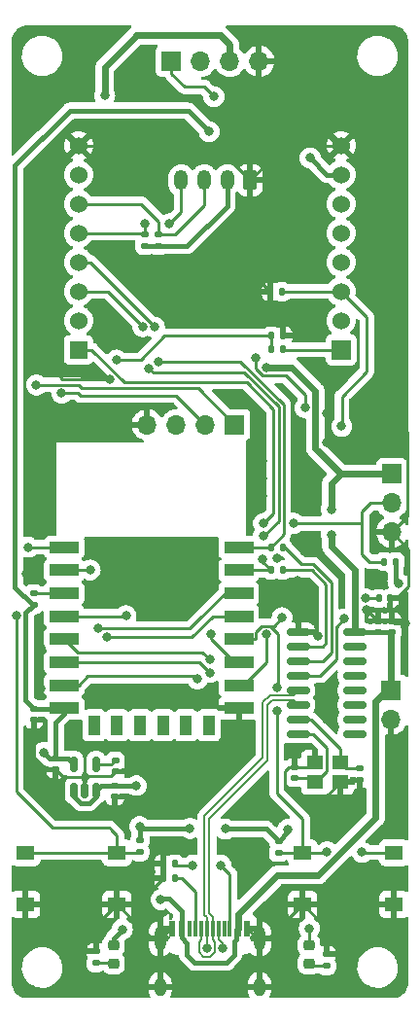
<source format=gbr>
%TF.GenerationSoftware,KiCad,Pcbnew,(6.0.1)*%
%TF.CreationDate,2022-05-29T12:12:56+02:00*%
%TF.ProjectId,Ganimede_Esp8266,47616e69-6d65-4646-955f-457370383236,rev?*%
%TF.SameCoordinates,Original*%
%TF.FileFunction,Copper,L1,Top*%
%TF.FilePolarity,Positive*%
%FSLAX46Y46*%
G04 Gerber Fmt 4.6, Leading zero omitted, Abs format (unit mm)*
G04 Created by KiCad (PCBNEW (6.0.1)) date 2022-05-29 12:12:56*
%MOMM*%
%LPD*%
G01*
G04 APERTURE LIST*
G04 Aperture macros list*
%AMRoundRect*
0 Rectangle with rounded corners*
0 $1 Rounding radius*
0 $2 $3 $4 $5 $6 $7 $8 $9 X,Y pos of 4 corners*
0 Add a 4 corners polygon primitive as box body*
4,1,4,$2,$3,$4,$5,$6,$7,$8,$9,$2,$3,0*
0 Add four circle primitives for the rounded corners*
1,1,$1+$1,$2,$3*
1,1,$1+$1,$4,$5*
1,1,$1+$1,$6,$7*
1,1,$1+$1,$8,$9*
0 Add four rect primitives between the rounded corners*
20,1,$1+$1,$2,$3,$4,$5,0*
20,1,$1+$1,$4,$5,$6,$7,0*
20,1,$1+$1,$6,$7,$8,$9,0*
20,1,$1+$1,$8,$9,$2,$3,0*%
G04 Aperture macros list end*
%TA.AperFunction,SMDPad,CuDef*%
%ADD10RoundRect,0.140000X0.170000X-0.140000X0.170000X0.140000X-0.170000X0.140000X-0.170000X-0.140000X0*%
%TD*%
%TA.AperFunction,ComponentPad*%
%ADD11R,1.700000X1.700000*%
%TD*%
%TA.AperFunction,ComponentPad*%
%ADD12O,1.700000X1.700000*%
%TD*%
%TA.AperFunction,SMDPad,CuDef*%
%ADD13RoundRect,0.135000X0.185000X-0.135000X0.185000X0.135000X-0.185000X0.135000X-0.185000X-0.135000X0*%
%TD*%
%TA.AperFunction,SMDPad,CuDef*%
%ADD14RoundRect,0.140000X-0.170000X0.140000X-0.170000X-0.140000X0.170000X-0.140000X0.170000X0.140000X0*%
%TD*%
%TA.AperFunction,SMDPad,CuDef*%
%ADD15RoundRect,0.135000X-0.135000X-0.185000X0.135000X-0.185000X0.135000X0.185000X-0.135000X0.185000X0*%
%TD*%
%TA.AperFunction,SMDPad,CuDef*%
%ADD16RoundRect,0.150000X0.150000X-0.512500X0.150000X0.512500X-0.150000X0.512500X-0.150000X-0.512500X0*%
%TD*%
%TA.AperFunction,SMDPad,CuDef*%
%ADD17RoundRect,0.135000X0.135000X0.185000X-0.135000X0.185000X-0.135000X-0.185000X0.135000X-0.185000X0*%
%TD*%
%TA.AperFunction,SMDPad,CuDef*%
%ADD18RoundRect,0.150000X-0.825000X-0.150000X0.825000X-0.150000X0.825000X0.150000X-0.825000X0.150000X0*%
%TD*%
%TA.AperFunction,SMDPad,CuDef*%
%ADD19R,0.600000X1.450000*%
%TD*%
%TA.AperFunction,SMDPad,CuDef*%
%ADD20R,0.300000X1.450000*%
%TD*%
%TA.AperFunction,ComponentPad*%
%ADD21O,1.000000X2.100000*%
%TD*%
%TA.AperFunction,ComponentPad*%
%ADD22O,1.000000X1.600000*%
%TD*%
%TA.AperFunction,SMDPad,CuDef*%
%ADD23RoundRect,0.135000X-0.185000X0.135000X-0.185000X-0.135000X0.185000X-0.135000X0.185000X0.135000X0*%
%TD*%
%TA.AperFunction,ComponentPad*%
%ADD24RoundRect,0.250000X0.350000X0.625000X-0.350000X0.625000X-0.350000X-0.625000X0.350000X-0.625000X0*%
%TD*%
%TA.AperFunction,ComponentPad*%
%ADD25O,1.200000X1.750000*%
%TD*%
%TA.AperFunction,ComponentPad*%
%ADD26R,1.676400X1.676400*%
%TD*%
%TA.AperFunction,ComponentPad*%
%ADD27C,1.524000*%
%TD*%
%TA.AperFunction,ComponentPad*%
%ADD28R,1.524000X1.524000*%
%TD*%
%TA.AperFunction,SMDPad,CuDef*%
%ADD29R,1.400000X1.200000*%
%TD*%
%TA.AperFunction,SMDPad,CuDef*%
%ADD30R,1.550000X1.300000*%
%TD*%
%TA.AperFunction,SMDPad,CuDef*%
%ADD31RoundRect,0.218750X0.256250X-0.218750X0.256250X0.218750X-0.256250X0.218750X-0.256250X-0.218750X0*%
%TD*%
%TA.AperFunction,SMDPad,CuDef*%
%ADD32R,2.500000X1.000000*%
%TD*%
%TA.AperFunction,SMDPad,CuDef*%
%ADD33R,1.000000X1.800000*%
%TD*%
%TA.AperFunction,SMDPad,CuDef*%
%ADD34RoundRect,0.140000X-0.140000X-0.170000X0.140000X-0.170000X0.140000X0.170000X-0.140000X0.170000X0*%
%TD*%
%TA.AperFunction,ViaPad*%
%ADD35C,0.800000*%
%TD*%
%TA.AperFunction,Conductor*%
%ADD36C,0.400000*%
%TD*%
%TA.AperFunction,Conductor*%
%ADD37C,0.250000*%
%TD*%
%TA.AperFunction,Conductor*%
%ADD38C,0.600000*%
%TD*%
%TA.AperFunction,Conductor*%
%ADD39C,0.200000*%
%TD*%
G04 APERTURE END LIST*
D10*
%TO.P,C7,1*%
%TO.N,/5V*%
X160629600Y-99692400D03*
%TO.P,C7,2*%
%TO.N,GND*%
X160629600Y-98732400D03*
%TD*%
D11*
%TO.P,CN5,1,Pin_1*%
%TO.N,/5V*%
X160578800Y-104749600D03*
D12*
%TO.P,CN5,2,Pin_2*%
%TO.N,GND*%
X160578800Y-107289600D03*
%TD*%
D13*
%TO.P,R3,1*%
%TO.N,/3V3*%
X139115800Y-66094800D03*
%TO.P,R3,2*%
%TO.N,/GPIO5{slash}SCL*%
X139115800Y-65074800D03*
%TD*%
D14*
%TO.P,C1,1*%
%TO.N,/3V3*%
X129438400Y-106352400D03*
%TO.P,C1,2*%
%TO.N,GND*%
X129438400Y-107312400D03*
%TD*%
D15*
%TO.P,R8,1*%
%TO.N,/ADC_IN*%
X150162800Y-73914000D03*
%TO.P,R8,2*%
%TO.N,GND*%
X151182800Y-73914000D03*
%TD*%
D14*
%TO.P,C2,1*%
%TO.N,/5V*%
X136525000Y-113058000D03*
%TO.P,C2,2*%
%TO.N,GND*%
X136525000Y-114018000D03*
%TD*%
D16*
%TO.P,U2,1,IN*%
%TO.N,/5V*%
X132958800Y-113507100D03*
%TO.P,U2,2,GND*%
%TO.N,GND*%
X133908800Y-113507100D03*
%TO.P,U2,3,EN*%
%TO.N,/5V*%
X134858800Y-113507100D03*
%TO.P,U2,4,BP*%
%TO.N,Net-(C3-Pad1)*%
X134858800Y-111232100D03*
%TO.P,U2,5,OUT*%
%TO.N,/3V3*%
X132958800Y-111232100D03*
%TD*%
D17*
%TO.P,R6,1*%
%TO.N,/GPIO15{slash}CS*%
X151081200Y-70053200D03*
%TO.P,R6,2*%
%TO.N,GND*%
X150061200Y-70053200D03*
%TD*%
D18*
%TO.P,U3,1,GND*%
%TO.N,GND*%
X152465000Y-99695000D03*
%TO.P,U3,2,TXD*%
%TO.N,Net-(R10-Pad1)*%
X152465000Y-100965000D03*
%TO.P,U3,3,RXD*%
%TO.N,Net-(R11-Pad1)*%
X152465000Y-102235000D03*
%TO.P,U3,4,V3*%
%TO.N,Net-(C9-Pad1)*%
X152465000Y-103505000D03*
%TO.P,U3,5,UD+*%
%TO.N,/D_P*%
X152465000Y-104775000D03*
%TO.P,U3,6,UD-*%
%TO.N,/D_N*%
X152465000Y-106045000D03*
%TO.P,U3,7,XI*%
%TO.N,/XI*%
X152465000Y-107315000D03*
%TO.P,U3,8,XO*%
%TO.N,/XO*%
X152465000Y-108585000D03*
%TO.P,U3,9,~{CTS}*%
%TO.N,unconnected-(U3-Pad9)*%
X157415000Y-108585000D03*
%TO.P,U3,10,~{DSR}*%
%TO.N,unconnected-(U3-Pad10)*%
X157415000Y-107315000D03*
%TO.P,U3,11,~{RI}*%
%TO.N,unconnected-(U3-Pad11)*%
X157415000Y-106045000D03*
%TO.P,U3,12,~{DCD}*%
%TO.N,unconnected-(U3-Pad12)*%
X157415000Y-104775000D03*
%TO.P,U3,13,~{DTR}*%
%TO.N,unconnected-(U3-Pad13)*%
X157415000Y-103505000D03*
%TO.P,U3,14,~{RTS}*%
%TO.N,unconnected-(U3-Pad14)*%
X157415000Y-102235000D03*
%TO.P,U3,15,R232*%
%TO.N,unconnected-(U3-Pad15)*%
X157415000Y-100965000D03*
%TO.P,U3,16,VCC*%
%TO.N,/5V*%
X157415000Y-99695000D03*
%TD*%
D19*
%TO.P,CN1,A1,GND*%
%TO.N,GND*%
X141530000Y-125495000D03*
%TO.P,CN1,A4,VBUS*%
%TO.N,/5V*%
X142330000Y-125495000D03*
D20*
%TO.P,CN1,A5,CC1*%
%TO.N,Net-(CN1-PadA5)*%
X143530000Y-125495000D03*
%TO.P,CN1,A6,D+*%
%TO.N,/D_P*%
X144530000Y-125495000D03*
%TO.P,CN1,A7,D-*%
%TO.N,/D_N*%
X145030000Y-125495000D03*
%TO.P,CN1,A8,SBU1*%
%TO.N,unconnected-(CN1-PadA8)*%
X146030000Y-125495000D03*
D19*
%TO.P,CN1,A9,VBUS*%
%TO.N,/5V*%
X147230000Y-125495000D03*
%TO.P,CN1,A12,GND*%
%TO.N,GND*%
X148030000Y-125495000D03*
%TO.P,CN1,B1,GND*%
X148030000Y-125495000D03*
%TO.P,CN1,B4,VBUS*%
%TO.N,/5V*%
X147230000Y-125495000D03*
D20*
%TO.P,CN1,B5,CC2*%
%TO.N,Net-(CN1-PadB5)*%
X146530000Y-125495000D03*
%TO.P,CN1,B6,D+*%
%TO.N,/D_P*%
X145530000Y-125495000D03*
%TO.P,CN1,B7,D-*%
%TO.N,/D_N*%
X144030000Y-125495000D03*
%TO.P,CN1,B8,SBU2*%
%TO.N,unconnected-(CN1-PadB8)*%
X143030000Y-125495000D03*
D19*
%TO.P,CN1,B9,VBUS*%
%TO.N,/5V*%
X142330000Y-125495000D03*
%TO.P,CN1,B12,GND*%
%TO.N,GND*%
X141530000Y-125495000D03*
D21*
%TO.P,CN1,S1,SHIELD*%
X140460000Y-126410000D03*
X149100000Y-126410000D03*
D22*
X140460000Y-130590000D03*
X149100000Y-130590000D03*
%TD*%
D23*
%TO.P,R12,1*%
%TO.N,/3V3*%
X150774400Y-117904800D03*
%TO.P,R12,2*%
%TO.N,/GPIO0{slash}FLASH*%
X150774400Y-118924800D03*
%TD*%
D13*
%TO.P,R14,1*%
%TO.N,Net-(LD2-Pad1)*%
X154940000Y-128780000D03*
%TO.P,R14,2*%
%TO.N,GND*%
X154940000Y-127760000D03*
%TD*%
D17*
%TO.P,R2,1*%
%TO.N,Net-(CN1-PadA5)*%
X141734000Y-121158000D03*
%TO.P,R2,2*%
%TO.N,GND*%
X140714000Y-121158000D03*
%TD*%
D13*
%TO.P,R4,1*%
%TO.N,/3V3*%
X140335000Y-66094800D03*
%TO.P,R4,2*%
%TO.N,/GPIO4{slash}SDA*%
X140335000Y-65074800D03*
%TD*%
D24*
%TO.P,CN3,1,Pin_1*%
%TO.N,GND*%
X148288000Y-60362000D03*
D25*
%TO.P,CN3,2,Pin_2*%
%TO.N,/3V3*%
X146288000Y-60362000D03*
%TO.P,CN3,3,Pin_3*%
%TO.N,/GPIO4{slash}SDA*%
X144288000Y-60362000D03*
%TO.P,CN3,4,Pin_4*%
%TO.N,/GPIO5{slash}SCL*%
X142288000Y-60362000D03*
%TD*%
D26*
%TO.P,CN2,P1,AN*%
%TO.N,/ADC*%
X156210000Y-75120500D03*
D27*
%TO.P,CN2,P2,RST*%
%TO.N,/GPIO16*%
X156210000Y-72580500D03*
%TO.P,CN2,P3,CS*%
%TO.N,/GPIO15{slash}CS*%
X156210000Y-70040500D03*
%TO.P,CN2,P4,SCK*%
%TO.N,/GPIO14{slash}SCK*%
X156210000Y-67500500D03*
%TO.P,CN2,P5,MISO*%
%TO.N,/GPIO12{slash}MISO*%
X156210000Y-64960500D03*
%TO.P,CN2,P6,MOSI*%
%TO.N,/GPIO13{slash}MOSI*%
X156210000Y-62420500D03*
%TO.P,CN2,P7,3V3*%
%TO.N,/3V3*%
X156210000Y-59880500D03*
%TO.P,CN2,P8,GND1*%
%TO.N,GND*%
X156210000Y-57340500D03*
%TO.P,CN2,P9,GND2*%
X133350000Y-57340500D03*
%TO.P,CN2,P10,5V*%
%TO.N,/5V*%
X133350000Y-59880500D03*
%TO.P,CN2,P11,SDA*%
%TO.N,/GPIO4{slash}SDA*%
X133350000Y-62420500D03*
%TO.P,CN2,P12,SCL*%
%TO.N,/GPIO5{slash}SCL*%
X133350000Y-64960500D03*
%TO.P,CN2,P13,TX*%
%TO.N,/GPIO1{slash}TX0*%
X133350000Y-67500500D03*
%TO.P,CN2,P14,RX*%
%TO.N,/GPIO3{slash}RX0*%
X133350000Y-70040500D03*
%TO.P,CN2,P15,INT*%
%TO.N,/GPIO0{slash}FLASH*%
X133350000Y-72580500D03*
D28*
%TO.P,CN2,P16,PWM*%
%TO.N,/GPIO2*%
X133350000Y-75120500D03*
%TD*%
D29*
%TO.P,Y1,1,1*%
%TO.N,/XO*%
X153941600Y-112762400D03*
%TO.P,Y1,2,2*%
%TO.N,GND*%
X156141600Y-112762400D03*
%TO.P,Y1,3,3*%
%TO.N,/XI*%
X156141600Y-111062400D03*
%TO.P,Y1,4,4*%
%TO.N,GND*%
X153941600Y-111062400D03*
%TD*%
D10*
%TO.P,C8,1*%
%TO.N,/5V*%
X159410400Y-99692400D03*
%TO.P,C8,2*%
%TO.N,GND*%
X159410400Y-98732400D03*
%TD*%
D11*
%TO.P,CN7,1,Pin_1*%
%TO.N,/GPIO4{slash}SDA*%
X141437200Y-49987200D03*
D12*
%TO.P,CN7,2,Pin_2*%
%TO.N,/GPIO5{slash}SCL*%
X143977200Y-49987200D03*
%TO.P,CN7,3,Pin_3*%
%TO.N,/5V*%
X146517200Y-49987200D03*
%TO.P,CN7,4,Pin_4*%
%TO.N,GND*%
X149057200Y-49987200D03*
%TD*%
D10*
%TO.P,C5,1*%
%TO.N,/XO*%
X152146000Y-112392400D03*
%TO.P,C5,2*%
%TO.N,GND*%
X152146000Y-111432400D03*
%TD*%
D14*
%TO.P,C6,1*%
%TO.N,/XI*%
X157835600Y-111584800D03*
%TO.P,C6,2*%
%TO.N,GND*%
X157835600Y-112544800D03*
%TD*%
D17*
%TO.P,R11,1*%
%TO.N,Net-(R11-Pad1)*%
X151132000Y-92303600D03*
%TO.P,R11,2*%
%TO.N,/GPIO1{slash}TX0*%
X150112000Y-92303600D03*
%TD*%
D30*
%TO.P,SW1,1,1*%
%TO.N,GND*%
X152870000Y-123408000D03*
X160820000Y-123408000D03*
%TO.P,SW1,2,2*%
%TO.N,/GPIO0{slash}FLASH*%
X160820000Y-118908000D03*
X152870000Y-118908000D03*
%TD*%
D23*
%TO.P,R13,1*%
%TO.N,/3V3*%
X138684000Y-117854000D03*
%TO.P,R13,2*%
%TO.N,/RST*%
X138684000Y-118874000D03*
%TD*%
D31*
%TO.P,LD2,1,K*%
%TO.N,Net-(LD2-Pad1)*%
X153416000Y-128549500D03*
%TO.P,LD2,2,A*%
%TO.N,/GPIO16*%
X153416000Y-126974500D03*
%TD*%
D13*
%TO.P,R5,1*%
%TO.N,/3V3*%
X129438400Y-97334800D03*
%TO.P,R5,2*%
%TO.N,/EN*%
X129438400Y-96314800D03*
%TD*%
%TO.P,R9,1*%
%TO.N,Net-(LD1-Pad1)*%
X134874000Y-128526000D03*
%TO.P,R9,2*%
%TO.N,GND*%
X134874000Y-127506000D03*
%TD*%
D30*
%TO.P,SW2,1,1*%
%TO.N,GND*%
X136690000Y-123408000D03*
X128740000Y-123408000D03*
%TO.P,SW2,2,2*%
%TO.N,/RST*%
X136690000Y-118908000D03*
X128740000Y-118908000D03*
%TD*%
D32*
%TO.P,U1,1,~{RST}*%
%TO.N,/RST*%
X132100000Y-92316000D03*
%TO.P,U1,2,ADC*%
%TO.N,/ADC_IN*%
X132100000Y-94316000D03*
%TO.P,U1,3,EN*%
%TO.N,/EN*%
X132100000Y-96316000D03*
%TO.P,U1,4,GPIO16*%
%TO.N,/GPIO16*%
X132100000Y-98316000D03*
%TO.P,U1,5,GPIO14*%
%TO.N,/GPIO14{slash}SCK*%
X132100000Y-100316000D03*
%TO.P,U1,6,GPIO12*%
%TO.N,/GPIO12{slash}MISO*%
X132100000Y-102316000D03*
%TO.P,U1,7,GPIO13*%
%TO.N,/GPIO13{slash}MOSI*%
X132100000Y-104316000D03*
%TO.P,U1,8,VCC*%
%TO.N,/3V3*%
X132100000Y-106316000D03*
D33*
%TO.P,U1,9,CS0*%
%TO.N,unconnected-(U1-Pad9)*%
X134700000Y-107816000D03*
%TO.P,U1,10,MISO*%
%TO.N,unconnected-(U1-Pad10)*%
X136700000Y-107816000D03*
%TO.P,U1,11,GPIO9*%
%TO.N,unconnected-(U1-Pad11)*%
X138700000Y-107816000D03*
%TO.P,U1,12,GPIO10*%
%TO.N,unconnected-(U1-Pad12)*%
X140700000Y-107816000D03*
%TO.P,U1,13,MOSI*%
%TO.N,unconnected-(U1-Pad13)*%
X142700000Y-107816000D03*
%TO.P,U1,14,SCLK*%
%TO.N,unconnected-(U1-Pad14)*%
X144700000Y-107816000D03*
D32*
%TO.P,U1,15,GND*%
%TO.N,GND*%
X147300000Y-106316000D03*
%TO.P,U1,16,GPIO15*%
%TO.N,/GPIO15{slash}CS*%
X147300000Y-104316000D03*
%TO.P,U1,17,GPIO2*%
%TO.N,/GPIO2*%
X147300000Y-102316000D03*
%TO.P,U1,18,GPIO0*%
%TO.N,/GPIO0{slash}FLASH*%
X147300000Y-100316000D03*
%TO.P,U1,19,GPIO4*%
%TO.N,/GPIO4{slash}SDA*%
X147300000Y-98316000D03*
%TO.P,U1,20,GPIO5*%
%TO.N,/GPIO5{slash}SCL*%
X147300000Y-96316000D03*
%TO.P,U1,21,GPIO3/RXD*%
%TO.N,/GPIO3{slash}RX0*%
X147300000Y-94316000D03*
%TO.P,U1,22,GPIO1/TXD*%
%TO.N,/GPIO1{slash}TX0*%
X147300000Y-92316000D03*
%TD*%
D14*
%TO.P,C4,1*%
%TO.N,/3V3*%
X131368800Y-110721200D03*
%TO.P,C4,2*%
%TO.N,GND*%
X131368800Y-111681200D03*
%TD*%
%TO.P,C3,1*%
%TO.N,Net-(C3-Pad1)*%
X136550400Y-110873600D03*
%TO.P,C3,2*%
%TO.N,GND*%
X136550400Y-111833600D03*
%TD*%
D17*
%TO.P,R7,1*%
%TO.N,/ADC*%
X151182800Y-75082400D03*
%TO.P,R7,2*%
%TO.N,/ADC_IN*%
X150162800Y-75082400D03*
%TD*%
D31*
%TO.P,LD1,1,K*%
%TO.N,Net-(LD1-Pad1)*%
X136398000Y-128549500D03*
%TO.P,LD1,2,A*%
%TO.N,/3V3*%
X136398000Y-126974500D03*
%TD*%
D11*
%TO.P,CN4,1,Pin_1*%
%TO.N,/5V*%
X160629600Y-85917800D03*
D12*
%TO.P,CN4,2,Pin_2*%
%TO.N,/GPIO2*%
X160629600Y-88457800D03*
%TO.P,CN4,3,Pin_3*%
%TO.N,GND*%
X160629600Y-90997800D03*
%TD*%
D17*
%TO.P,R15,1*%
%TO.N,/3V3*%
X160961800Y-93573600D03*
%TO.P,R15,2*%
%TO.N,/GPIO2*%
X159941800Y-93573600D03*
%TD*%
D11*
%TO.P,CN6,1,Pin_1*%
%TO.N,/GPIO4{slash}SDA*%
X146954400Y-81635600D03*
D12*
%TO.P,CN6,2,Pin_2*%
%TO.N,/GPIO5{slash}SCL*%
X144414400Y-81635600D03*
%TO.P,CN6,3,Pin_3*%
%TO.N,/5V*%
X141874400Y-81635600D03*
%TO.P,CN6,4,Pin_4*%
%TO.N,GND*%
X139334400Y-81635600D03*
%TD*%
D17*
%TO.P,R1,1*%
%TO.N,Net-(CN1-PadB5)*%
X141734000Y-119888000D03*
%TO.P,R1,2*%
%TO.N,GND*%
X140714000Y-119888000D03*
%TD*%
%TO.P,R10,1*%
%TO.N,Net-(R10-Pad1)*%
X151132000Y-94284800D03*
%TO.P,R10,2*%
%TO.N,/GPIO3{slash}RX0*%
X150112000Y-94284800D03*
%TD*%
D34*
%TO.P,C9,1*%
%TO.N,Net-(C9-Pad1)*%
X159489200Y-96774000D03*
%TO.P,C9,2*%
%TO.N,GND*%
X160449200Y-96774000D03*
%TD*%
D35*
%TO.N,/3V3*%
X153517600Y-58420000D03*
X138684000Y-116636800D03*
X137160000Y-125577600D03*
X144729200Y-56134000D03*
X146151600Y-116840000D03*
X151587200Y-116865400D03*
X130302000Y-110185200D03*
X161213800Y-95453200D03*
X143052800Y-116789200D03*
%TO.N,GND*%
X132715000Y-125095000D03*
X152400000Y-88265000D03*
X149860000Y-97155000D03*
X161798000Y-98958400D03*
X147955000Y-120650000D03*
X134620000Y-96520000D03*
X154178000Y-100076000D03*
X154940000Y-80645000D03*
X153035000Y-91440000D03*
X147320000Y-71120000D03*
X143510000Y-105410000D03*
X153670000Y-88900000D03*
X130048000Y-104648000D03*
X137160000Y-93980000D03*
X158750000Y-125095000D03*
X156845000Y-125095000D03*
X139065000Y-105410000D03*
X136063501Y-77702899D03*
X154940000Y-105410000D03*
X144780000Y-68580000D03*
X152400000Y-82296000D03*
X144780000Y-95250000D03*
X131216400Y-76948700D03*
X160020000Y-53340000D03*
X132715000Y-127000000D03*
X161290000Y-116840000D03*
X151130000Y-96520000D03*
X142240000Y-71120000D03*
X157708600Y-79375000D03*
X149225000Y-119380000D03*
X154940000Y-83185000D03*
X159385000Y-94615000D03*
X139065000Y-109855000D03*
X158826200Y-95631000D03*
X135890000Y-73660000D03*
X149225000Y-115570000D03*
X131419600Y-71272400D03*
X149352000Y-87884000D03*
X157886400Y-113639600D03*
X154940000Y-49530000D03*
X152400000Y-73914000D03*
X149352000Y-86360000D03*
X141528800Y-115138200D03*
X141478000Y-118364000D03*
X154940000Y-107315000D03*
X151638000Y-110185200D03*
X148336000Y-110185200D03*
X161290000Y-115570000D03*
X152400000Y-95250000D03*
X156845000Y-127000000D03*
X153035000Y-92710000D03*
X152400000Y-86360000D03*
X140970000Y-111125000D03*
X130556000Y-88900000D03*
X144145000Y-109855000D03*
X137795000Y-73660000D03*
X130556000Y-84836000D03*
X161290000Y-114300000D03*
X139700000Y-68580000D03*
X158445200Y-97764600D03*
X130556000Y-86868000D03*
X150647400Y-93294200D03*
X139700000Y-96520000D03*
X128828800Y-94640400D03*
X129540000Y-53340000D03*
X130810000Y-125095000D03*
X147955000Y-114935000D03*
X152400000Y-84328000D03*
X142240000Y-93980000D03*
X147955000Y-118110000D03*
X130048000Y-101092000D03*
X142875000Y-97155000D03*
X149352000Y-84836000D03*
%TO.N,/5V*%
X155371800Y-91236800D03*
X155371800Y-89001600D03*
X149707600Y-76657200D03*
X135636000Y-52984400D03*
X138379200Y-113080800D03*
X140512800Y-122986800D03*
%TO.N,Net-(C9-Pad1)*%
X158314500Y-96773682D03*
X156515500Y-98552000D03*
%TO.N,/D_P*%
X145925011Y-127254000D03*
X144526000Y-127254000D03*
%TO.N,Net-(CN1-PadB5)*%
X145745200Y-119989600D03*
X143306800Y-119989600D03*
%TO.N,/GPIO15{slash}CS*%
X156260800Y-81788000D03*
X149682200Y-99886100D03*
%TO.N,/GPIO12{slash}MISO*%
X144780000Y-103225600D03*
%TO.N,/GPIO13{slash}MOSI*%
X143713200Y-103784400D03*
%TO.N,/GPIO1{slash}TX0*%
X140277280Y-76134416D03*
X139954000Y-73152000D03*
%TO.N,/GPIO3{slash}RX0*%
X139496800Y-76758800D03*
X149453600Y-91338400D03*
X138938000Y-73101200D03*
X149402800Y-93319600D03*
%TO.N,/GPIO16*%
X153441400Y-125501400D03*
X137490200Y-98272600D03*
%TO.N,/ADC_IN*%
X134366000Y-94284800D03*
X136652000Y-75996800D03*
%TO.N,/GPIO0{slash}FLASH*%
X154990800Y-118821200D03*
X158038800Y-118872000D03*
X148742400Y-75793600D03*
X151074901Y-98446101D03*
X153075300Y-80162400D03*
X150622000Y-104485499D03*
X150622000Y-106527600D03*
%TO.N,/RST*%
X127927700Y-98298000D03*
X128981200Y-92303600D03*
%TO.N,/GPIO14{slash}SCK*%
X144780000Y-102108000D03*
%TO.N,/GPIO4{slash}SDA*%
X129679100Y-78181200D03*
X145135600Y-53086000D03*
X135839200Y-100126800D03*
%TO.N,/GPIO5{slash}SCL*%
X131876800Y-78892400D03*
X141274800Y-64160400D03*
X139141200Y-64160400D03*
X135045988Y-99402300D03*
%TO.N,/GPIO2*%
X149453600Y-90220800D03*
X144881600Y-99847400D03*
X152120600Y-90220800D03*
%TD*%
D36*
%TO.N,/3V3*%
X131368800Y-107543600D02*
X132100000Y-106812400D01*
X131368800Y-110721200D02*
X132447900Y-110721200D01*
X143052800Y-116789200D02*
X138836400Y-116789200D01*
X160961800Y-93573600D02*
X160961800Y-95201200D01*
X136398000Y-126339600D02*
X137160000Y-125577600D01*
X138836400Y-116789200D02*
X138684000Y-116636800D01*
X154978100Y-59880500D02*
X153517600Y-58420000D01*
X129382475Y-97334800D02*
X127812800Y-95765125D01*
X127812800Y-95765125D02*
X127812800Y-59080400D01*
X128727200Y-98046000D02*
X128727200Y-105641200D01*
X140335000Y-66094800D02*
X142794800Y-66094800D01*
X132588000Y-54305200D02*
X142900400Y-54305200D01*
X142794800Y-66094800D02*
X146288000Y-62601600D01*
X136398000Y-126974500D02*
X136398000Y-126339600D01*
X142900400Y-54305200D02*
X144729200Y-56134000D01*
X140335000Y-66094800D02*
X139115800Y-66094800D01*
X132447900Y-110721200D02*
X132958800Y-111232100D01*
X128727200Y-105641200D02*
X129438400Y-106352400D01*
X131368800Y-110721200D02*
X130838000Y-110721200D01*
X138684000Y-116636800D02*
X138684000Y-117854000D01*
X129438400Y-97334800D02*
X128727200Y-98046000D01*
X127812800Y-59080400D02*
X132588000Y-54305200D01*
X130838000Y-110721200D02*
X130302000Y-110185200D01*
X151587200Y-116865400D02*
X151587200Y-117092000D01*
X129438400Y-106352400D02*
X132063600Y-106352400D01*
X146288000Y-62601600D02*
X146288000Y-60362000D01*
X149709600Y-116840000D02*
X146151600Y-116840000D01*
X151587200Y-117092000D02*
X150774400Y-117904800D01*
X131368800Y-110721200D02*
X131368800Y-107543600D01*
X160961800Y-95201200D02*
X161213800Y-95453200D01*
X156210000Y-59880500D02*
X154978100Y-59880500D01*
X132100000Y-106812400D02*
X132100000Y-106316000D01*
X132063600Y-106352400D02*
X132100000Y-106316000D01*
X150774400Y-117904800D02*
X149709600Y-116840000D01*
X129438400Y-97334800D02*
X129382475Y-97334800D01*
D37*
%TO.N,GND*%
X139016800Y-114018000D02*
X139750800Y-113284000D01*
X139750800Y-112674400D02*
X138910000Y-111833600D01*
X148288000Y-60362000D02*
X151309500Y-57340500D01*
X147300000Y-109646400D02*
X144068800Y-112877600D01*
X151282400Y-113030000D02*
X152400000Y-114147600D01*
X147838800Y-110185200D02*
X147300000Y-109646400D01*
X154756400Y-114147600D02*
X156141600Y-112762400D01*
X131970599Y-77702899D02*
X131216400Y-76948700D01*
X140714000Y-121158000D02*
X138464000Y-123408000D01*
X140460000Y-126410000D02*
X140460000Y-130590000D01*
X134874000Y-127506000D02*
X134874000Y-125224000D01*
X160070800Y-81737200D02*
X161518600Y-81737200D01*
X151182800Y-73914000D02*
X152400000Y-73914000D01*
X160629600Y-98732400D02*
X159410400Y-98732400D01*
X153797000Y-99695000D02*
X154178000Y-100076000D01*
X130528000Y-111681200D02*
X129438400Y-110591600D01*
X130759200Y-59931300D02*
X133350000Y-57340500D01*
X154940000Y-127760000D02*
X154940000Y-125478000D01*
X161798000Y-98958400D02*
X160855600Y-98958400D01*
X139750800Y-113284000D02*
X139750800Y-112877600D01*
X130759200Y-70612000D02*
X130759200Y-59931300D01*
X156359200Y-112544800D02*
X156141600Y-112762400D01*
X152146000Y-111432400D02*
X153571600Y-111432400D01*
X128740000Y-123408000D02*
X136690000Y-123408000D01*
X139750800Y-112877600D02*
X139750800Y-112674400D01*
X152400000Y-114147600D02*
X154756400Y-114147600D01*
X149057200Y-52537200D02*
X151309500Y-54789500D01*
X152146000Y-110693200D02*
X152146000Y-111432400D01*
X151587200Y-72288400D02*
X152400000Y-73101200D01*
X152870000Y-123408000D02*
X160820000Y-123408000D01*
X157835600Y-112544800D02*
X156359200Y-112544800D01*
X162001200Y-89626200D02*
X160629600Y-90997800D01*
X162001200Y-82219800D02*
X162001200Y-89626200D01*
X151635400Y-111432400D02*
X151282400Y-111785400D01*
X148288000Y-60362000D02*
X148288000Y-68280000D01*
X131419600Y-71272400D02*
X130759200Y-70612000D01*
X140714000Y-119888000D02*
X140714000Y-119128000D01*
X160553400Y-98656200D02*
X160629600Y-98732400D01*
X151309500Y-57340500D02*
X156210000Y-57340500D01*
X139692000Y-126410000D02*
X140460000Y-126410000D01*
X154940000Y-125478000D02*
X152870000Y-123408000D01*
X131368800Y-111681200D02*
X132006400Y-112318800D01*
X147300000Y-106316000D02*
X147300000Y-109646400D01*
X134874000Y-125224000D02*
X136690000Y-123408000D01*
X140408600Y-114018000D02*
X139016800Y-114018000D01*
X140714000Y-119128000D02*
X141478000Y-118364000D01*
X151638000Y-110185200D02*
X152146000Y-110693200D01*
X149100000Y-126410000D02*
X149100000Y-130590000D01*
X148288000Y-68280000D02*
X150061200Y-70053200D01*
X152870000Y-123408000D02*
X149868000Y-126410000D01*
X141528800Y-115138200D02*
X140408600Y-114018000D01*
X158445200Y-97764600D02*
X158445200Y-97767200D01*
X140460000Y-130590000D02*
X149100000Y-130590000D01*
X152465000Y-99695000D02*
X153797000Y-99695000D01*
X149100000Y-126410000D02*
X148945000Y-126410000D01*
X148945000Y-126410000D02*
X148030000Y-125495000D01*
X161518600Y-81737200D02*
X162001200Y-82219800D01*
X138464000Y-123408000D02*
X136690000Y-123408000D01*
X134262480Y-112219120D02*
X133908800Y-112572800D01*
X157835600Y-113588800D02*
X157886400Y-113639600D01*
X151282400Y-111785400D02*
X151282400Y-113030000D01*
X141530000Y-125495000D02*
X141375000Y-125495000D01*
X131368800Y-111681200D02*
X130528000Y-111681200D01*
X136550400Y-111833600D02*
X136164880Y-112219120D01*
X136164880Y-112219120D02*
X134262480Y-112219120D01*
X136690000Y-123408000D02*
X139692000Y-126410000D01*
X150061200Y-70053200D02*
X150061200Y-71473600D01*
X157835600Y-112544800D02*
X157835600Y-113588800D01*
X129438400Y-110591600D02*
X129438400Y-107312400D01*
X160553400Y-96878200D02*
X160553400Y-98656200D01*
X136063501Y-77702899D02*
X131970599Y-77702899D01*
X160449200Y-96774000D02*
X160553400Y-96878200D01*
X153571600Y-111432400D02*
X153941600Y-111062400D01*
X150061200Y-71473600D02*
X150876000Y-72288400D01*
X148288000Y-60362000D02*
X145266500Y-57340500D01*
X136525000Y-114018000D02*
X139016800Y-114018000D01*
X152146000Y-111432400D02*
X151635400Y-111432400D01*
X144068800Y-112877600D02*
X139750800Y-112877600D01*
X157708600Y-79375000D02*
X160070800Y-81737200D01*
X152400000Y-73101200D02*
X152400000Y-73914000D01*
X149057200Y-49987200D02*
X149057200Y-52537200D01*
X160629600Y-90997800D02*
X162102800Y-92471000D01*
X148336000Y-110185200D02*
X147838800Y-110185200D01*
X149868000Y-126410000D02*
X149100000Y-126410000D01*
X158445200Y-97767200D02*
X159410400Y-98732400D01*
X161061400Y-96774000D02*
X160449200Y-96774000D01*
X150876000Y-72288400D02*
X151587200Y-72288400D01*
X140714000Y-119888000D02*
X140714000Y-121158000D01*
X162102800Y-95732600D02*
X161061400Y-96774000D01*
X138910000Y-111833600D02*
X136550400Y-111833600D01*
X141375000Y-125495000D02*
X140460000Y-126410000D01*
X160855600Y-98958400D02*
X160629600Y-98732400D01*
X133654800Y-112318800D02*
X133908800Y-112572800D01*
X132006400Y-112318800D02*
X133654800Y-112318800D01*
X133908800Y-112572800D02*
X133908800Y-113507100D01*
X162102800Y-92471000D02*
X162102800Y-95732600D01*
X151309500Y-54789500D02*
X151309500Y-57340500D01*
X145266500Y-57340500D02*
X133350000Y-57340500D01*
D38*
%TO.N,/5V*%
X150647778Y-120853200D02*
X147230000Y-124270978D01*
D36*
X141224000Y-122936000D02*
X140563600Y-122936000D01*
X142798800Y-127812800D02*
X143459200Y-128473200D01*
D38*
X154230902Y-120853200D02*
X150647778Y-120853200D01*
X160578800Y-99743200D02*
X160629600Y-99692400D01*
D36*
X142330000Y-124042000D02*
X141224000Y-122936000D01*
X132958800Y-113996738D02*
X132958800Y-113507100D01*
X146253200Y-128473200D02*
X146895479Y-127830921D01*
D38*
X147230000Y-124270978D02*
X147230000Y-125495000D01*
D36*
X160629600Y-99692400D02*
X159410400Y-99692400D01*
X147079511Y-126435479D02*
X147079511Y-125645489D01*
D38*
X138328400Y-47802800D02*
X135636000Y-50495200D01*
D36*
X146895479Y-127830921D02*
X146895479Y-126619511D01*
X142330000Y-125495000D02*
X142330000Y-126284661D01*
X134286418Y-114569120D02*
X133531182Y-114569120D01*
D38*
X160629600Y-85917800D02*
X156199600Y-85917800D01*
D36*
X142330000Y-126284661D02*
X142798800Y-126753461D01*
X142330000Y-125495000D02*
X142330000Y-124042000D01*
X135307900Y-113058000D02*
X134858800Y-113507100D01*
D38*
X156199600Y-85917800D02*
X153974800Y-83693000D01*
X155371800Y-86745600D02*
X156199600Y-85917800D01*
X160223200Y-104749600D02*
X159229289Y-105743511D01*
D36*
X138379200Y-113080800D02*
X136547800Y-113080800D01*
X136547800Y-113080800D02*
X136525000Y-113058000D01*
D38*
X146517200Y-48524000D02*
X145745200Y-47752000D01*
X155371800Y-91236800D02*
X155371800Y-92252800D01*
D36*
X140563600Y-122936000D02*
X140512800Y-122986800D01*
D38*
X159229289Y-115854813D02*
X154230902Y-120853200D01*
X153974800Y-78740000D02*
X151892000Y-76657200D01*
X159229289Y-105743511D02*
X159229289Y-115854813D01*
X153974800Y-83693000D02*
X153974800Y-78740000D01*
X138379200Y-47752000D02*
X138328400Y-47802800D01*
X155371800Y-92252800D02*
X157415000Y-94296000D01*
X145745200Y-47752000D02*
X138379200Y-47752000D01*
D36*
X143459200Y-128473200D02*
X146253200Y-128473200D01*
X136525000Y-113058000D02*
X135307900Y-113058000D01*
D38*
X135636000Y-50495200D02*
X135636000Y-52984400D01*
X151892000Y-76657200D02*
X149707600Y-76657200D01*
D36*
X134858800Y-113507100D02*
X134858800Y-113996738D01*
D38*
X157415000Y-94296000D02*
X157415000Y-99695000D01*
X160578800Y-104749600D02*
X160223200Y-104749600D01*
X146517200Y-49987200D02*
X146517200Y-48524000D01*
D36*
X157415000Y-99695000D02*
X159407800Y-99695000D01*
X147079511Y-125645489D02*
X147230000Y-125495000D01*
X159407800Y-99695000D02*
X159410400Y-99692400D01*
X142798800Y-126753461D02*
X142798800Y-127812800D01*
D38*
X160578800Y-104749600D02*
X160578800Y-99743200D01*
D36*
X134858800Y-113996738D02*
X134286418Y-114569120D01*
X146895479Y-126619511D02*
X147079511Y-126435479D01*
X133531182Y-114569120D02*
X132958800Y-113996738D01*
D38*
X155371800Y-89001600D02*
X155371800Y-86745600D01*
D37*
%TO.N,Net-(C3-Pad1)*%
X134858800Y-111232100D02*
X136191900Y-111232100D01*
X136191900Y-111232100D02*
X136550400Y-110873600D01*
%TO.N,/XO*%
X153571600Y-112392400D02*
X153941600Y-112762400D01*
X154041600Y-112762400D02*
X153941600Y-112762400D01*
X153746200Y-108585000D02*
X154966111Y-109804911D01*
X154966111Y-111837889D02*
X154041600Y-112762400D01*
X152465000Y-108585000D02*
X153746200Y-108585000D01*
X154966111Y-109804911D02*
X154966111Y-111837889D01*
X152146000Y-112392400D02*
X153571600Y-112392400D01*
%TO.N,/XI*%
X157835600Y-111584800D02*
X156664000Y-111584800D01*
X153593800Y-107315000D02*
X152465000Y-107315000D01*
X156664000Y-111584800D02*
X156141600Y-111062400D01*
X156141600Y-111062400D02*
X156141600Y-109862800D01*
X156141600Y-109862800D02*
X153593800Y-107315000D01*
%TO.N,Net-(C9-Pad1)*%
X155813640Y-99253860D02*
X155813640Y-102097960D01*
X158314500Y-96773682D02*
X159488882Y-96773682D01*
X154406600Y-103505000D02*
X152465000Y-103505000D01*
X155813640Y-102097960D02*
X154406600Y-103505000D01*
X156515500Y-98552000D02*
X155813640Y-99253860D01*
X159488882Y-96773682D02*
X159489200Y-96774000D01*
%TO.N,Net-(CN1-PadA5)*%
X142341600Y-121158000D02*
X143530000Y-122346400D01*
X143530000Y-122346400D02*
X143530000Y-125495000D01*
X141734000Y-121158000D02*
X142341600Y-121158000D01*
D39*
%TO.N,/D_P*%
X144530000Y-127250000D02*
X144526000Y-127254000D01*
X144530000Y-125495000D02*
X144530000Y-127250000D01*
X152055001Y-105184999D02*
X150020801Y-105184999D01*
X149381000Y-105824800D02*
X149381000Y-110650800D01*
X144530000Y-124550006D02*
X144530000Y-125495000D01*
X144301000Y-115730800D02*
X144301000Y-124321006D01*
X145925011Y-127254000D02*
X145925011Y-126818005D01*
X144301000Y-124321006D02*
X144530000Y-124550006D01*
X149381000Y-110650800D02*
X144301000Y-115730800D01*
X145530000Y-126422994D02*
X145530000Y-125495000D01*
X150020801Y-105184999D02*
X149381000Y-105824800D01*
X145925011Y-126818005D02*
X145530000Y-126422994D01*
X152465000Y-104775000D02*
X152055001Y-105184999D01*
%TO.N,/D_N*%
X145225511Y-126683511D02*
X145030000Y-126488000D01*
X152465000Y-106045000D02*
X152055001Y-105635001D01*
X149831000Y-110837200D02*
X144751000Y-115917200D01*
X152055001Y-105635001D02*
X150207199Y-105635001D01*
X150207199Y-105635001D02*
X149831000Y-106011200D01*
X144751000Y-115917200D02*
X144751000Y-124206000D01*
X144236252Y-127953511D02*
X144815748Y-127953511D01*
X143826489Y-126683511D02*
X143826489Y-127543748D01*
X149831000Y-106011200D02*
X149831000Y-110837200D01*
X145030000Y-124485000D02*
X145030000Y-125495000D01*
X144815748Y-127953511D02*
X145225511Y-127543748D01*
X143826489Y-127543748D02*
X144236252Y-127953511D01*
X145225511Y-127543748D02*
X145225511Y-126683511D01*
X144030000Y-126480000D02*
X143826489Y-126683511D01*
X144030000Y-125495000D02*
X144030000Y-126480000D01*
X144751000Y-124206000D02*
X145030000Y-124485000D01*
X145030000Y-126488000D02*
X145030000Y-125495000D01*
D37*
%TO.N,Net-(CN1-PadB5)*%
X146530000Y-125495000D02*
X146530000Y-120774400D01*
X141835600Y-119989600D02*
X141734000Y-119888000D01*
X146530000Y-120774400D02*
X145745200Y-119989600D01*
X143306800Y-119989600D02*
X141835600Y-119989600D01*
%TO.N,/ADC*%
X156210000Y-75120500D02*
X151220900Y-75120500D01*
X151220900Y-75120500D02*
X151182800Y-75082400D01*
%TO.N,/GPIO15{slash}CS*%
X151093900Y-70040500D02*
X151081200Y-70053200D01*
X156210000Y-70040500D02*
X151093900Y-70040500D01*
X156286200Y-81762600D02*
X156286200Y-79171800D01*
X149682200Y-99886100D02*
X149682200Y-102332822D01*
X158445200Y-72275700D02*
X156210000Y-70040500D01*
X147699022Y-104316000D02*
X147300000Y-104316000D01*
X149682200Y-102332822D02*
X147699022Y-104316000D01*
X156286200Y-79171800D02*
X158445200Y-77012800D01*
X156260800Y-81788000D02*
X156286200Y-81762600D01*
X158445200Y-77012800D02*
X158445200Y-72275700D01*
%TO.N,/GPIO12{slash}MISO*%
X132100000Y-102316000D02*
X143870400Y-102316000D01*
X143870400Y-102316000D02*
X144780000Y-103225600D01*
%TO.N,/GPIO13{slash}MOSI*%
X143459200Y-103530400D02*
X143713200Y-103784400D01*
X134162800Y-103530400D02*
X143459200Y-103530400D01*
X133377200Y-104316000D02*
X134162800Y-103530400D01*
X132100000Y-104316000D02*
X133377200Y-104316000D01*
%TO.N,/GPIO1{slash}TX0*%
X147457616Y-76134416D02*
X151231600Y-79908400D01*
X139954000Y-73152000D02*
X139954000Y-73092586D01*
X151231600Y-91184000D02*
X150112000Y-92303600D01*
X150112000Y-92303600D02*
X150099600Y-92316000D01*
X150099600Y-92316000D02*
X147300000Y-92316000D01*
X134361914Y-67500500D02*
X133350000Y-67500500D01*
X139954000Y-73092586D02*
X134361914Y-67500500D01*
X140277280Y-76134416D02*
X147457616Y-76134416D01*
X151231600Y-79908400D02*
X151231600Y-91184000D01*
%TO.N,/GPIO3{slash}RX0*%
X139852400Y-77114400D02*
X139496800Y-76758800D01*
X149402800Y-93575600D02*
X150112000Y-94284800D01*
X133350000Y-70040500D02*
X135877300Y-70040500D01*
X149453600Y-91338400D02*
X150782080Y-90009920D01*
X147801882Y-77114400D02*
X139852400Y-77114400D01*
X135877300Y-70040500D02*
X138938000Y-73101200D01*
X150782080Y-80094598D02*
X147801882Y-77114400D01*
X150080800Y-94316000D02*
X147300000Y-94316000D01*
X149402800Y-93319600D02*
X149402800Y-93575600D01*
X150782080Y-90009920D02*
X150782080Y-80094598D01*
X150112000Y-94284800D02*
X150080800Y-94316000D01*
%TO.N,Net-(LD1-Pad1)*%
X134874000Y-128526000D02*
X136374500Y-128526000D01*
X136374500Y-128526000D02*
X136398000Y-128549500D01*
%TO.N,Net-(LD2-Pad1)*%
X154940000Y-128780000D02*
X153646500Y-128780000D01*
X153646500Y-128780000D02*
X153416000Y-128549500D01*
%TO.N,/GPIO16*%
X153441400Y-125501400D02*
X153441400Y-126949100D01*
X137490200Y-98272600D02*
X137446800Y-98316000D01*
X153441400Y-126949100D02*
X153416000Y-126974500D01*
X137446800Y-98316000D02*
X132100000Y-98316000D01*
%TO.N,/EN*%
X129439600Y-96316000D02*
X132100000Y-96316000D01*
X129438400Y-96314800D02*
X129439600Y-96316000D01*
%TO.N,/ADC_IN*%
X132131200Y-94284800D02*
X132100000Y-94316000D01*
X138772300Y-75996800D02*
X140855100Y-73914000D01*
X134366000Y-94284800D02*
X132131200Y-94284800D01*
X136652000Y-75996800D02*
X138772300Y-75996800D01*
X140855100Y-73914000D02*
X150162800Y-73914000D01*
X150162800Y-75082400D02*
X150162800Y-73914000D01*
%TO.N,Net-(R10-Pad1)*%
X154914600Y-95529400D02*
X154914600Y-100634800D01*
X153670000Y-94284800D02*
X154914600Y-95529400D01*
X151132000Y-94284800D02*
X153670000Y-94284800D01*
X154914600Y-100634800D02*
X154584400Y-100965000D01*
X154584400Y-100965000D02*
X152465000Y-100965000D01*
%TO.N,Net-(R11-Pad1)*%
X151282400Y-92303600D02*
X152755600Y-93776800D01*
X155364120Y-95343203D02*
X155364120Y-101506080D01*
X155364120Y-101506080D02*
X154635200Y-102235000D01*
X152755600Y-93776800D02*
X153797718Y-93776800D01*
X153797718Y-93776800D02*
X155364120Y-95343203D01*
X154635200Y-102235000D02*
X152465000Y-102235000D01*
X151132000Y-92303600D02*
X151282400Y-92303600D01*
%TO.N,/GPIO0{slash}FLASH*%
X149910800Y-99161600D02*
X150359402Y-99161600D01*
X150723600Y-104383899D02*
X150723600Y-99847400D01*
X154904000Y-118908000D02*
X154990800Y-118821200D01*
X150791200Y-118908000D02*
X150774400Y-118924800D01*
X152870000Y-118908000D02*
X154904000Y-118908000D01*
X149910800Y-99161600D02*
X149326600Y-99161600D01*
X158074800Y-118908000D02*
X160820000Y-118908000D01*
X150723600Y-99847400D02*
X150037800Y-99161600D01*
X150622000Y-106527600D02*
X150622000Y-113741200D01*
X152870000Y-115989200D02*
X152870000Y-118908000D01*
X151397311Y-77381711D02*
X153075300Y-79059700D01*
X148742400Y-76716614D02*
X149407497Y-77381711D01*
X150622000Y-104485499D02*
X150723600Y-104383899D01*
X152870000Y-118908000D02*
X150791200Y-118908000D01*
X148742400Y-75793600D02*
X148742400Y-76716614D01*
X149407497Y-77381711D02*
X151397311Y-77381711D01*
X158038800Y-118872000D02*
X158074800Y-118908000D01*
X153075300Y-79059700D02*
X153075300Y-80162400D01*
X150622000Y-113741200D02*
X152870000Y-115989200D01*
X149326600Y-99161600D02*
X148746089Y-99742111D01*
X148746089Y-100316000D02*
X147300000Y-100316000D01*
X148746089Y-99742111D02*
X148746089Y-100316000D01*
X150359402Y-99161600D02*
X151074901Y-98446101D01*
X150037800Y-99161600D02*
X149910800Y-99161600D01*
%TO.N,/RST*%
X136690000Y-117386000D02*
X136194800Y-116890800D01*
X136042400Y-116738400D02*
X131064000Y-116738400D01*
X136194800Y-116890800D02*
X136042400Y-116738400D01*
X131064000Y-116738400D02*
X127927700Y-113602100D01*
X136690000Y-118908000D02*
X136690000Y-117386000D01*
X128981200Y-92303600D02*
X128993600Y-92316000D01*
X138650000Y-118908000D02*
X138684000Y-118874000D01*
X128740000Y-118908000D02*
X136690000Y-118908000D01*
X127927700Y-113602100D02*
X127927700Y-98298000D01*
X128993600Y-92316000D02*
X132100000Y-92316000D01*
X136690000Y-118908000D02*
X138650000Y-118908000D01*
%TO.N,/GPIO14{slash}SCK*%
X133257000Y-101473000D02*
X144145000Y-101473000D01*
X132100000Y-100316000D02*
X133257000Y-101473000D01*
X144145000Y-101473000D02*
X144780000Y-102108000D01*
%TO.N,/GPIO4{slash}SDA*%
X141757400Y-65074800D02*
X144288000Y-62544200D01*
X142595600Y-52222400D02*
X141437200Y-51064000D01*
X140335000Y-65074800D02*
X141757400Y-65074800D01*
X129692411Y-78167889D02*
X129679100Y-78181200D01*
X144288000Y-62544200D02*
X144288000Y-60362000D01*
X133350000Y-62420500D02*
X138823700Y-62420500D01*
X143754000Y-78435200D02*
X133604000Y-78435200D01*
X135839200Y-100126800D02*
X143230600Y-100126800D01*
X141437200Y-51064000D02*
X141437200Y-49987200D01*
X145135600Y-53086000D02*
X144272000Y-52222400D01*
X144272000Y-52222400D02*
X142595600Y-52222400D01*
X146954400Y-81635600D02*
X143754000Y-78435200D01*
X138823700Y-62420500D02*
X140335000Y-63931800D01*
X140335000Y-63931800D02*
X140335000Y-65074800D01*
X133604000Y-78435200D02*
X133336689Y-78167889D01*
X145041400Y-98316000D02*
X147300000Y-98316000D01*
X133336689Y-78167889D02*
X129692411Y-78167889D01*
X143230600Y-100126800D02*
X145041400Y-98316000D01*
%TO.N,/GPIO5{slash}SCL*%
X142288000Y-63147200D02*
X142288000Y-60362000D01*
X139001500Y-64960500D02*
X139115800Y-65074800D01*
X133248400Y-78841600D02*
X133502400Y-79095600D01*
X146127000Y-96316000D02*
X143814800Y-98628200D01*
X133350000Y-64960500D02*
X139001500Y-64960500D01*
X141274800Y-64160400D02*
X142288000Y-63147200D01*
X133502400Y-79095600D02*
X141874400Y-79095600D01*
X141874400Y-79095600D02*
X144414400Y-81635600D01*
X131876800Y-78892400D02*
X131927600Y-78841600D01*
X147300000Y-96316000D02*
X146127000Y-96316000D01*
X143040700Y-99402300D02*
X135045988Y-99402300D01*
X139115800Y-64185800D02*
X139141200Y-64160400D01*
X143814800Y-98628200D02*
X143040700Y-99402300D01*
X139115800Y-65074800D02*
X139115800Y-64185800D01*
X131927600Y-78841600D02*
X133248400Y-78841600D01*
%TO.N,/GPIO2*%
X150332560Y-80280796D02*
X147978964Y-77927200D01*
X137312400Y-77927200D02*
X134505700Y-75120500D01*
X146900978Y-102316000D02*
X147300000Y-102316000D01*
X158038800Y-90322400D02*
X158038800Y-92938600D01*
X147978964Y-77927200D02*
X137312400Y-77927200D01*
X157937200Y-90220800D02*
X158038800Y-90322400D01*
X158673800Y-93573600D02*
X159941800Y-93573600D01*
X158038800Y-89230200D02*
X158038800Y-90322400D01*
X144881600Y-100296622D02*
X146900978Y-102316000D01*
X150332560Y-89341840D02*
X150332560Y-80280796D01*
X149453600Y-90220800D02*
X150332560Y-89341840D01*
X158038800Y-92938600D02*
X158673800Y-93573600D01*
X144881600Y-99847400D02*
X144881600Y-100296622D01*
X158811200Y-88457800D02*
X158038800Y-89230200D01*
X160629600Y-88457800D02*
X158811200Y-88457800D01*
X134505700Y-75120500D02*
X133350000Y-75120500D01*
X152120600Y-90220800D02*
X157937200Y-90220800D01*
%TD*%
%TA.AperFunction,Conductor*%
%TO.N,GND*%
G36*
X142509516Y-117517702D02*
G01*
X142515456Y-117521764D01*
X142585376Y-117572564D01*
X142596048Y-117580318D01*
X142602076Y-117583002D01*
X142602078Y-117583003D01*
X142742023Y-117645310D01*
X142770512Y-117657994D01*
X142836438Y-117672007D01*
X142950856Y-117696328D01*
X142950861Y-117696328D01*
X142957313Y-117697700D01*
X143148287Y-117697700D01*
X143154739Y-117696328D01*
X143154744Y-117696328D01*
X143269162Y-117672007D01*
X143335088Y-117657994D01*
X143509552Y-117580318D01*
X143510046Y-117581427D01*
X143572501Y-117566278D01*
X143639591Y-117589502D01*
X143683476Y-117645310D01*
X143692500Y-117692135D01*
X143692500Y-118987189D01*
X143672498Y-119055310D01*
X143618842Y-119101803D01*
X143548568Y-119111907D01*
X143540303Y-119110436D01*
X143408744Y-119082472D01*
X143408739Y-119082472D01*
X143402287Y-119081100D01*
X143211313Y-119081100D01*
X143204861Y-119082472D01*
X143204856Y-119082472D01*
X143117912Y-119100953D01*
X143024512Y-119120806D01*
X143018482Y-119123491D01*
X143018481Y-119123491D01*
X142856078Y-119195797D01*
X142856076Y-119195798D01*
X142850048Y-119198482D01*
X142844707Y-119202362D01*
X142844706Y-119202363D01*
X142746906Y-119273419D01*
X142695547Y-119310734D01*
X142691132Y-119315637D01*
X142686220Y-119320060D01*
X142685095Y-119318811D01*
X142631786Y-119351651D01*
X142598600Y-119356100D01*
X142481256Y-119356100D01*
X142413135Y-119336098D01*
X142383689Y-119309150D01*
X142381506Y-119305459D01*
X142266541Y-119190494D01*
X142141667Y-119116644D01*
X142133419Y-119111766D01*
X142133418Y-119111766D01*
X142126596Y-119107731D01*
X142118985Y-119105520D01*
X142118983Y-119105519D01*
X142021697Y-119077255D01*
X141970466Y-119062371D01*
X141964059Y-119061867D01*
X141964055Y-119061866D01*
X141936444Y-119059693D01*
X141936438Y-119059693D01*
X141933989Y-119059500D01*
X141734122Y-119059500D01*
X141534012Y-119059501D01*
X141497534Y-119062371D01*
X141400730Y-119090495D01*
X141349017Y-119105519D01*
X141349015Y-119105520D01*
X141341404Y-119107731D01*
X141287647Y-119139523D01*
X141218834Y-119156982D01*
X141159370Y-119139522D01*
X141113220Y-119112229D01*
X141098783Y-119105981D01*
X140985395Y-119073039D01*
X140971295Y-119073079D01*
X140968000Y-119080349D01*
X140968000Y-119550458D01*
X140962997Y-119585610D01*
X140960166Y-119595353D01*
X140960165Y-119595360D01*
X140958371Y-119601534D01*
X140957867Y-119607941D01*
X140957866Y-119607945D01*
X140955693Y-119635556D01*
X140955500Y-119638011D01*
X140955501Y-120137988D01*
X140958371Y-120174466D01*
X140960167Y-120180648D01*
X140960168Y-120180653D01*
X140962997Y-120190390D01*
X140968000Y-120225542D01*
X140968000Y-120820458D01*
X140962997Y-120855610D01*
X140960166Y-120865353D01*
X140960165Y-120865360D01*
X140958371Y-120871534D01*
X140957867Y-120877941D01*
X140957866Y-120877945D01*
X140955693Y-120905556D01*
X140955500Y-120908011D01*
X140955501Y-121113195D01*
X140955501Y-121286000D01*
X140935499Y-121354120D01*
X140881844Y-121400613D01*
X140829501Y-121412000D01*
X139954434Y-121412000D01*
X139939639Y-121416344D01*
X139937579Y-121428003D01*
X139938363Y-121437977D01*
X139940662Y-121450564D01*
X139981981Y-121592783D01*
X139988230Y-121607222D01*
X140062854Y-121733405D01*
X140072501Y-121745841D01*
X140176159Y-121849499D01*
X140188592Y-121859143D01*
X140246554Y-121893422D01*
X140295006Y-121945315D01*
X140307711Y-122015165D01*
X140280635Y-122080796D01*
X140229620Y-122116003D01*
X140230512Y-122118006D01*
X140062078Y-122192997D01*
X140062076Y-122192998D01*
X140056048Y-122195682D01*
X139901547Y-122307934D01*
X139897126Y-122312844D01*
X139897125Y-122312845D01*
X139850220Y-122364939D01*
X139773760Y-122449856D01*
X139678273Y-122615244D01*
X139619258Y-122796872D01*
X139599296Y-122986800D01*
X139599986Y-122993365D01*
X139616694Y-123152329D01*
X139619258Y-123176728D01*
X139678273Y-123358356D01*
X139773760Y-123523744D01*
X139901547Y-123665666D01*
X140056048Y-123777918D01*
X140062076Y-123780602D01*
X140062078Y-123780603D01*
X140128267Y-123810072D01*
X140230512Y-123855594D01*
X140323912Y-123875447D01*
X140410856Y-123893928D01*
X140410861Y-123893928D01*
X140417313Y-123895300D01*
X140608287Y-123895300D01*
X140614739Y-123893928D01*
X140614744Y-123893928D01*
X140701688Y-123875447D01*
X140795088Y-123855594D01*
X140955757Y-123784060D01*
X141026124Y-123774626D01*
X141090421Y-123804733D01*
X141096102Y-123810072D01*
X141332935Y-124046906D01*
X141366960Y-124109218D01*
X141362057Y-124177765D01*
X141419932Y-124169444D01*
X141484512Y-124198938D01*
X141491095Y-124205067D01*
X141584595Y-124298567D01*
X141618621Y-124360879D01*
X141621500Y-124387662D01*
X141621500Y-124425126D01*
X141601498Y-124493247D01*
X141596341Y-124500670D01*
X141579385Y-124523295D01*
X141528255Y-124659684D01*
X141527402Y-124667536D01*
X141527401Y-124667540D01*
X141527263Y-124668815D01*
X141526878Y-124669741D01*
X141525575Y-124675222D01*
X141524688Y-124675011D01*
X141500021Y-124734377D01*
X141441659Y-124774804D01*
X141370704Y-124777260D01*
X141309686Y-124740965D01*
X141277977Y-124677443D01*
X141276000Y-124655208D01*
X141276000Y-124294162D01*
X141289560Y-124247979D01*
X141252827Y-124261680D01*
X141243839Y-124262001D01*
X141185331Y-124262001D01*
X141178510Y-124262371D01*
X141127648Y-124267895D01*
X141112396Y-124271521D01*
X140991946Y-124316676D01*
X140976351Y-124325214D01*
X140874276Y-124401715D01*
X140861715Y-124414276D01*
X140785214Y-124516351D01*
X140776676Y-124531946D01*
X140731522Y-124652394D01*
X140727895Y-124667649D01*
X140722369Y-124718514D01*
X140722000Y-124725328D01*
X140722000Y-124850066D01*
X140714335Y-124884108D01*
X140714000Y-124888352D01*
X140714000Y-125222885D01*
X140718475Y-125238124D01*
X140719865Y-125239329D01*
X140727548Y-125241000D01*
X141257885Y-125241000D01*
X141273124Y-125236525D01*
X141282290Y-125225947D01*
X141306404Y-125181786D01*
X141368716Y-125147761D01*
X141439532Y-125152825D01*
X141496368Y-125195372D01*
X141521179Y-125261892D01*
X141521500Y-125270881D01*
X141521500Y-125623000D01*
X141501498Y-125691121D01*
X141447842Y-125737614D01*
X141395500Y-125749000D01*
X140732115Y-125749000D01*
X140716876Y-125753475D01*
X140715671Y-125754865D01*
X140714000Y-125762548D01*
X140714000Y-126137885D01*
X140718475Y-126153124D01*
X140719865Y-126154329D01*
X140727548Y-126156000D01*
X141189326Y-126156000D01*
X141257447Y-126176002D01*
X141303940Y-126229658D01*
X141314044Y-126299932D01*
X141284550Y-126364512D01*
X141275899Y-126373548D01*
X141251515Y-126396607D01*
X141247683Y-126402245D01*
X141247680Y-126402249D01*
X141196739Y-126477206D01*
X141149723Y-126546388D01*
X141134362Y-126584794D01*
X141090495Y-126640613D01*
X141017374Y-126664000D01*
X140732115Y-126664000D01*
X140716876Y-126668475D01*
X140715671Y-126669865D01*
X140714000Y-126677548D01*
X140714000Y-127917924D01*
X140717973Y-127931455D01*
X140725768Y-127932575D01*
X140833521Y-127900862D01*
X140844889Y-127896269D01*
X141009154Y-127810393D01*
X141019415Y-127803679D01*
X141163873Y-127687532D01*
X141172632Y-127678954D01*
X141217000Y-127626079D01*
X141276110Y-127586752D01*
X141347098Y-127585626D01*
X141390048Y-127606972D01*
X141455678Y-127657150D01*
X141542372Y-127697576D01*
X141613631Y-127730805D01*
X141613634Y-127730806D01*
X141619808Y-127733685D01*
X141626456Y-127735171D01*
X141626459Y-127735172D01*
X141732421Y-127758857D01*
X141796543Y-127773190D01*
X141802088Y-127773500D01*
X141935244Y-127773500D01*
X141952715Y-127771602D01*
X142022597Y-127784130D01*
X142074613Y-127832450D01*
X142090447Y-127875201D01*
X142091662Y-127882165D01*
X142097061Y-127913099D01*
X142098023Y-127919621D01*
X142105698Y-127983042D01*
X142108381Y-127990143D01*
X142109022Y-127992752D01*
X142113485Y-128009062D01*
X142114250Y-128011598D01*
X142115557Y-128019084D01*
X142118611Y-128026041D01*
X142141242Y-128077595D01*
X142143733Y-128083699D01*
X142166313Y-128143456D01*
X142170617Y-128149719D01*
X142171854Y-128152085D01*
X142180099Y-128166897D01*
X142181432Y-128169151D01*
X142184485Y-128176105D01*
X142206942Y-128205370D01*
X142223379Y-128226791D01*
X142227259Y-128232132D01*
X142259139Y-128278520D01*
X142259144Y-128278525D01*
X142263443Y-128284781D01*
X142269113Y-128289832D01*
X142269114Y-128289834D01*
X142309970Y-128326235D01*
X142315246Y-128331216D01*
X142937750Y-128953720D01*
X142943604Y-128959985D01*
X142981639Y-129003585D01*
X142994545Y-129012655D01*
X143033897Y-129040312D01*
X143039193Y-129044245D01*
X143089482Y-129083677D01*
X143096404Y-129086802D01*
X143098652Y-129088164D01*
X143113385Y-129096568D01*
X143115724Y-129097822D01*
X143121939Y-129102190D01*
X143129015Y-129104949D01*
X143129019Y-129104951D01*
X143181474Y-129125402D01*
X143187552Y-129127957D01*
X143245774Y-129154245D01*
X143253245Y-129155629D01*
X143255799Y-129156430D01*
X143272078Y-129161067D01*
X143274633Y-129161723D01*
X143281709Y-129164482D01*
X143302462Y-129167214D01*
X143345051Y-129172821D01*
X143351567Y-129173853D01*
X143405065Y-129183768D01*
X143414387Y-129185496D01*
X143421967Y-129185059D01*
X143421968Y-129185059D01*
X143476598Y-129181909D01*
X143483851Y-129181700D01*
X146224288Y-129181700D01*
X146232858Y-129181992D01*
X146282976Y-129185409D01*
X146282980Y-129185409D01*
X146290552Y-129185925D01*
X146298029Y-129184620D01*
X146298030Y-129184620D01*
X146338596Y-129177540D01*
X146353503Y-129174938D01*
X146360021Y-129173977D01*
X146423442Y-129166302D01*
X146430543Y-129163619D01*
X146433152Y-129162978D01*
X146449462Y-129158515D01*
X146451998Y-129157750D01*
X146459484Y-129156443D01*
X146518000Y-129130756D01*
X146524104Y-129128265D01*
X146524917Y-129127958D01*
X146583856Y-129105687D01*
X146590119Y-129101383D01*
X146592485Y-129100146D01*
X146607297Y-129091901D01*
X146609551Y-129090568D01*
X146616505Y-129087515D01*
X146667202Y-129048613D01*
X146672532Y-129044741D01*
X146718920Y-129012861D01*
X146718925Y-129012856D01*
X146725181Y-129008557D01*
X146766636Y-128962029D01*
X146771616Y-128956754D01*
X146911798Y-128816572D01*
X152432500Y-128816572D01*
X152443022Y-128917982D01*
X152496692Y-129078849D01*
X152585929Y-129223055D01*
X152705947Y-129342864D01*
X152712177Y-129346704D01*
X152712178Y-129346705D01*
X152743514Y-129366020D01*
X152850308Y-129431849D01*
X152857256Y-129434154D01*
X152857257Y-129434154D01*
X153004738Y-129483072D01*
X153004740Y-129483072D01*
X153011269Y-129485238D01*
X153111428Y-129495500D01*
X153720572Y-129495500D01*
X153723818Y-129495163D01*
X153723822Y-129495163D01*
X153757603Y-129491658D01*
X153821982Y-129484978D01*
X153982849Y-129431308D01*
X153989071Y-129427458D01*
X153993469Y-129425398D01*
X154046916Y-129413500D01*
X154299306Y-129413500D01*
X154363445Y-129431046D01*
X154450950Y-129482796D01*
X154497404Y-129510269D01*
X154505015Y-129512480D01*
X154505017Y-129512481D01*
X154554376Y-129526821D01*
X154653534Y-129555629D01*
X154659941Y-129556133D01*
X154659945Y-129556134D01*
X154687556Y-129558307D01*
X154687562Y-129558307D01*
X154690011Y-129558500D01*
X154939848Y-129558500D01*
X155189988Y-129558499D01*
X155226466Y-129555629D01*
X155355752Y-129518068D01*
X155374983Y-129512481D01*
X155374985Y-129512480D01*
X155382596Y-129510269D01*
X155429051Y-129482796D01*
X155515720Y-129431540D01*
X155522541Y-129427506D01*
X155637506Y-129312541D01*
X155641540Y-129305720D01*
X155716234Y-129179419D01*
X155716234Y-129179418D01*
X155720269Y-129172596D01*
X155722627Y-129164482D01*
X155753405Y-129058541D01*
X155765629Y-129016466D01*
X155765929Y-129012655D01*
X157624858Y-129012655D01*
X157660104Y-129271638D01*
X157661412Y-129276124D01*
X157661412Y-129276126D01*
X157675745Y-129325299D01*
X157733243Y-129522567D01*
X157842668Y-129759928D01*
X157845231Y-129763837D01*
X157983410Y-129974596D01*
X157983414Y-129974601D01*
X157985976Y-129978509D01*
X158160018Y-130173506D01*
X158360970Y-130340637D01*
X158364973Y-130343066D01*
X158580422Y-130473804D01*
X158580426Y-130473806D01*
X158584419Y-130476229D01*
X158825455Y-130577303D01*
X159078783Y-130641641D01*
X159083434Y-130642109D01*
X159083438Y-130642110D01*
X159276308Y-130661531D01*
X159295867Y-130663500D01*
X159451354Y-130663500D01*
X159453679Y-130663327D01*
X159453685Y-130663327D01*
X159641000Y-130649407D01*
X159641004Y-130649406D01*
X159645652Y-130649061D01*
X159650200Y-130648032D01*
X159650206Y-130648031D01*
X159875484Y-130597055D01*
X159900577Y-130591377D01*
X159936769Y-130577303D01*
X160139824Y-130498340D01*
X160139827Y-130498339D01*
X160144177Y-130496647D01*
X160371098Y-130366951D01*
X160576357Y-130205138D01*
X160755443Y-130014763D01*
X160904424Y-129800009D01*
X160936521Y-129734923D01*
X161017960Y-129569781D01*
X161017961Y-129569778D01*
X161020025Y-129565593D01*
X161022296Y-129558500D01*
X161098280Y-129321123D01*
X161099707Y-129316665D01*
X161141721Y-129058693D01*
X161143653Y-128911126D01*
X161145081Y-128802022D01*
X161145081Y-128802019D01*
X161145142Y-128797345D01*
X161109896Y-128538362D01*
X161095473Y-128488877D01*
X161063907Y-128380582D01*
X161036757Y-128287433D01*
X161032952Y-128279178D01*
X160981189Y-128166897D01*
X160927332Y-128050072D01*
X160862620Y-127951370D01*
X160786590Y-127835404D01*
X160786586Y-127835399D01*
X160784024Y-127831491D01*
X160609982Y-127636494D01*
X160409030Y-127469363D01*
X160361844Y-127440730D01*
X160189578Y-127336196D01*
X160189574Y-127336194D01*
X160185581Y-127333771D01*
X159944545Y-127232697D01*
X159691217Y-127168359D01*
X159686566Y-127167891D01*
X159686562Y-127167890D01*
X159477271Y-127146816D01*
X159474133Y-127146500D01*
X159318646Y-127146500D01*
X159316321Y-127146673D01*
X159316315Y-127146673D01*
X159129000Y-127160593D01*
X159128996Y-127160594D01*
X159124348Y-127160939D01*
X159119800Y-127161968D01*
X159119794Y-127161969D01*
X158933399Y-127204147D01*
X158869423Y-127218623D01*
X158865071Y-127220315D01*
X158865069Y-127220316D01*
X158630176Y-127311660D01*
X158630173Y-127311661D01*
X158625823Y-127313353D01*
X158621769Y-127315670D01*
X158621767Y-127315671D01*
X158556207Y-127353142D01*
X158398902Y-127443049D01*
X158193643Y-127604862D01*
X158014557Y-127795237D01*
X157924744Y-127924701D01*
X157869475Y-128004371D01*
X157865576Y-128009991D01*
X157863510Y-128014181D01*
X157863508Y-128014184D01*
X157779994Y-128183535D01*
X157749975Y-128244407D01*
X157748553Y-128248850D01*
X157748552Y-128248852D01*
X157716390Y-128349326D01*
X157670293Y-128493335D01*
X157628279Y-128751307D01*
X157627467Y-128813355D01*
X157624920Y-129007955D01*
X157624858Y-129012655D01*
X155765929Y-129012655D01*
X155766252Y-129008557D01*
X155768307Y-128982444D01*
X155768307Y-128982438D01*
X155768500Y-128979989D01*
X155768499Y-128580012D01*
X155765629Y-128543534D01*
X155720269Y-128387404D01*
X155688477Y-128333647D01*
X155671018Y-128264834D01*
X155688478Y-128205370D01*
X155715771Y-128159220D01*
X155722019Y-128144783D01*
X155754961Y-128031395D01*
X155754921Y-128017295D01*
X155747651Y-128014000D01*
X155277542Y-128014000D01*
X155242390Y-128008997D01*
X155232647Y-128006166D01*
X155232640Y-128006165D01*
X155226466Y-128004371D01*
X155220059Y-128003867D01*
X155220055Y-128003866D01*
X155192444Y-128001693D01*
X155192438Y-128001693D01*
X155189989Y-128001500D01*
X155180070Y-128001500D01*
X154811999Y-128001501D01*
X154743880Y-127981499D01*
X154697387Y-127927844D01*
X154686000Y-127875501D01*
X154686000Y-127487885D01*
X155194000Y-127487885D01*
X155198475Y-127503124D01*
X155199865Y-127504329D01*
X155207548Y-127506000D01*
X155741900Y-127506000D01*
X155755431Y-127502027D01*
X155756566Y-127494129D01*
X155722019Y-127375217D01*
X155715770Y-127360778D01*
X155641146Y-127234595D01*
X155631499Y-127222159D01*
X155527841Y-127118501D01*
X155515405Y-127108854D01*
X155389222Y-127034230D01*
X155374783Y-127027981D01*
X155232564Y-126986662D01*
X155219977Y-126984363D01*
X155212057Y-126983740D01*
X155196970Y-126986910D01*
X155194000Y-126998374D01*
X155194000Y-127487885D01*
X154686000Y-127487885D01*
X154686000Y-127000434D01*
X154681656Y-126985639D01*
X154669997Y-126983579D01*
X154660023Y-126984363D01*
X154647433Y-126986663D01*
X154560652Y-127011875D01*
X154489656Y-127011672D01*
X154430040Y-126973118D01*
X154400732Y-126908453D01*
X154399500Y-126890878D01*
X154399500Y-126707428D01*
X154388978Y-126606018D01*
X154335308Y-126445151D01*
X154246071Y-126300945D01*
X154205404Y-126260349D01*
X154171681Y-126226684D01*
X154137602Y-126164401D01*
X154142605Y-126093581D01*
X154167062Y-126053202D01*
X154176021Y-126043252D01*
X154176022Y-126043251D01*
X154180440Y-126038344D01*
X154275927Y-125872956D01*
X154334942Y-125691328D01*
X154342124Y-125623000D01*
X154354214Y-125507965D01*
X154354904Y-125501400D01*
X154334942Y-125311472D01*
X154275927Y-125129844D01*
X154180440Y-124964456D01*
X154117768Y-124894851D01*
X154057075Y-124827445D01*
X154057074Y-124827444D01*
X154052653Y-124822534D01*
X153898152Y-124710282D01*
X153899498Y-124708430D01*
X153857774Y-124664660D01*
X153844347Y-124594945D01*
X153870742Y-124529037D01*
X153894210Y-124506111D01*
X154000728Y-124426281D01*
X154013285Y-124413724D01*
X154089786Y-124311649D01*
X154098324Y-124296054D01*
X154143478Y-124175606D01*
X154147105Y-124160351D01*
X154152631Y-124109486D01*
X154153000Y-124102672D01*
X154153000Y-124102669D01*
X159537001Y-124102669D01*
X159537371Y-124109490D01*
X159542895Y-124160352D01*
X159546521Y-124175604D01*
X159591676Y-124296054D01*
X159600214Y-124311649D01*
X159676715Y-124413724D01*
X159689276Y-124426285D01*
X159791351Y-124502786D01*
X159806946Y-124511324D01*
X159927394Y-124556478D01*
X159942649Y-124560105D01*
X159993514Y-124565631D01*
X160000328Y-124566000D01*
X160547885Y-124566000D01*
X160563124Y-124561525D01*
X160564329Y-124560135D01*
X160566000Y-124552452D01*
X160566000Y-123680115D01*
X160561525Y-123664876D01*
X160560135Y-123663671D01*
X160552452Y-123662000D01*
X159555116Y-123662000D01*
X159539877Y-123666475D01*
X159538672Y-123667865D01*
X159537001Y-123675548D01*
X159537001Y-124102669D01*
X154153000Y-124102669D01*
X154153000Y-123680115D01*
X154148525Y-123664876D01*
X154147135Y-123663671D01*
X154139452Y-123662000D01*
X153142115Y-123662000D01*
X153126876Y-123666475D01*
X153125671Y-123667865D01*
X153124000Y-123675548D01*
X153124000Y-124565999D01*
X153119004Y-124565999D01*
X153118961Y-124602005D01*
X153080507Y-124661686D01*
X153049356Y-124681472D01*
X152990678Y-124707597D01*
X152990676Y-124707598D01*
X152984648Y-124710282D01*
X152979307Y-124714162D01*
X152979306Y-124714163D01*
X152968704Y-124721866D01*
X152830147Y-124822534D01*
X152825726Y-124827444D01*
X152825725Y-124827445D01*
X152765033Y-124894851D01*
X152702360Y-124964456D01*
X152606873Y-125129844D01*
X152547858Y-125311472D01*
X152527896Y-125501400D01*
X152528586Y-125507965D01*
X152540677Y-125623000D01*
X152547858Y-125691328D01*
X152606873Y-125872956D01*
X152610176Y-125878678D01*
X152610177Y-125878679D01*
X152650867Y-125949156D01*
X152701806Y-126037384D01*
X152702360Y-126038344D01*
X152702185Y-126038445D01*
X152724980Y-126102328D01*
X152708902Y-126171481D01*
X152688359Y-126198544D01*
X152585136Y-126301947D01*
X152581296Y-126308177D01*
X152581295Y-126308178D01*
X152561980Y-126339514D01*
X152496151Y-126446308D01*
X152493846Y-126453256D01*
X152493846Y-126453257D01*
X152450218Y-126584791D01*
X152442762Y-126607269D01*
X152432500Y-126707428D01*
X152432500Y-127241572D01*
X152432837Y-127244818D01*
X152432837Y-127244822D01*
X152433233Y-127248641D01*
X152443022Y-127342982D01*
X152496692Y-127503849D01*
X152585929Y-127648055D01*
X152610805Y-127672887D01*
X152644884Y-127735168D01*
X152639882Y-127805988D01*
X152610960Y-127851078D01*
X152585136Y-127876947D01*
X152496151Y-128021308D01*
X152493846Y-128028256D01*
X152493846Y-128028257D01*
X152447435Y-128168182D01*
X152442762Y-128182269D01*
X152432500Y-128282428D01*
X152432500Y-128816572D01*
X146911798Y-128816572D01*
X147375999Y-128352371D01*
X147382264Y-128346517D01*
X147383130Y-128345761D01*
X147425864Y-128308482D01*
X147462593Y-128256221D01*
X147466525Y-128250926D01*
X147501270Y-128206615D01*
X147505956Y-128200639D01*
X147509081Y-128193717D01*
X147510443Y-128191469D01*
X147518847Y-128176736D01*
X147520101Y-128174397D01*
X147524469Y-128168182D01*
X147527228Y-128161106D01*
X147527230Y-128161102D01*
X147547679Y-128108652D01*
X147550228Y-128102587D01*
X147576524Y-128044348D01*
X147577908Y-128036883D01*
X147578705Y-128034339D01*
X147583338Y-128018073D01*
X147584000Y-128015493D01*
X147586761Y-128008412D01*
X147587791Y-128000593D01*
X147595100Y-127945068D01*
X147596132Y-127938550D01*
X147597240Y-127932575D01*
X147607775Y-127875734D01*
X147607775Y-127875733D01*
X147611094Y-127876348D01*
X147630138Y-127823856D01*
X147686589Y-127780801D01*
X147718072Y-127773193D01*
X147839515Y-127760000D01*
X147850037Y-127758857D01*
X147971405Y-127718012D01*
X148015204Y-127703272D01*
X148015206Y-127703271D01*
X148021675Y-127701094D01*
X148173651Y-127609778D01*
X148173654Y-127609777D01*
X148176905Y-127607823D01*
X148177255Y-127608406D01*
X148238917Y-127584935D01*
X148308391Y-127599561D01*
X148346391Y-127630915D01*
X148377397Y-127668933D01*
X148386041Y-127677637D01*
X148528856Y-127795784D01*
X148539027Y-127802644D01*
X148702076Y-127890804D01*
X148713381Y-127895556D01*
X148828692Y-127931250D01*
X148842795Y-127931456D01*
X148846000Y-127924701D01*
X148846000Y-127917924D01*
X149354000Y-127917924D01*
X149357973Y-127931455D01*
X149365768Y-127932575D01*
X149473521Y-127900862D01*
X149484889Y-127896269D01*
X149649154Y-127810393D01*
X149659415Y-127803679D01*
X149803873Y-127687532D01*
X149812632Y-127678954D01*
X149931778Y-127536961D01*
X149938708Y-127526841D01*
X150028002Y-127364415D01*
X150032834Y-127353142D01*
X150088880Y-127176462D01*
X150091430Y-127164468D01*
X150107607Y-127020239D01*
X150108000Y-127013215D01*
X150108000Y-126682115D01*
X150103525Y-126666876D01*
X150102135Y-126665671D01*
X150094452Y-126664000D01*
X149372115Y-126664000D01*
X149356876Y-126668475D01*
X149355671Y-126669865D01*
X149354000Y-126677548D01*
X149354000Y-127917924D01*
X148846000Y-127917924D01*
X148846000Y-126682115D01*
X148841525Y-126666876D01*
X148840135Y-126665671D01*
X148832452Y-126664000D01*
X148542757Y-126664000D01*
X148474636Y-126643998D01*
X148431300Y-126596765D01*
X148397039Y-126531784D01*
X148365078Y-126471164D01*
X148360673Y-126465951D01*
X148360670Y-126465947D01*
X148273949Y-126363328D01*
X148245257Y-126298387D01*
X148256230Y-126228244D01*
X148303383Y-126175167D01*
X148370187Y-126156000D01*
X148827885Y-126156000D01*
X148843124Y-126151525D01*
X148844329Y-126150135D01*
X148846000Y-126142452D01*
X148846000Y-126137885D01*
X149354000Y-126137885D01*
X149358475Y-126153124D01*
X149359865Y-126154329D01*
X149367548Y-126156000D01*
X150089885Y-126156000D01*
X150105124Y-126151525D01*
X150106329Y-126150135D01*
X150108000Y-126142452D01*
X150108000Y-125813343D01*
X150107699Y-125807195D01*
X150094188Y-125669397D01*
X150091805Y-125657362D01*
X150038233Y-125479924D01*
X150033559Y-125468584D01*
X149946540Y-125304923D01*
X149939751Y-125294706D01*
X149822603Y-125151067D01*
X149813959Y-125142363D01*
X149671144Y-125024216D01*
X149660973Y-125017356D01*
X149497924Y-124929196D01*
X149486619Y-124924444D01*
X149371308Y-124888750D01*
X149357205Y-124888544D01*
X149354000Y-124895299D01*
X149354000Y-126137885D01*
X148846000Y-126137885D01*
X148846000Y-125767115D01*
X148841525Y-125751876D01*
X148840135Y-125750671D01*
X148832452Y-125749000D01*
X148164500Y-125749000D01*
X148096379Y-125728998D01*
X148049886Y-125675342D01*
X148038500Y-125623000D01*
X148038500Y-125263137D01*
X148058502Y-125195016D01*
X148112158Y-125148523D01*
X148182432Y-125138419D01*
X148247012Y-125167913D01*
X148285396Y-125227639D01*
X148288475Y-125238124D01*
X148289865Y-125239329D01*
X148297548Y-125241000D01*
X148827885Y-125241000D01*
X148843124Y-125236525D01*
X148844329Y-125235135D01*
X148846000Y-125227452D01*
X148846000Y-124902076D01*
X148843103Y-124892210D01*
X148837999Y-124856712D01*
X148837999Y-124725331D01*
X148837629Y-124718510D01*
X148832105Y-124667648D01*
X148828479Y-124652396D01*
X148783324Y-124531946D01*
X148774786Y-124516351D01*
X148698285Y-124414276D01*
X148685724Y-124401715D01*
X148583646Y-124325212D01*
X148560197Y-124312374D01*
X148510051Y-124262116D01*
X148495037Y-124192725D01*
X148519922Y-124126232D01*
X148531611Y-124112759D01*
X148541701Y-124102669D01*
X151587001Y-124102669D01*
X151587371Y-124109490D01*
X151592895Y-124160352D01*
X151596521Y-124175604D01*
X151641676Y-124296054D01*
X151650214Y-124311649D01*
X151726715Y-124413724D01*
X151739276Y-124426285D01*
X151841351Y-124502786D01*
X151856946Y-124511324D01*
X151977394Y-124556478D01*
X151992649Y-124560105D01*
X152043514Y-124565631D01*
X152050328Y-124566000D01*
X152597885Y-124566000D01*
X152613124Y-124561525D01*
X152614329Y-124560135D01*
X152616000Y-124552452D01*
X152616000Y-123680115D01*
X152611525Y-123664876D01*
X152610135Y-123663671D01*
X152602452Y-123662000D01*
X151605116Y-123662000D01*
X151589877Y-123666475D01*
X151588672Y-123667865D01*
X151587001Y-123675548D01*
X151587001Y-124102669D01*
X148541701Y-124102669D01*
X149508485Y-123135885D01*
X151587000Y-123135885D01*
X151591475Y-123151124D01*
X151592865Y-123152329D01*
X151600548Y-123154000D01*
X152597885Y-123154000D01*
X152613124Y-123149525D01*
X152614329Y-123148135D01*
X152616000Y-123140452D01*
X152616000Y-123135885D01*
X153124000Y-123135885D01*
X153128475Y-123151124D01*
X153129865Y-123152329D01*
X153137548Y-123154000D01*
X154134884Y-123154000D01*
X154150123Y-123149525D01*
X154151328Y-123148135D01*
X154152999Y-123140452D01*
X154152999Y-123135885D01*
X159537000Y-123135885D01*
X159541475Y-123151124D01*
X159542865Y-123152329D01*
X159550548Y-123154000D01*
X160547885Y-123154000D01*
X160563124Y-123149525D01*
X160564329Y-123148135D01*
X160566000Y-123140452D01*
X160566000Y-122268116D01*
X160561525Y-122252877D01*
X160560135Y-122251672D01*
X160552452Y-122250001D01*
X160000331Y-122250001D01*
X159993510Y-122250371D01*
X159942648Y-122255895D01*
X159927396Y-122259521D01*
X159806946Y-122304676D01*
X159791351Y-122313214D01*
X159689276Y-122389715D01*
X159676715Y-122402276D01*
X159600214Y-122504351D01*
X159591676Y-122519946D01*
X159546522Y-122640394D01*
X159542895Y-122655649D01*
X159537369Y-122706514D01*
X159537000Y-122713328D01*
X159537000Y-123135885D01*
X154152999Y-123135885D01*
X154152999Y-122713331D01*
X154152629Y-122706510D01*
X154147105Y-122655648D01*
X154143479Y-122640396D01*
X154098324Y-122519946D01*
X154089786Y-122504351D01*
X154013285Y-122402276D01*
X154000724Y-122389715D01*
X153898649Y-122313214D01*
X153883054Y-122304676D01*
X153762606Y-122259522D01*
X153747351Y-122255895D01*
X153696486Y-122250369D01*
X153689672Y-122250000D01*
X153142115Y-122250000D01*
X153126876Y-122254475D01*
X153125671Y-122255865D01*
X153124000Y-122263548D01*
X153124000Y-123135885D01*
X152616000Y-123135885D01*
X152616000Y-122268116D01*
X152611525Y-122252877D01*
X152610135Y-122251672D01*
X152602452Y-122250001D01*
X152050331Y-122250001D01*
X152043510Y-122250371D01*
X151992648Y-122255895D01*
X151977396Y-122259521D01*
X151856946Y-122304676D01*
X151841351Y-122313214D01*
X151739276Y-122389715D01*
X151726715Y-122402276D01*
X151650214Y-122504351D01*
X151641676Y-122519946D01*
X151596522Y-122640394D01*
X151592895Y-122655649D01*
X151587369Y-122706514D01*
X151587000Y-122713328D01*
X151587000Y-123135885D01*
X149508485Y-123135885D01*
X150945765Y-121698605D01*
X151008077Y-121664579D01*
X151034860Y-121661700D01*
X154221688Y-121661700D01*
X154223008Y-121661707D01*
X154313123Y-121662651D01*
X154355499Y-121653489D01*
X154368065Y-121651431D01*
X154411157Y-121646597D01*
X154417808Y-121644281D01*
X154417812Y-121644280D01*
X154442832Y-121635567D01*
X154457644Y-121631404D01*
X154483521Y-121625809D01*
X154490412Y-121624319D01*
X154529715Y-121605992D01*
X154541491Y-121601210D01*
X154582454Y-121586945D01*
X154588429Y-121583211D01*
X154588432Y-121583210D01*
X154610897Y-121569173D01*
X154624414Y-121561834D01*
X154648416Y-121550641D01*
X154648417Y-121550640D01*
X154654804Y-121547662D01*
X154689055Y-121521094D01*
X154699514Y-121513798D01*
X154730306Y-121494558D01*
X154730309Y-121494556D01*
X154736278Y-121490826D01*
X154765081Y-121462224D01*
X154765706Y-121461639D01*
X154766372Y-121461122D01*
X154792361Y-121435133D01*
X154864984Y-121363015D01*
X154865642Y-121361978D01*
X154866745Y-121360749D01*
X155926375Y-120301119D01*
X157007513Y-119219980D01*
X157069825Y-119185955D01*
X157140640Y-119191019D01*
X157197476Y-119233566D01*
X157205727Y-119246075D01*
X157299760Y-119408944D01*
X157304178Y-119413851D01*
X157304179Y-119413852D01*
X157401111Y-119521506D01*
X157427547Y-119550866D01*
X157447777Y-119565564D01*
X157570970Y-119655069D01*
X157582048Y-119663118D01*
X157588076Y-119665802D01*
X157588078Y-119665803D01*
X157750481Y-119738109D01*
X157756512Y-119740794D01*
X157849913Y-119760647D01*
X157936856Y-119779128D01*
X157936861Y-119779128D01*
X157943313Y-119780500D01*
X158134287Y-119780500D01*
X158140739Y-119779128D01*
X158140744Y-119779128D01*
X158227687Y-119760647D01*
X158321088Y-119740794D01*
X158327119Y-119738109D01*
X158489522Y-119665803D01*
X158489524Y-119665802D01*
X158495552Y-119663118D01*
X158506631Y-119655069D01*
X158629823Y-119565564D01*
X158696691Y-119541706D01*
X158703884Y-119541500D01*
X159416425Y-119541500D01*
X159484546Y-119561502D01*
X159531039Y-119615158D01*
X159541688Y-119653892D01*
X159543255Y-119668316D01*
X159594385Y-119804705D01*
X159681739Y-119921261D01*
X159798295Y-120008615D01*
X159934684Y-120059745D01*
X159996866Y-120066500D01*
X161643134Y-120066500D01*
X161705316Y-120059745D01*
X161841705Y-120008615D01*
X161850435Y-120002072D01*
X161852228Y-120001402D01*
X161856760Y-119998921D01*
X161857118Y-119999575D01*
X161916939Y-119977224D01*
X161986322Y-119992276D01*
X162036553Y-120042449D01*
X162052000Y-120102898D01*
X162052000Y-122213727D01*
X162031998Y-122281848D01*
X161978342Y-122328341D01*
X161908068Y-122338445D01*
X161856717Y-122317157D01*
X161856517Y-122317522D01*
X161853153Y-122315680D01*
X161850434Y-122314553D01*
X161848644Y-122313212D01*
X161833054Y-122304676D01*
X161712606Y-122259522D01*
X161697351Y-122255895D01*
X161646486Y-122250369D01*
X161639672Y-122250000D01*
X161092115Y-122250000D01*
X161076876Y-122254475D01*
X161075671Y-122255865D01*
X161074000Y-122263548D01*
X161074000Y-124547884D01*
X161078475Y-124563123D01*
X161079865Y-124564328D01*
X161087548Y-124565999D01*
X161639669Y-124565999D01*
X161646490Y-124565629D01*
X161697352Y-124560105D01*
X161712604Y-124556479D01*
X161833054Y-124511324D01*
X161848644Y-124502788D01*
X161850434Y-124501447D01*
X161852513Y-124500670D01*
X161856517Y-124498478D01*
X161856833Y-124499056D01*
X161916940Y-124476599D01*
X161986323Y-124491651D01*
X162036553Y-124541825D01*
X162052000Y-124602273D01*
X162052000Y-130125672D01*
X162050500Y-130145056D01*
X162046814Y-130168730D01*
X162048454Y-130181270D01*
X162048650Y-130182767D01*
X162049325Y-130208989D01*
X162035579Y-130383654D01*
X162032486Y-130403181D01*
X161987057Y-130592408D01*
X161985941Y-130597055D01*
X161979833Y-130615854D01*
X161903529Y-130800067D01*
X161894555Y-130817678D01*
X161790374Y-130987685D01*
X161778759Y-131003673D01*
X161713055Y-131080603D01*
X161649268Y-131155288D01*
X161635290Y-131169266D01*
X161483673Y-131298759D01*
X161467685Y-131310374D01*
X161297678Y-131414555D01*
X161280067Y-131423529D01*
X161095854Y-131499833D01*
X161077059Y-131505940D01*
X160883182Y-131552486D01*
X160863653Y-131555579D01*
X160695987Y-131568774D01*
X160679119Y-131568133D01*
X160679117Y-131568305D01*
X160670141Y-131568195D01*
X160661270Y-131566814D01*
X160652368Y-131567978D01*
X160652365Y-131567978D01*
X160629749Y-131570936D01*
X160613411Y-131572000D01*
X150088452Y-131572000D01*
X150020331Y-131551998D01*
X149973838Y-131498342D01*
X149963734Y-131428068D01*
X149978038Y-131385299D01*
X150028002Y-131294415D01*
X150032834Y-131283142D01*
X150088880Y-131106462D01*
X150091430Y-131094468D01*
X150107607Y-130950239D01*
X150108000Y-130943215D01*
X150108000Y-130862115D01*
X150103525Y-130846876D01*
X150102135Y-130845671D01*
X150094452Y-130844000D01*
X148110115Y-130844000D01*
X148094876Y-130848475D01*
X148093671Y-130849865D01*
X148092000Y-130857548D01*
X148092000Y-130936657D01*
X148092301Y-130942805D01*
X148105812Y-131080603D01*
X148108195Y-131092638D01*
X148161767Y-131270076D01*
X148166441Y-131281416D01*
X148222499Y-131386847D01*
X148236818Y-131456385D01*
X148211270Y-131522625D01*
X148153965Y-131564538D01*
X148111247Y-131572000D01*
X141448452Y-131572000D01*
X141380331Y-131551998D01*
X141333838Y-131498342D01*
X141323734Y-131428068D01*
X141338038Y-131385299D01*
X141388002Y-131294415D01*
X141392834Y-131283142D01*
X141448880Y-131106462D01*
X141451430Y-131094468D01*
X141467607Y-130950239D01*
X141468000Y-130943215D01*
X141468000Y-130862115D01*
X141463525Y-130846876D01*
X141462135Y-130845671D01*
X141454452Y-130844000D01*
X139470115Y-130844000D01*
X139454876Y-130848475D01*
X139453671Y-130849865D01*
X139452000Y-130857548D01*
X139452000Y-130936657D01*
X139452301Y-130942805D01*
X139465812Y-131080603D01*
X139468195Y-131092638D01*
X139521767Y-131270076D01*
X139526441Y-131281416D01*
X139582499Y-131386847D01*
X139596818Y-131456385D01*
X139571270Y-131522625D01*
X139513965Y-131564538D01*
X139471247Y-131572000D01*
X128954328Y-131572000D01*
X128934943Y-131570500D01*
X128920142Y-131568195D01*
X128920139Y-131568195D01*
X128911270Y-131566814D01*
X128897231Y-131568650D01*
X128871011Y-131569325D01*
X128696346Y-131555579D01*
X128676818Y-131552486D01*
X128482941Y-131505940D01*
X128464146Y-131499833D01*
X128279933Y-131423529D01*
X128262322Y-131414555D01*
X128092315Y-131310374D01*
X128076327Y-131298759D01*
X127924710Y-131169266D01*
X127910732Y-131155288D01*
X127846945Y-131080603D01*
X127781241Y-131003673D01*
X127769626Y-130987685D01*
X127665445Y-130817678D01*
X127656471Y-130800067D01*
X127580167Y-130615854D01*
X127574059Y-130597055D01*
X127572944Y-130592408D01*
X127527514Y-130403181D01*
X127524421Y-130383653D01*
X127511226Y-130215987D01*
X127511867Y-130199119D01*
X127511695Y-130199117D01*
X127511805Y-130190141D01*
X127513186Y-130181270D01*
X127511715Y-130170016D01*
X127509064Y-130149749D01*
X127508000Y-130133411D01*
X127508000Y-129012655D01*
X128414858Y-129012655D01*
X128450104Y-129271638D01*
X128451412Y-129276124D01*
X128451412Y-129276126D01*
X128465745Y-129325299D01*
X128523243Y-129522567D01*
X128632668Y-129759928D01*
X128635231Y-129763837D01*
X128773410Y-129974596D01*
X128773414Y-129974601D01*
X128775976Y-129978509D01*
X128950018Y-130173506D01*
X129150970Y-130340637D01*
X129154973Y-130343066D01*
X129370422Y-130473804D01*
X129370426Y-130473806D01*
X129374419Y-130476229D01*
X129615455Y-130577303D01*
X129868783Y-130641641D01*
X129873434Y-130642109D01*
X129873438Y-130642110D01*
X130066308Y-130661531D01*
X130085867Y-130663500D01*
X130241354Y-130663500D01*
X130243679Y-130663327D01*
X130243685Y-130663327D01*
X130431000Y-130649407D01*
X130431004Y-130649406D01*
X130435652Y-130649061D01*
X130440200Y-130648032D01*
X130440206Y-130648031D01*
X130665484Y-130597055D01*
X130690577Y-130591377D01*
X130726769Y-130577303D01*
X130929824Y-130498340D01*
X130929827Y-130498339D01*
X130934177Y-130496647D01*
X131161098Y-130366951D01*
X131223338Y-130317885D01*
X139452000Y-130317885D01*
X139456475Y-130333124D01*
X139457865Y-130334329D01*
X139465548Y-130336000D01*
X140187885Y-130336000D01*
X140203124Y-130331525D01*
X140204329Y-130330135D01*
X140206000Y-130322452D01*
X140206000Y-130317885D01*
X140714000Y-130317885D01*
X140718475Y-130333124D01*
X140719865Y-130334329D01*
X140727548Y-130336000D01*
X141449885Y-130336000D01*
X141465124Y-130331525D01*
X141466329Y-130330135D01*
X141468000Y-130322452D01*
X141468000Y-130317885D01*
X148092000Y-130317885D01*
X148096475Y-130333124D01*
X148097865Y-130334329D01*
X148105548Y-130336000D01*
X148827885Y-130336000D01*
X148843124Y-130331525D01*
X148844329Y-130330135D01*
X148846000Y-130322452D01*
X148846000Y-130317885D01*
X149354000Y-130317885D01*
X149358475Y-130333124D01*
X149359865Y-130334329D01*
X149367548Y-130336000D01*
X150089885Y-130336000D01*
X150105124Y-130331525D01*
X150106329Y-130330135D01*
X150108000Y-130322452D01*
X150108000Y-130243343D01*
X150107699Y-130237195D01*
X150094188Y-130099397D01*
X150091805Y-130087362D01*
X150038233Y-129909924D01*
X150033559Y-129898584D01*
X149946540Y-129734923D01*
X149939751Y-129724706D01*
X149822603Y-129581067D01*
X149813959Y-129572363D01*
X149671144Y-129454216D01*
X149660973Y-129447356D01*
X149497924Y-129359196D01*
X149486619Y-129354444D01*
X149371308Y-129318750D01*
X149357205Y-129318544D01*
X149354000Y-129325299D01*
X149354000Y-130317885D01*
X148846000Y-130317885D01*
X148846000Y-129332076D01*
X148842027Y-129318545D01*
X148834232Y-129317425D01*
X148726479Y-129349138D01*
X148715111Y-129353731D01*
X148550846Y-129439607D01*
X148540585Y-129446321D01*
X148396127Y-129562468D01*
X148387368Y-129571046D01*
X148268222Y-129713039D01*
X148261292Y-129723159D01*
X148171998Y-129885585D01*
X148167166Y-129896858D01*
X148111120Y-130073538D01*
X148108570Y-130085532D01*
X148092393Y-130229761D01*
X148092000Y-130236785D01*
X148092000Y-130317885D01*
X141468000Y-130317885D01*
X141468000Y-130243343D01*
X141467699Y-130237195D01*
X141454188Y-130099397D01*
X141451805Y-130087362D01*
X141398233Y-129909924D01*
X141393559Y-129898584D01*
X141306540Y-129734923D01*
X141299751Y-129724706D01*
X141182603Y-129581067D01*
X141173959Y-129572363D01*
X141031144Y-129454216D01*
X141020973Y-129447356D01*
X140857924Y-129359196D01*
X140846619Y-129354444D01*
X140731308Y-129318750D01*
X140717205Y-129318544D01*
X140714000Y-129325299D01*
X140714000Y-130317885D01*
X140206000Y-130317885D01*
X140206000Y-129332076D01*
X140202027Y-129318545D01*
X140194232Y-129317425D01*
X140086479Y-129349138D01*
X140075111Y-129353731D01*
X139910846Y-129439607D01*
X139900585Y-129446321D01*
X139756127Y-129562468D01*
X139747368Y-129571046D01*
X139628222Y-129713039D01*
X139621292Y-129723159D01*
X139531998Y-129885585D01*
X139527166Y-129896858D01*
X139471120Y-130073538D01*
X139468570Y-130085532D01*
X139452393Y-130229761D01*
X139452000Y-130236785D01*
X139452000Y-130317885D01*
X131223338Y-130317885D01*
X131366357Y-130205138D01*
X131545443Y-130014763D01*
X131694424Y-129800009D01*
X131726521Y-129734923D01*
X131807960Y-129569781D01*
X131807961Y-129569778D01*
X131810025Y-129565593D01*
X131812296Y-129558500D01*
X131888280Y-129321123D01*
X131889707Y-129316665D01*
X131931721Y-129058693D01*
X131933653Y-128911126D01*
X131935081Y-128802022D01*
X131935081Y-128802019D01*
X131935142Y-128797345D01*
X131899896Y-128538362D01*
X131885473Y-128488877D01*
X131853907Y-128380582D01*
X131838001Y-128326011D01*
X134045500Y-128326011D01*
X134045501Y-128725988D01*
X134048371Y-128762466D01*
X134076495Y-128859270D01*
X134091201Y-128909886D01*
X134093731Y-128918596D01*
X134097766Y-128925418D01*
X134097766Y-128925419D01*
X134149357Y-129012655D01*
X134176494Y-129058541D01*
X134291459Y-129173506D01*
X134298280Y-129177540D01*
X134364725Y-129216835D01*
X134431404Y-129256269D01*
X134439015Y-129258480D01*
X134439017Y-129258481D01*
X134468364Y-129267007D01*
X134587534Y-129301629D01*
X134593941Y-129302133D01*
X134593945Y-129302134D01*
X134621556Y-129304307D01*
X134621562Y-129304307D01*
X134624011Y-129304500D01*
X134873848Y-129304500D01*
X135123988Y-129304499D01*
X135160466Y-129301629D01*
X135279636Y-129267007D01*
X135308983Y-129258481D01*
X135308985Y-129258480D01*
X135316596Y-129256269D01*
X135411768Y-129199985D01*
X135480584Y-129182525D01*
X135547915Y-129205041D01*
X135567518Y-129223467D01*
X135567929Y-129223055D01*
X135687947Y-129342864D01*
X135694177Y-129346704D01*
X135694178Y-129346705D01*
X135725514Y-129366020D01*
X135832308Y-129431849D01*
X135839256Y-129434154D01*
X135839257Y-129434154D01*
X135986738Y-129483072D01*
X135986740Y-129483072D01*
X135993269Y-129485238D01*
X136093428Y-129495500D01*
X136702572Y-129495500D01*
X136705818Y-129495163D01*
X136705822Y-129495163D01*
X136739603Y-129491658D01*
X136803982Y-129484978D01*
X136964849Y-129431308D01*
X137109055Y-129342071D01*
X137228864Y-129222053D01*
X137317849Y-129077692D01*
X137328158Y-129046611D01*
X137369072Y-128923262D01*
X137369072Y-128923260D01*
X137371238Y-128916731D01*
X137381500Y-128816572D01*
X137381500Y-128282428D01*
X137379675Y-128264834D01*
X137377555Y-128244407D01*
X137370978Y-128181018D01*
X137317308Y-128020151D01*
X137228071Y-127875945D01*
X137203195Y-127851113D01*
X137169116Y-127788832D01*
X137174118Y-127718012D01*
X137203040Y-127672922D01*
X137223693Y-127652233D01*
X137228864Y-127647053D01*
X137233222Y-127639984D01*
X137267154Y-127584935D01*
X137317849Y-127502692D01*
X137324250Y-127483393D01*
X137369072Y-127348262D01*
X137369072Y-127348260D01*
X137371238Y-127341731D01*
X137381500Y-127241572D01*
X137381500Y-127006657D01*
X139452000Y-127006657D01*
X139452301Y-127012805D01*
X139465812Y-127150603D01*
X139468195Y-127162638D01*
X139521767Y-127340076D01*
X139526441Y-127351416D01*
X139613460Y-127515077D01*
X139620249Y-127525294D01*
X139737397Y-127668933D01*
X139746041Y-127677637D01*
X139888856Y-127795784D01*
X139899027Y-127802644D01*
X140062076Y-127890804D01*
X140073381Y-127895556D01*
X140188692Y-127931250D01*
X140202795Y-127931456D01*
X140206000Y-127924701D01*
X140206000Y-126682115D01*
X140201525Y-126666876D01*
X140200135Y-126665671D01*
X140192452Y-126664000D01*
X139470115Y-126664000D01*
X139454876Y-126668475D01*
X139453671Y-126669865D01*
X139452000Y-126677548D01*
X139452000Y-127006657D01*
X137381500Y-127006657D01*
X137381500Y-126707428D01*
X137370978Y-126606018D01*
X137368796Y-126599477D01*
X137367341Y-126592741D01*
X137369499Y-126592275D01*
X137367290Y-126531784D01*
X137403467Y-126470696D01*
X137442794Y-126447530D01*
X137442288Y-126446394D01*
X137610722Y-126371403D01*
X137610724Y-126371402D01*
X137616752Y-126368718D01*
X137771253Y-126256466D01*
X137838366Y-126181929D01*
X137878024Y-126137885D01*
X139452000Y-126137885D01*
X139456475Y-126153124D01*
X139457865Y-126154329D01*
X139465548Y-126156000D01*
X140187885Y-126156000D01*
X140203124Y-126151525D01*
X140204329Y-126150135D01*
X140206000Y-126142452D01*
X140206000Y-124902076D01*
X140202027Y-124888545D01*
X140194232Y-124887425D01*
X140086479Y-124919138D01*
X140075111Y-124923731D01*
X139910846Y-125009607D01*
X139900585Y-125016321D01*
X139756127Y-125132468D01*
X139747368Y-125141046D01*
X139628222Y-125283039D01*
X139621292Y-125293159D01*
X139531998Y-125455585D01*
X139527166Y-125466858D01*
X139471120Y-125643538D01*
X139468570Y-125655532D01*
X139452393Y-125799761D01*
X139452000Y-125806785D01*
X139452000Y-126137885D01*
X137878024Y-126137885D01*
X137894621Y-126119452D01*
X137894622Y-126119451D01*
X137899040Y-126114544D01*
X137957314Y-126013610D01*
X137991223Y-125954879D01*
X137991224Y-125954878D01*
X137994527Y-125949156D01*
X138053542Y-125767528D01*
X138055490Y-125749000D01*
X138072814Y-125584165D01*
X138073504Y-125577600D01*
X138053542Y-125387672D01*
X137994527Y-125206044D01*
X137899040Y-125040656D01*
X137884238Y-125024216D01*
X137775675Y-124903645D01*
X137775674Y-124903644D01*
X137771253Y-124898734D01*
X137616752Y-124786482D01*
X137610717Y-124783795D01*
X137610714Y-124783793D01*
X137601697Y-124779778D01*
X137547601Y-124733798D01*
X137526952Y-124665871D01*
X137546305Y-124597563D01*
X137599515Y-124550562D01*
X137608716Y-124546690D01*
X137703054Y-124511324D01*
X137718649Y-124502786D01*
X137820724Y-124426285D01*
X137833285Y-124413724D01*
X137909786Y-124311649D01*
X137918324Y-124296054D01*
X137963478Y-124175606D01*
X137967105Y-124160351D01*
X137972631Y-124109486D01*
X137973000Y-124102672D01*
X137973000Y-123680115D01*
X137968525Y-123664876D01*
X137967135Y-123663671D01*
X137959452Y-123662000D01*
X136962115Y-123662000D01*
X136946876Y-123666475D01*
X136945671Y-123667865D01*
X136944000Y-123675548D01*
X136944000Y-124547881D01*
X136947068Y-124558329D01*
X136947069Y-124629326D01*
X136908686Y-124689052D01*
X136877420Y-124708936D01*
X136709281Y-124783795D01*
X136709274Y-124783799D01*
X136703248Y-124786482D01*
X136548747Y-124898734D01*
X136544326Y-124903644D01*
X136544325Y-124903645D01*
X136435763Y-125024216D01*
X136420960Y-125040656D01*
X136325473Y-125206044D01*
X136266458Y-125387672D01*
X136265768Y-125394235D01*
X136265768Y-125394237D01*
X136261550Y-125434370D01*
X136234537Y-125500027D01*
X136225335Y-125510295D01*
X135917480Y-125818150D01*
X135911215Y-125824004D01*
X135867615Y-125862039D01*
X135855920Y-125878679D01*
X135830872Y-125914319D01*
X135826939Y-125919614D01*
X135787524Y-125969882D01*
X135784401Y-125976798D01*
X135783017Y-125979084D01*
X135774643Y-125993765D01*
X135773378Y-125996125D01*
X135769010Y-126002339D01*
X135766250Y-126009418D01*
X135766249Y-126009420D01*
X135745798Y-126061875D01*
X135743247Y-126067944D01*
X135716955Y-126126173D01*
X135715684Y-126133027D01*
X135684788Y-126184089D01*
X135567136Y-126301947D01*
X135563296Y-126308177D01*
X135563295Y-126308178D01*
X135543980Y-126339514D01*
X135478151Y-126446308D01*
X135475846Y-126453256D01*
X135475846Y-126453257D01*
X135432218Y-126584791D01*
X135424762Y-126607269D01*
X135424061Y-126614114D01*
X135424061Y-126614115D01*
X135420223Y-126651573D01*
X135393382Y-126717301D01*
X135335268Y-126758083D01*
X135259726Y-126759729D01*
X135166563Y-126732662D01*
X135153977Y-126730363D01*
X135146057Y-126729740D01*
X135130970Y-126732910D01*
X135128000Y-126744374D01*
X135128000Y-127621500D01*
X135107998Y-127689621D01*
X135054342Y-127736114D01*
X135002000Y-127747500D01*
X134633942Y-127747501D01*
X134624012Y-127747501D01*
X134587534Y-127750371D01*
X134581352Y-127752167D01*
X134581347Y-127752168D01*
X134571610Y-127754997D01*
X134536458Y-127760000D01*
X134072100Y-127760000D01*
X134058569Y-127763973D01*
X134057434Y-127771871D01*
X134091981Y-127890783D01*
X134098229Y-127905220D01*
X134125522Y-127951370D01*
X134142982Y-128020187D01*
X134125523Y-128079646D01*
X134093731Y-128133404D01*
X134091520Y-128141015D01*
X134091519Y-128141017D01*
X134074197Y-128200639D01*
X134048371Y-128289534D01*
X134047867Y-128295941D01*
X134047866Y-128295945D01*
X134045693Y-128323556D01*
X134045500Y-128326011D01*
X131838001Y-128326011D01*
X131826757Y-128287433D01*
X131822952Y-128279178D01*
X131771189Y-128166897D01*
X131717332Y-128050072D01*
X131652620Y-127951370D01*
X131576590Y-127835404D01*
X131576586Y-127835399D01*
X131574024Y-127831491D01*
X131399982Y-127636494D01*
X131199030Y-127469363D01*
X131151844Y-127440730D01*
X130979578Y-127336196D01*
X130979574Y-127336194D01*
X130975581Y-127333771D01*
X130739095Y-127234605D01*
X134059039Y-127234605D01*
X134059079Y-127248705D01*
X134066349Y-127252000D01*
X134601885Y-127252000D01*
X134617124Y-127247525D01*
X134618329Y-127246135D01*
X134620000Y-127238452D01*
X134620000Y-126746434D01*
X134615656Y-126731639D01*
X134603997Y-126729579D01*
X134594023Y-126730363D01*
X134581436Y-126732662D01*
X134439217Y-126773981D01*
X134424778Y-126780230D01*
X134298595Y-126854854D01*
X134286159Y-126864501D01*
X134182501Y-126968159D01*
X134172854Y-126980595D01*
X134098230Y-127106778D01*
X134091981Y-127121217D01*
X134059039Y-127234605D01*
X130739095Y-127234605D01*
X130734545Y-127232697D01*
X130481217Y-127168359D01*
X130476566Y-127167891D01*
X130476562Y-127167890D01*
X130267271Y-127146816D01*
X130264133Y-127146500D01*
X130108646Y-127146500D01*
X130106321Y-127146673D01*
X130106315Y-127146673D01*
X129919000Y-127160593D01*
X129918996Y-127160594D01*
X129914348Y-127160939D01*
X129909800Y-127161968D01*
X129909794Y-127161969D01*
X129723399Y-127204147D01*
X129659423Y-127218623D01*
X129655071Y-127220315D01*
X129655069Y-127220316D01*
X129420176Y-127311660D01*
X129420173Y-127311661D01*
X129415823Y-127313353D01*
X129411769Y-127315670D01*
X129411767Y-127315671D01*
X129346207Y-127353142D01*
X129188902Y-127443049D01*
X128983643Y-127604862D01*
X128804557Y-127795237D01*
X128714744Y-127924701D01*
X128659475Y-128004371D01*
X128655576Y-128009991D01*
X128653510Y-128014181D01*
X128653508Y-128014184D01*
X128569994Y-128183535D01*
X128539975Y-128244407D01*
X128538553Y-128248850D01*
X128538552Y-128248852D01*
X128506390Y-128349326D01*
X128460293Y-128493335D01*
X128418279Y-128751307D01*
X128417467Y-128813355D01*
X128414920Y-129007955D01*
X128414858Y-129012655D01*
X127508000Y-129012655D01*
X127508000Y-124602273D01*
X127528002Y-124534152D01*
X127581658Y-124487659D01*
X127651932Y-124477555D01*
X127703283Y-124498843D01*
X127703483Y-124498478D01*
X127706847Y-124500320D01*
X127709566Y-124501447D01*
X127711356Y-124502788D01*
X127726946Y-124511324D01*
X127847394Y-124556478D01*
X127862649Y-124560105D01*
X127913514Y-124565631D01*
X127920328Y-124566000D01*
X128467885Y-124566000D01*
X128483124Y-124561525D01*
X128484329Y-124560135D01*
X128486000Y-124552452D01*
X128486000Y-124547884D01*
X128994000Y-124547884D01*
X128998475Y-124563123D01*
X128999865Y-124564328D01*
X129007548Y-124565999D01*
X129559669Y-124565999D01*
X129566490Y-124565629D01*
X129617352Y-124560105D01*
X129632604Y-124556479D01*
X129753054Y-124511324D01*
X129768649Y-124502786D01*
X129870724Y-124426285D01*
X129883285Y-124413724D01*
X129959786Y-124311649D01*
X129968324Y-124296054D01*
X130013478Y-124175606D01*
X130017105Y-124160351D01*
X130022631Y-124109486D01*
X130023000Y-124102672D01*
X130023000Y-124102669D01*
X135407001Y-124102669D01*
X135407371Y-124109490D01*
X135412895Y-124160352D01*
X135416521Y-124175604D01*
X135461676Y-124296054D01*
X135470214Y-124311649D01*
X135546715Y-124413724D01*
X135559276Y-124426285D01*
X135661351Y-124502786D01*
X135676946Y-124511324D01*
X135797394Y-124556478D01*
X135812649Y-124560105D01*
X135863514Y-124565631D01*
X135870328Y-124566000D01*
X136417885Y-124566000D01*
X136433124Y-124561525D01*
X136434329Y-124560135D01*
X136436000Y-124552452D01*
X136436000Y-123680115D01*
X136431525Y-123664876D01*
X136430135Y-123663671D01*
X136422452Y-123662000D01*
X135425116Y-123662000D01*
X135409877Y-123666475D01*
X135408672Y-123667865D01*
X135407001Y-123675548D01*
X135407001Y-124102669D01*
X130023000Y-124102669D01*
X130023000Y-123680115D01*
X130018525Y-123664876D01*
X130017135Y-123663671D01*
X130009452Y-123662000D01*
X129012115Y-123662000D01*
X128996876Y-123666475D01*
X128995671Y-123667865D01*
X128994000Y-123675548D01*
X128994000Y-124547884D01*
X128486000Y-124547884D01*
X128486000Y-123135885D01*
X128994000Y-123135885D01*
X128998475Y-123151124D01*
X128999865Y-123152329D01*
X129007548Y-123154000D01*
X130004884Y-123154000D01*
X130020123Y-123149525D01*
X130021328Y-123148135D01*
X130022999Y-123140452D01*
X130022999Y-123135885D01*
X135407000Y-123135885D01*
X135411475Y-123151124D01*
X135412865Y-123152329D01*
X135420548Y-123154000D01*
X136417885Y-123154000D01*
X136433124Y-123149525D01*
X136434329Y-123148135D01*
X136436000Y-123140452D01*
X136436000Y-123135885D01*
X136944000Y-123135885D01*
X136948475Y-123151124D01*
X136949865Y-123152329D01*
X136957548Y-123154000D01*
X137954884Y-123154000D01*
X137970123Y-123149525D01*
X137971328Y-123148135D01*
X137972999Y-123140452D01*
X137972999Y-122713331D01*
X137972629Y-122706510D01*
X137967105Y-122655648D01*
X137963479Y-122640396D01*
X137918324Y-122519946D01*
X137909786Y-122504351D01*
X137833285Y-122402276D01*
X137820724Y-122389715D01*
X137718649Y-122313214D01*
X137703054Y-122304676D01*
X137582606Y-122259522D01*
X137567351Y-122255895D01*
X137516486Y-122250369D01*
X137509672Y-122250000D01*
X136962115Y-122250000D01*
X136946876Y-122254475D01*
X136945671Y-122255865D01*
X136944000Y-122263548D01*
X136944000Y-123135885D01*
X136436000Y-123135885D01*
X136436000Y-122268116D01*
X136431525Y-122252877D01*
X136430135Y-122251672D01*
X136422452Y-122250001D01*
X135870331Y-122250001D01*
X135863510Y-122250371D01*
X135812648Y-122255895D01*
X135797396Y-122259521D01*
X135676946Y-122304676D01*
X135661351Y-122313214D01*
X135559276Y-122389715D01*
X135546715Y-122402276D01*
X135470214Y-122504351D01*
X135461676Y-122519946D01*
X135416522Y-122640394D01*
X135412895Y-122655649D01*
X135407369Y-122706514D01*
X135407000Y-122713328D01*
X135407000Y-123135885D01*
X130022999Y-123135885D01*
X130022999Y-122713331D01*
X130022629Y-122706510D01*
X130017105Y-122655648D01*
X130013479Y-122640396D01*
X129968324Y-122519946D01*
X129959786Y-122504351D01*
X129883285Y-122402276D01*
X129870724Y-122389715D01*
X129768649Y-122313214D01*
X129753054Y-122304676D01*
X129632606Y-122259522D01*
X129617351Y-122255895D01*
X129566486Y-122250369D01*
X129559672Y-122250000D01*
X129012115Y-122250000D01*
X128996876Y-122254475D01*
X128995671Y-122255865D01*
X128994000Y-122263548D01*
X128994000Y-123135885D01*
X128486000Y-123135885D01*
X128486000Y-122268116D01*
X128481525Y-122252877D01*
X128480135Y-122251672D01*
X128472452Y-122250001D01*
X127920331Y-122250001D01*
X127913510Y-122250371D01*
X127862648Y-122255895D01*
X127847396Y-122259521D01*
X127726946Y-122304676D01*
X127711356Y-122313212D01*
X127709566Y-122314553D01*
X127707487Y-122315330D01*
X127703483Y-122317522D01*
X127703167Y-122316944D01*
X127643060Y-122339401D01*
X127573677Y-122324349D01*
X127523447Y-122274175D01*
X127508000Y-122213727D01*
X127508000Y-120158003D01*
X139937579Y-120158003D01*
X139938363Y-120167977D01*
X139940662Y-120180564D01*
X139981981Y-120322783D01*
X139988230Y-120337222D01*
X140060167Y-120458861D01*
X140077627Y-120527677D01*
X140060167Y-120587139D01*
X139988230Y-120708778D01*
X139981981Y-120723217D01*
X139940662Y-120865436D01*
X139938363Y-120878023D01*
X139937740Y-120885943D01*
X139940910Y-120901030D01*
X139952374Y-120904000D01*
X140441885Y-120904000D01*
X140457124Y-120899525D01*
X140458329Y-120898135D01*
X140460000Y-120890452D01*
X140460000Y-120160115D01*
X140455525Y-120144876D01*
X140454135Y-120143671D01*
X140446452Y-120142000D01*
X139954434Y-120142000D01*
X139939639Y-120146344D01*
X139937579Y-120158003D01*
X127508000Y-120158003D01*
X127508000Y-120102898D01*
X127528002Y-120034777D01*
X127581658Y-119988284D01*
X127651932Y-119978180D01*
X127703004Y-119999352D01*
X127703240Y-119998921D01*
X127707220Y-120001100D01*
X127709565Y-120002072D01*
X127718295Y-120008615D01*
X127854684Y-120059745D01*
X127916866Y-120066500D01*
X129563134Y-120066500D01*
X129625316Y-120059745D01*
X129761705Y-120008615D01*
X129878261Y-119921261D01*
X129965615Y-119804705D01*
X130016745Y-119668316D01*
X130018312Y-119653892D01*
X130045554Y-119588330D01*
X130103917Y-119547904D01*
X130143575Y-119541500D01*
X135286425Y-119541500D01*
X135354546Y-119561502D01*
X135401039Y-119615158D01*
X135411688Y-119653892D01*
X135413255Y-119668316D01*
X135464385Y-119804705D01*
X135551739Y-119921261D01*
X135668295Y-120008615D01*
X135804684Y-120059745D01*
X135866866Y-120066500D01*
X137513134Y-120066500D01*
X137575316Y-120059745D01*
X137711705Y-120008615D01*
X137828261Y-119921261D01*
X137915615Y-119804705D01*
X137966745Y-119668316D01*
X137968312Y-119653892D01*
X137995554Y-119588330D01*
X138053917Y-119547904D01*
X138093575Y-119541500D01*
X138100797Y-119541500D01*
X138164936Y-119559046D01*
X138204988Y-119582733D01*
X138214453Y-119588330D01*
X138241404Y-119604269D01*
X138249015Y-119606480D01*
X138249017Y-119606481D01*
X138297106Y-119620452D01*
X138397534Y-119649629D01*
X138403941Y-119650133D01*
X138403945Y-119650134D01*
X138431556Y-119652307D01*
X138431562Y-119652307D01*
X138434011Y-119652500D01*
X138683848Y-119652500D01*
X138933988Y-119652499D01*
X138970466Y-119649629D01*
X139086414Y-119615943D01*
X139937740Y-119615943D01*
X139940910Y-119631030D01*
X139952374Y-119634000D01*
X140441885Y-119634000D01*
X140457124Y-119629525D01*
X140458329Y-119628135D01*
X140460000Y-119620452D01*
X140460000Y-119086100D01*
X140456027Y-119072569D01*
X140448129Y-119071434D01*
X140329217Y-119105981D01*
X140314778Y-119112230D01*
X140188595Y-119186854D01*
X140176159Y-119196501D01*
X140072501Y-119300159D01*
X140062854Y-119312595D01*
X139988230Y-119438778D01*
X139981981Y-119453217D01*
X139940662Y-119595436D01*
X139938363Y-119608023D01*
X139937740Y-119615943D01*
X139086414Y-119615943D01*
X139113675Y-119608023D01*
X139118983Y-119606481D01*
X139118985Y-119606480D01*
X139126596Y-119604269D01*
X139153548Y-119588330D01*
X139259720Y-119525540D01*
X139266541Y-119521506D01*
X139381506Y-119406541D01*
X139464269Y-119266596D01*
X139482931Y-119202363D01*
X139506625Y-119120806D01*
X139509629Y-119110466D01*
X139511833Y-119082472D01*
X139512307Y-119076444D01*
X139512307Y-119076438D01*
X139512500Y-119073989D01*
X139512499Y-118674012D01*
X139509629Y-118637534D01*
X139464269Y-118481404D01*
X139460233Y-118474579D01*
X139460231Y-118474575D01*
X139432769Y-118428139D01*
X139415309Y-118359323D01*
X139432769Y-118299861D01*
X139460231Y-118253425D01*
X139460233Y-118253421D01*
X139464269Y-118246596D01*
X139509629Y-118090466D01*
X139510384Y-118080882D01*
X139512307Y-118056444D01*
X139512307Y-118056438D01*
X139512500Y-118053989D01*
X139512499Y-117654012D01*
X139512058Y-117648404D01*
X139510892Y-117633581D01*
X139525490Y-117564101D01*
X139575335Y-117513544D01*
X139636504Y-117497700D01*
X142441395Y-117497700D01*
X142509516Y-117517702D01*
G37*
%TD.AperFunction*%
%TA.AperFunction,Conductor*%
G36*
X145559561Y-117532826D02*
G01*
X145684363Y-117623500D01*
X145694848Y-117631118D01*
X145700876Y-117633802D01*
X145700878Y-117633803D01*
X145844394Y-117697700D01*
X145869312Y-117708794D01*
X145962713Y-117728647D01*
X146049656Y-117747128D01*
X146049661Y-117747128D01*
X146056113Y-117748500D01*
X146247087Y-117748500D01*
X146253539Y-117747128D01*
X146253544Y-117747128D01*
X146340487Y-117728647D01*
X146433888Y-117708794D01*
X146458806Y-117697700D01*
X146602322Y-117633803D01*
X146602324Y-117633802D01*
X146608352Y-117631118D01*
X146688944Y-117572564D01*
X146755811Y-117548706D01*
X146763005Y-117548500D01*
X149363940Y-117548500D01*
X149432061Y-117568502D01*
X149453035Y-117585405D01*
X149910766Y-118043136D01*
X149944792Y-118105448D01*
X149947283Y-118122348D01*
X149948771Y-118141266D01*
X149968213Y-118208187D01*
X149985619Y-118268096D01*
X149994131Y-118297396D01*
X149998167Y-118304221D01*
X149998169Y-118304225D01*
X150025631Y-118350661D01*
X150043091Y-118419477D01*
X150025631Y-118478939D01*
X149998169Y-118525375D01*
X149998167Y-118525379D01*
X149994131Y-118532204D01*
X149948771Y-118688334D01*
X149945900Y-118724811D01*
X149945901Y-119124788D01*
X149948771Y-119161266D01*
X149973410Y-119246075D01*
X149991206Y-119307327D01*
X149994131Y-119317396D01*
X149998166Y-119324218D01*
X149998166Y-119324219D01*
X150046851Y-119406541D01*
X150076894Y-119457341D01*
X150191859Y-119572306D01*
X150198680Y-119576340D01*
X150245906Y-119604269D01*
X150331804Y-119655069D01*
X150339415Y-119657280D01*
X150339417Y-119657281D01*
X150377400Y-119668316D01*
X150487934Y-119700429D01*
X150494341Y-119700933D01*
X150494345Y-119700934D01*
X150521956Y-119703107D01*
X150521962Y-119703107D01*
X150524411Y-119703300D01*
X150774248Y-119703300D01*
X151024388Y-119703299D01*
X151060866Y-119700429D01*
X151171400Y-119668316D01*
X151209383Y-119657281D01*
X151209385Y-119657280D01*
X151216996Y-119655069D01*
X151302895Y-119604269D01*
X151350120Y-119576340D01*
X151356941Y-119572306D01*
X151361537Y-119567710D01*
X151427031Y-119541994D01*
X151438174Y-119541500D01*
X151466425Y-119541500D01*
X151534546Y-119561502D01*
X151581039Y-119615158D01*
X151591688Y-119653892D01*
X151593255Y-119668316D01*
X151644385Y-119804705D01*
X151673188Y-119843137D01*
X151698035Y-119909641D01*
X151682982Y-119979023D01*
X151632808Y-120029254D01*
X151572361Y-120044700D01*
X150656992Y-120044700D01*
X150655672Y-120044693D01*
X150654597Y-120044682D01*
X150565557Y-120043749D01*
X150523181Y-120052911D01*
X150510615Y-120054969D01*
X150467523Y-120059803D01*
X150460872Y-120062119D01*
X150460868Y-120062120D01*
X150435848Y-120070833D01*
X150421035Y-120074996D01*
X150388268Y-120082081D01*
X150348965Y-120100408D01*
X150337189Y-120105190D01*
X150296226Y-120119455D01*
X150290251Y-120123189D01*
X150290248Y-120123190D01*
X150267783Y-120137227D01*
X150254266Y-120144566D01*
X150230264Y-120155759D01*
X150223876Y-120158738D01*
X150218311Y-120163055D01*
X150218309Y-120163056D01*
X150189625Y-120185306D01*
X150179166Y-120192602D01*
X150148374Y-120211842D01*
X150148371Y-120211844D01*
X150142402Y-120215574D01*
X150137407Y-120220534D01*
X150137406Y-120220535D01*
X150113599Y-120244176D01*
X150112974Y-120244761D01*
X150112308Y-120245278D01*
X150086318Y-120271268D01*
X150013696Y-120343385D01*
X150013038Y-120344422D01*
X150011935Y-120345651D01*
X147378595Y-122978991D01*
X147316283Y-123013017D01*
X147245468Y-123007952D01*
X147188632Y-122965405D01*
X147163821Y-122898885D01*
X147163500Y-122889896D01*
X147163500Y-120853167D01*
X147164027Y-120841984D01*
X147165702Y-120834491D01*
X147163562Y-120766400D01*
X147163500Y-120762443D01*
X147163500Y-120734544D01*
X147162996Y-120730553D01*
X147162063Y-120718711D01*
X147160923Y-120682436D01*
X147160674Y-120674511D01*
X147158462Y-120666897D01*
X147158461Y-120666892D01*
X147155023Y-120655059D01*
X147151012Y-120635695D01*
X147149467Y-120623464D01*
X147148474Y-120615603D01*
X147145557Y-120608236D01*
X147145556Y-120608231D01*
X147132198Y-120574492D01*
X147128354Y-120563265D01*
X147118230Y-120528422D01*
X147116018Y-120520807D01*
X147105707Y-120503372D01*
X147097012Y-120485624D01*
X147089552Y-120466783D01*
X147083797Y-120458861D01*
X147063564Y-120431013D01*
X147057048Y-120421093D01*
X147038580Y-120389865D01*
X147038578Y-120389862D01*
X147034542Y-120383038D01*
X147020221Y-120368717D01*
X147007380Y-120353683D01*
X147000131Y-120343706D01*
X146995472Y-120337293D01*
X146989367Y-120332242D01*
X146989362Y-120332237D01*
X146961402Y-120309106D01*
X146952624Y-120301119D01*
X146825971Y-120174466D01*
X146692322Y-120040818D01*
X146658297Y-119978505D01*
X146656107Y-119964892D01*
X146639432Y-119806235D01*
X146639432Y-119806233D01*
X146638742Y-119799672D01*
X146579727Y-119618044D01*
X146573942Y-119608023D01*
X146520754Y-119515900D01*
X146484240Y-119452656D01*
X146362452Y-119317396D01*
X146360875Y-119315645D01*
X146360874Y-119315644D01*
X146356453Y-119310734D01*
X146201952Y-119198482D01*
X146195924Y-119195798D01*
X146195922Y-119195797D01*
X146033519Y-119123491D01*
X146033518Y-119123491D01*
X146027488Y-119120806D01*
X145934088Y-119100953D01*
X145847144Y-119082472D01*
X145847139Y-119082472D01*
X145840687Y-119081100D01*
X145649713Y-119081100D01*
X145643261Y-119082472D01*
X145643256Y-119082472D01*
X145511697Y-119110436D01*
X145440906Y-119105034D01*
X145384273Y-119062217D01*
X145359780Y-118995579D01*
X145359500Y-118987189D01*
X145359500Y-117634762D01*
X145379502Y-117566641D01*
X145433158Y-117520148D01*
X145503432Y-117510044D01*
X145559561Y-117532826D01*
G37*
%TD.AperFunction*%
%TA.AperFunction,Conductor*%
G36*
X160774921Y-107055602D02*
G01*
X160821414Y-107109258D01*
X160832800Y-107161600D01*
X160832800Y-108608117D01*
X160836864Y-108621959D01*
X160850278Y-108623993D01*
X160856984Y-108623134D01*
X160867062Y-108620992D01*
X161071055Y-108559791D01*
X161080642Y-108556033D01*
X161271895Y-108462339D01*
X161280745Y-108457064D01*
X161454128Y-108333392D01*
X161462000Y-108326739D01*
X161612852Y-108176412D01*
X161619530Y-108168565D01*
X161743803Y-107995620D01*
X161749113Y-107986783D01*
X161813043Y-107857432D01*
X161861157Y-107805225D01*
X161929858Y-107787318D01*
X161997335Y-107809397D01*
X162042163Y-107864451D01*
X162052000Y-107913259D01*
X162052000Y-117713102D01*
X162031998Y-117781223D01*
X161978342Y-117827716D01*
X161908068Y-117837820D01*
X161856996Y-117816648D01*
X161856760Y-117817079D01*
X161852780Y-117814900D01*
X161850435Y-117813928D01*
X161841705Y-117807385D01*
X161705316Y-117756255D01*
X161643134Y-117749500D01*
X159996866Y-117749500D01*
X159934684Y-117756255D01*
X159798295Y-117807385D01*
X159681739Y-117894739D01*
X159594385Y-118011295D01*
X159543255Y-118147684D01*
X159542402Y-118155540D01*
X159541688Y-118162108D01*
X159514446Y-118227670D01*
X159456083Y-118268096D01*
X159416425Y-118274500D01*
X158779413Y-118274500D01*
X158711292Y-118254498D01*
X158685782Y-118232815D01*
X158650053Y-118193134D01*
X158528456Y-118104788D01*
X158500894Y-118084763D01*
X158500893Y-118084762D01*
X158495552Y-118080882D01*
X158489526Y-118078199D01*
X158489519Y-118078195D01*
X158421590Y-118047952D01*
X158367494Y-118001972D01*
X158346844Y-117934045D01*
X158366196Y-117865737D01*
X158383743Y-117843750D01*
X159794399Y-116433094D01*
X159795336Y-116432166D01*
X159854763Y-116373971D01*
X159854764Y-116373969D01*
X159859796Y-116369042D01*
X159863611Y-116363122D01*
X159863616Y-116363116D01*
X159883283Y-116332599D01*
X159890716Y-116322254D01*
X159917765Y-116288370D01*
X159932362Y-116258175D01*
X159939891Y-116244758D01*
X159958054Y-116216575D01*
X159960462Y-116209958D01*
X159960465Y-116209953D01*
X159972881Y-116175840D01*
X159977842Y-116164097D01*
X159993642Y-116131413D01*
X159993645Y-116131404D01*
X159996710Y-116125064D01*
X160004255Y-116092385D01*
X160008623Y-116077638D01*
X160020092Y-116046128D01*
X160020974Y-116039143D01*
X160020976Y-116039136D01*
X160025526Y-116003121D01*
X160027761Y-115990570D01*
X160032232Y-115971206D01*
X160037514Y-115948328D01*
X160037612Y-115920406D01*
X160037656Y-115907739D01*
X160037685Y-115906870D01*
X160037789Y-115906044D01*
X160037789Y-115869527D01*
X160038069Y-115789297D01*
X160038135Y-115770477D01*
X160038135Y-115770471D01*
X160038147Y-115766943D01*
X160037878Y-115765740D01*
X160037789Y-115764096D01*
X160037789Y-108718794D01*
X160057791Y-108650673D01*
X160111447Y-108604180D01*
X160181721Y-108594076D01*
X160198944Y-108597798D01*
X160203691Y-108599177D01*
X160307050Y-108620206D01*
X160321099Y-108619010D01*
X160324800Y-108608665D01*
X160324800Y-107161600D01*
X160344802Y-107093479D01*
X160398458Y-107046986D01*
X160450800Y-107035600D01*
X160706800Y-107035600D01*
X160774921Y-107055602D01*
G37*
%TD.AperFunction*%
%TA.AperFunction,Conductor*%
G36*
X157378360Y-112308346D02*
G01*
X157396301Y-112318956D01*
X157406003Y-112324694D01*
X157413614Y-112326905D01*
X157413616Y-112326906D01*
X157457709Y-112339716D01*
X157563346Y-112370406D01*
X157569751Y-112370910D01*
X157569756Y-112370911D01*
X157597660Y-112373107D01*
X157597668Y-112373107D01*
X157600116Y-112373300D01*
X157963600Y-112373300D01*
X158031721Y-112393302D01*
X158078214Y-112446958D01*
X158089600Y-112499300D01*
X158089600Y-113313224D01*
X158093944Y-113328019D01*
X158104375Y-113329863D01*
X158113959Y-113328112D01*
X158259636Y-113285789D01*
X158330632Y-113285992D01*
X158390249Y-113324546D01*
X158419557Y-113389210D01*
X158420789Y-113406786D01*
X158420789Y-115467731D01*
X158400787Y-115535852D01*
X158383884Y-115556826D01*
X155788957Y-118151753D01*
X155726645Y-118185779D01*
X155655830Y-118180714D01*
X155612038Y-118150924D01*
X155611377Y-118151659D01*
X155606475Y-118147246D01*
X155602053Y-118142334D01*
X155447552Y-118030082D01*
X155441524Y-118027398D01*
X155441522Y-118027397D01*
X155279119Y-117955091D01*
X155279118Y-117955091D01*
X155273088Y-117952406D01*
X155172781Y-117931085D01*
X155092744Y-117914072D01*
X155092739Y-117914072D01*
X155086287Y-117912700D01*
X154895313Y-117912700D01*
X154888861Y-117914072D01*
X154888856Y-117914072D01*
X154808819Y-117931085D01*
X154708512Y-117952406D01*
X154702482Y-117955091D01*
X154702481Y-117955091D01*
X154540078Y-118027397D01*
X154540076Y-118027398D01*
X154534048Y-118030082D01*
X154379547Y-118142334D01*
X154375136Y-118147233D01*
X154375126Y-118147242D01*
X154352564Y-118172300D01*
X154292118Y-118209539D01*
X154221134Y-118208187D01*
X154162150Y-118168673D01*
X154140947Y-118132218D01*
X154098768Y-118019705D01*
X154098767Y-118019703D01*
X154095615Y-118011295D01*
X154008261Y-117894739D01*
X153891705Y-117807385D01*
X153755316Y-117756255D01*
X153693134Y-117749500D01*
X153629500Y-117749500D01*
X153561379Y-117729498D01*
X153514886Y-117675842D01*
X153503500Y-117623500D01*
X153503500Y-116067967D01*
X153504027Y-116056784D01*
X153505702Y-116049291D01*
X153503562Y-115981214D01*
X153503500Y-115977255D01*
X153503500Y-115949344D01*
X153502995Y-115945344D01*
X153502062Y-115933501D01*
X153502043Y-115932872D01*
X153500673Y-115889310D01*
X153495022Y-115869858D01*
X153491014Y-115850506D01*
X153489467Y-115838263D01*
X153488474Y-115830403D01*
X153478067Y-115804117D01*
X153472200Y-115789297D01*
X153468355Y-115778070D01*
X153463828Y-115762490D01*
X153456018Y-115735607D01*
X153445707Y-115718172D01*
X153437012Y-115700424D01*
X153429552Y-115681583D01*
X153403564Y-115645813D01*
X153397048Y-115635893D01*
X153378580Y-115604665D01*
X153378578Y-115604662D01*
X153374542Y-115597838D01*
X153360221Y-115583517D01*
X153347380Y-115568483D01*
X153340131Y-115558506D01*
X153335472Y-115552093D01*
X153301395Y-115523902D01*
X153292616Y-115515912D01*
X151292405Y-113515700D01*
X151258379Y-113453388D01*
X151255500Y-113426605D01*
X151255500Y-113033207D01*
X151275502Y-112965086D01*
X151329158Y-112918593D01*
X151399432Y-112908489D01*
X151464012Y-112937983D01*
X151470595Y-112944112D01*
X151575371Y-113048888D01*
X151716403Y-113132294D01*
X151724014Y-113134505D01*
X151724016Y-113134506D01*
X151774995Y-113149316D01*
X151873746Y-113178006D01*
X151880151Y-113178510D01*
X151880156Y-113178511D01*
X151908060Y-113180707D01*
X151908068Y-113180707D01*
X151910516Y-113180900D01*
X152381484Y-113180900D01*
X152383932Y-113180707D01*
X152383940Y-113180707D01*
X152411844Y-113178511D01*
X152411849Y-113178510D01*
X152418254Y-113178006D01*
X152424426Y-113176213D01*
X152424431Y-113176212D01*
X152509837Y-113151399D01*
X152571948Y-113133354D01*
X152642943Y-113133557D01*
X152702560Y-113172111D01*
X152731868Y-113236776D01*
X152733100Y-113254351D01*
X152733100Y-113410534D01*
X152739855Y-113472716D01*
X152790985Y-113609105D01*
X152878339Y-113725661D01*
X152994895Y-113813015D01*
X153131284Y-113864145D01*
X153193466Y-113870900D01*
X154689734Y-113870900D01*
X154751916Y-113864145D01*
X154888305Y-113813015D01*
X154966452Y-113754447D01*
X155032958Y-113729599D01*
X155102341Y-113744652D01*
X155117582Y-113754447D01*
X155187952Y-113807186D01*
X155203546Y-113815724D01*
X155323994Y-113860878D01*
X155339249Y-113864505D01*
X155390114Y-113870031D01*
X155396928Y-113870400D01*
X155869485Y-113870400D01*
X155884724Y-113865925D01*
X155885929Y-113864535D01*
X155887600Y-113856852D01*
X155887600Y-113852284D01*
X156395600Y-113852284D01*
X156400075Y-113867523D01*
X156401465Y-113868728D01*
X156409148Y-113870399D01*
X156886269Y-113870399D01*
X156893090Y-113870029D01*
X156943952Y-113864505D01*
X156959204Y-113860879D01*
X157079654Y-113815724D01*
X157095249Y-113807186D01*
X157197324Y-113730685D01*
X157209885Y-113718124D01*
X157286386Y-113616049D01*
X157294924Y-113600454D01*
X157340078Y-113480006D01*
X157343705Y-113464751D01*
X157348411Y-113421436D01*
X157375653Y-113355874D01*
X157434016Y-113315448D01*
X157508827Y-113314047D01*
X157557241Y-113328112D01*
X157565209Y-113329568D01*
X157578631Y-113326748D01*
X157581600Y-113315287D01*
X157581600Y-112816915D01*
X157577125Y-112801676D01*
X157575735Y-112800471D01*
X157568052Y-112798800D01*
X157407715Y-112798800D01*
X157392476Y-112803275D01*
X157391271Y-112804665D01*
X157389600Y-112812348D01*
X157389600Y-112890400D01*
X157369598Y-112958521D01*
X157315942Y-113005014D01*
X157263600Y-113016400D01*
X156413715Y-113016400D01*
X156398476Y-113020875D01*
X156397271Y-113022265D01*
X156395600Y-113029948D01*
X156395600Y-113852284D01*
X155887600Y-113852284D01*
X155887600Y-112634400D01*
X155907602Y-112566279D01*
X155961258Y-112519786D01*
X156013600Y-112508400D01*
X156959485Y-112508400D01*
X156974724Y-112503925D01*
X156975929Y-112502535D01*
X156977600Y-112494852D01*
X156977600Y-112416800D01*
X156997602Y-112348679D01*
X157051258Y-112302186D01*
X157103600Y-112290800D01*
X157314221Y-112290800D01*
X157378360Y-112308346D01*
G37*
%TD.AperFunction*%
%TA.AperFunction,Conductor*%
G36*
X145477458Y-103932880D02*
G01*
X145526938Y-103983794D01*
X145541500Y-104042594D01*
X145541500Y-104864134D01*
X145548255Y-104926316D01*
X145599385Y-105062705D01*
X145686739Y-105179261D01*
X145693919Y-105184642D01*
X145735074Y-105215486D01*
X145777589Y-105272345D01*
X145782615Y-105343164D01*
X145748555Y-105405457D01*
X145735075Y-105417138D01*
X145694274Y-105447717D01*
X145681715Y-105460276D01*
X145605214Y-105562351D01*
X145596676Y-105577946D01*
X145551522Y-105698394D01*
X145547895Y-105713649D01*
X145542369Y-105764514D01*
X145542000Y-105771328D01*
X145542000Y-106043885D01*
X145546475Y-106059124D01*
X145547865Y-106060329D01*
X145555548Y-106062000D01*
X147428000Y-106062000D01*
X147496121Y-106082002D01*
X147542614Y-106135658D01*
X147554000Y-106188000D01*
X147554000Y-107305884D01*
X147558475Y-107321123D01*
X147559865Y-107322328D01*
X147567548Y-107323999D01*
X148594669Y-107323999D01*
X148601485Y-107323630D01*
X148632893Y-107320218D01*
X148702775Y-107332746D01*
X148754791Y-107381067D01*
X148772500Y-107445481D01*
X148772500Y-110346561D01*
X148752498Y-110414682D01*
X148735595Y-110435656D01*
X143904766Y-115266485D01*
X143892375Y-115277352D01*
X143867013Y-115296813D01*
X143842526Y-115328725D01*
X143842523Y-115328728D01*
X143769476Y-115423924D01*
X143766316Y-115431554D01*
X143744918Y-115483213D01*
X143713731Y-115558506D01*
X143708162Y-115571950D01*
X143692500Y-115690915D01*
X143692500Y-115690920D01*
X143687250Y-115730800D01*
X143688328Y-115738988D01*
X143691422Y-115762490D01*
X143692500Y-115778936D01*
X143692500Y-115886265D01*
X143672498Y-115954386D01*
X143618842Y-116000879D01*
X143548568Y-116010983D01*
X143509784Y-115997560D01*
X143509552Y-115998082D01*
X143341119Y-115923091D01*
X143341118Y-115923091D01*
X143335088Y-115920406D01*
X143241687Y-115900553D01*
X143154744Y-115882072D01*
X143154739Y-115882072D01*
X143148287Y-115880700D01*
X142957313Y-115880700D01*
X142950861Y-115882072D01*
X142950856Y-115882072D01*
X142863913Y-115900553D01*
X142770512Y-115920406D01*
X142764482Y-115923091D01*
X142764481Y-115923091D01*
X142602078Y-115995397D01*
X142602076Y-115995398D01*
X142596048Y-115998082D01*
X142590707Y-116001962D01*
X142590706Y-116001963D01*
X142515456Y-116056636D01*
X142448589Y-116080494D01*
X142441395Y-116080700D01*
X139461890Y-116080700D01*
X139393769Y-116060698D01*
X139368254Y-116039010D01*
X139343019Y-116010983D01*
X139295253Y-115957934D01*
X139140752Y-115845682D01*
X139134724Y-115842998D01*
X139134722Y-115842997D01*
X138972319Y-115770691D01*
X138972318Y-115770691D01*
X138966288Y-115768006D01*
X138843023Y-115741805D01*
X138785944Y-115729672D01*
X138785939Y-115729672D01*
X138779487Y-115728300D01*
X138588513Y-115728300D01*
X138582061Y-115729672D01*
X138582056Y-115729672D01*
X138524977Y-115741805D01*
X138401712Y-115768006D01*
X138395682Y-115770691D01*
X138395681Y-115770691D01*
X138233278Y-115842997D01*
X138233276Y-115842998D01*
X138227248Y-115845682D01*
X138072747Y-115957934D01*
X138068326Y-115962844D01*
X138068325Y-115962845D01*
X137962394Y-116080494D01*
X137944960Y-116099856D01*
X137901091Y-116175840D01*
X137861301Y-116244758D01*
X137849473Y-116265244D01*
X137790458Y-116446872D01*
X137789768Y-116453433D01*
X137789768Y-116453435D01*
X137775354Y-116590582D01*
X137770496Y-116636800D01*
X137771186Y-116643365D01*
X137788505Y-116808143D01*
X137790458Y-116826728D01*
X137849473Y-117008356D01*
X137944960Y-117173744D01*
X137949379Y-117178652D01*
X137951436Y-117181483D01*
X137975295Y-117248351D01*
X137975500Y-117255544D01*
X137975500Y-117305579D01*
X137957953Y-117369718D01*
X137907769Y-117454575D01*
X137907767Y-117454579D01*
X137903731Y-117461404D01*
X137858371Y-117617534D01*
X137857867Y-117623941D01*
X137857866Y-117623945D01*
X137857015Y-117634762D01*
X137855500Y-117654011D01*
X137855500Y-117679493D01*
X137835498Y-117747614D01*
X137781842Y-117794107D01*
X137711568Y-117804211D01*
X137685270Y-117797475D01*
X137676286Y-117794107D01*
X137575316Y-117756255D01*
X137513134Y-117749500D01*
X137449500Y-117749500D01*
X137381379Y-117729498D01*
X137334886Y-117675842D01*
X137323500Y-117623500D01*
X137323500Y-117464768D01*
X137324027Y-117453585D01*
X137325702Y-117446092D01*
X137323562Y-117378001D01*
X137323500Y-117374044D01*
X137323500Y-117346144D01*
X137322996Y-117342153D01*
X137322063Y-117330311D01*
X137322000Y-117328279D01*
X137320674Y-117286111D01*
X137315021Y-117266652D01*
X137311012Y-117247293D01*
X137310846Y-117245983D01*
X137308474Y-117227203D01*
X137305558Y-117219837D01*
X137305556Y-117219831D01*
X137292200Y-117186098D01*
X137288355Y-117174868D01*
X137278230Y-117140017D01*
X137278230Y-117140016D01*
X137276019Y-117132407D01*
X137265705Y-117114966D01*
X137257008Y-117097213D01*
X137252472Y-117085758D01*
X137249552Y-117078383D01*
X137223563Y-117042612D01*
X137217047Y-117032692D01*
X137198578Y-117001463D01*
X137194542Y-116994638D01*
X137180221Y-116980317D01*
X137167380Y-116965283D01*
X137160132Y-116955307D01*
X137155472Y-116948893D01*
X137121407Y-116920712D01*
X137112626Y-116912722D01*
X136864623Y-116664718D01*
X136614570Y-116414665D01*
X136614560Y-116414656D01*
X136546053Y-116346149D01*
X136538513Y-116337863D01*
X136534400Y-116331382D01*
X136484747Y-116284755D01*
X136481906Y-116282001D01*
X136462170Y-116262265D01*
X136458973Y-116259785D01*
X136449951Y-116252080D01*
X136417721Y-116221814D01*
X136410775Y-116217995D01*
X136410772Y-116217993D01*
X136399966Y-116212052D01*
X136383447Y-116201201D01*
X136382983Y-116200841D01*
X136367441Y-116188786D01*
X136360172Y-116185641D01*
X136360168Y-116185638D01*
X136326863Y-116171226D01*
X136316213Y-116166009D01*
X136277460Y-116144705D01*
X136266645Y-116141928D01*
X136260611Y-116140379D01*
X136257837Y-116139667D01*
X136239134Y-116133263D01*
X136227820Y-116128367D01*
X136227819Y-116128367D01*
X136220545Y-116125219D01*
X136212722Y-116123980D01*
X136212712Y-116123977D01*
X136176876Y-116118301D01*
X136165256Y-116115895D01*
X136130111Y-116106872D01*
X136130110Y-116106872D01*
X136122430Y-116104900D01*
X136102176Y-116104900D01*
X136082465Y-116103349D01*
X136070286Y-116101420D01*
X136062457Y-116100180D01*
X136054565Y-116100926D01*
X136018439Y-116104341D01*
X136006581Y-116104900D01*
X131378594Y-116104900D01*
X131310473Y-116084898D01*
X131289499Y-116067995D01*
X128598105Y-113376600D01*
X128564079Y-113314288D01*
X128561200Y-113287505D01*
X128561200Y-111947071D01*
X130560576Y-111947071D01*
X130597157Y-112072984D01*
X130603404Y-112087420D01*
X130678676Y-112214699D01*
X130688316Y-112227126D01*
X130792874Y-112331684D01*
X130805301Y-112341324D01*
X130932580Y-112416596D01*
X130947016Y-112422843D01*
X131090441Y-112464512D01*
X131098409Y-112465968D01*
X131111831Y-112463148D01*
X131114800Y-112451687D01*
X131114800Y-111953315D01*
X131110325Y-111938076D01*
X131108935Y-111936871D01*
X131101252Y-111935200D01*
X130575242Y-111935200D01*
X130561711Y-111939173D01*
X130560576Y-111947071D01*
X128561200Y-111947071D01*
X128561200Y-107965800D01*
X128581202Y-107897679D01*
X128634858Y-107851186D01*
X128705132Y-107841082D01*
X128769712Y-107870576D01*
X128776295Y-107876705D01*
X128862474Y-107962884D01*
X128874901Y-107972524D01*
X129002180Y-108047796D01*
X129016616Y-108054043D01*
X129160041Y-108095712D01*
X129168009Y-108097168D01*
X129181431Y-108094348D01*
X129184400Y-108082887D01*
X129184400Y-108080824D01*
X129692400Y-108080824D01*
X129696744Y-108095619D01*
X129707175Y-108097463D01*
X129716759Y-108095712D01*
X129860184Y-108054043D01*
X129874620Y-108047796D01*
X130001899Y-107972524D01*
X130014326Y-107962884D01*
X130118884Y-107858326D01*
X130128524Y-107845899D01*
X130203796Y-107718620D01*
X130210043Y-107704184D01*
X130245019Y-107583795D01*
X130244979Y-107569695D01*
X130237709Y-107566400D01*
X129710515Y-107566400D01*
X129695276Y-107570875D01*
X129694071Y-107572265D01*
X129692400Y-107579948D01*
X129692400Y-108080824D01*
X129184400Y-108080824D01*
X129184400Y-107266900D01*
X129204402Y-107198779D01*
X129258058Y-107152286D01*
X129310400Y-107140900D01*
X129673884Y-107140900D01*
X129676332Y-107140707D01*
X129676340Y-107140707D01*
X129704244Y-107138511D01*
X129704249Y-107138510D01*
X129710654Y-107138006D01*
X129846643Y-107098498D01*
X129860384Y-107094506D01*
X129860386Y-107094505D01*
X129867997Y-107092294D01*
X129874825Y-107088256D01*
X129891412Y-107078447D01*
X129955551Y-107060900D01*
X130335005Y-107060900D01*
X130403126Y-107080902D01*
X130435831Y-107111335D01*
X130457844Y-107140707D01*
X130486739Y-107179261D01*
X130603295Y-107266615D01*
X130609923Y-107269100D01*
X130659395Y-107318681D01*
X130674410Y-107388071D01*
X130673663Y-107395389D01*
X130669179Y-107429451D01*
X130668148Y-107435959D01*
X130656504Y-107498786D01*
X130656941Y-107506366D01*
X130656941Y-107506367D01*
X130660091Y-107560992D01*
X130660300Y-107568246D01*
X130660300Y-109176965D01*
X130640298Y-109245086D01*
X130586642Y-109291579D01*
X130516368Y-109301683D01*
X130508103Y-109300212D01*
X130403944Y-109278072D01*
X130403939Y-109278072D01*
X130397487Y-109276700D01*
X130206513Y-109276700D01*
X130200061Y-109278072D01*
X130200056Y-109278072D01*
X130136513Y-109291579D01*
X130019712Y-109316406D01*
X130013682Y-109319091D01*
X130013681Y-109319091D01*
X129851278Y-109391397D01*
X129851276Y-109391398D01*
X129845248Y-109394082D01*
X129690747Y-109506334D01*
X129562960Y-109648256D01*
X129519168Y-109724106D01*
X129471251Y-109807101D01*
X129467473Y-109813644D01*
X129408458Y-109995272D01*
X129407768Y-110001833D01*
X129407768Y-110001835D01*
X129398766Y-110087489D01*
X129388496Y-110185200D01*
X129389186Y-110191765D01*
X129406862Y-110359940D01*
X129408458Y-110375128D01*
X129467473Y-110556756D01*
X129562960Y-110722144D01*
X129567378Y-110727051D01*
X129567379Y-110727052D01*
X129626129Y-110792300D01*
X129690747Y-110864066D01*
X129845248Y-110976318D01*
X129851276Y-110979002D01*
X129851278Y-110979003D01*
X130013681Y-111051309D01*
X130019712Y-111053994D01*
X130119895Y-111075289D01*
X130172568Y-111086485D01*
X130235466Y-111120637D01*
X130316557Y-111201728D01*
X130322411Y-111207993D01*
X130360439Y-111251585D01*
X130412729Y-111288336D01*
X130417971Y-111292228D01*
X130468282Y-111331676D01*
X130475201Y-111334800D01*
X130477493Y-111336188D01*
X130492168Y-111344558D01*
X130494523Y-111345821D01*
X130500739Y-111350190D01*
X130500740Y-111350191D01*
X130500741Y-111350191D01*
X130500262Y-111350872D01*
X130546446Y-111396365D01*
X130548596Y-111404610D01*
X130560599Y-111423170D01*
X130569491Y-111427200D01*
X130747644Y-111427200D01*
X130770606Y-111429310D01*
X130793186Y-111433495D01*
X130800766Y-111433058D01*
X130800767Y-111433058D01*
X130830489Y-111431344D01*
X130845372Y-111430486D01*
X130916765Y-111447824D01*
X130939203Y-111461094D01*
X130946814Y-111463305D01*
X130946816Y-111463306D01*
X130997050Y-111477900D01*
X131096546Y-111506806D01*
X131102951Y-111507310D01*
X131102956Y-111507311D01*
X131130860Y-111509507D01*
X131130868Y-111509507D01*
X131133316Y-111509700D01*
X131496800Y-111509700D01*
X131564921Y-111529702D01*
X131611414Y-111583358D01*
X131622800Y-111635700D01*
X131622800Y-112449624D01*
X131627144Y-112464419D01*
X131637575Y-112466263D01*
X131647159Y-112464512D01*
X131790584Y-112422843D01*
X131805020Y-112416596D01*
X131932299Y-112341324D01*
X131944726Y-112331684D01*
X132049284Y-112227126D01*
X132058926Y-112214697D01*
X132083846Y-112172558D01*
X132135738Y-112124105D01*
X132205589Y-112111399D01*
X132271220Y-112138474D01*
X132284138Y-112151616D01*
X132284347Y-112151407D01*
X132401993Y-112269053D01*
X132405802Y-112271306D01*
X132446455Y-112327596D01*
X132450306Y-112398488D01*
X132415218Y-112460209D01*
X132407524Y-112466876D01*
X132401993Y-112470147D01*
X132284347Y-112587793D01*
X132280311Y-112594617D01*
X132280309Y-112594620D01*
X132256633Y-112634654D01*
X132199655Y-112730999D01*
X132153238Y-112890769D01*
X132150300Y-112928098D01*
X132150300Y-114086102D01*
X132150493Y-114088550D01*
X132150493Y-114088558D01*
X132150962Y-114094507D01*
X132153238Y-114123431D01*
X132199655Y-114283201D01*
X132203692Y-114290027D01*
X132280309Y-114419580D01*
X132280311Y-114419583D01*
X132284347Y-114426407D01*
X132401993Y-114544053D01*
X132408817Y-114548089D01*
X132408820Y-114548091D01*
X132414583Y-114551499D01*
X132545199Y-114628745D01*
X132575638Y-114637588D01*
X132629582Y-114669490D01*
X133009747Y-115049656D01*
X133015600Y-115055921D01*
X133053621Y-115099505D01*
X133105911Y-115136256D01*
X133111153Y-115140148D01*
X133161464Y-115179596D01*
X133168383Y-115182720D01*
X133170675Y-115184108D01*
X133185347Y-115192477D01*
X133187707Y-115193742D01*
X133193921Y-115198110D01*
X133201000Y-115200870D01*
X133201002Y-115200871D01*
X133253457Y-115221322D01*
X133259526Y-115223873D01*
X133317755Y-115250165D01*
X133325228Y-115251550D01*
X133327794Y-115252354D01*
X133344017Y-115256975D01*
X133346609Y-115257640D01*
X133353691Y-115260402D01*
X133361226Y-115261394D01*
X133417043Y-115268742D01*
X133423559Y-115269774D01*
X133461952Y-115276890D01*
X133486368Y-115281415D01*
X133493948Y-115280978D01*
X133493949Y-115280978D01*
X133548562Y-115277829D01*
X133555815Y-115277620D01*
X134257506Y-115277620D01*
X134266076Y-115277912D01*
X134316194Y-115281329D01*
X134316198Y-115281329D01*
X134323770Y-115281845D01*
X134331247Y-115280540D01*
X134331248Y-115280540D01*
X134378312Y-115272326D01*
X134386721Y-115270858D01*
X134393239Y-115269897D01*
X134456660Y-115262222D01*
X134463761Y-115259539D01*
X134466370Y-115258898D01*
X134482680Y-115254435D01*
X134485216Y-115253670D01*
X134492702Y-115252363D01*
X134551218Y-115226676D01*
X134557322Y-115224185D01*
X134609966Y-115204293D01*
X134609967Y-115204292D01*
X134617074Y-115201607D01*
X134623337Y-115197303D01*
X134625703Y-115196066D01*
X134640515Y-115187821D01*
X134642769Y-115186488D01*
X134649723Y-115183435D01*
X134700420Y-115144533D01*
X134705750Y-115140661D01*
X134752138Y-115108781D01*
X134752143Y-115108776D01*
X134758399Y-115104477D01*
X134799845Y-115057959D01*
X134804826Y-115052682D01*
X135188020Y-114669489D01*
X135241963Y-114637588D01*
X135264787Y-114630957D01*
X135272401Y-114628745D01*
X135403017Y-114551499D01*
X135408780Y-114548091D01*
X135408783Y-114548089D01*
X135415607Y-114544053D01*
X135533253Y-114426407D01*
X135538628Y-114417318D01*
X135540140Y-114415906D01*
X135542147Y-114413319D01*
X135542564Y-114413643D01*
X135590518Y-114368866D01*
X135660369Y-114356160D01*
X135726000Y-114383234D01*
X135753094Y-114418861D01*
X135755569Y-114417397D01*
X135834876Y-114551499D01*
X135844516Y-114563926D01*
X135949074Y-114668484D01*
X135961501Y-114678124D01*
X136088780Y-114753396D01*
X136103216Y-114759643D01*
X136246641Y-114801312D01*
X136254609Y-114802768D01*
X136268031Y-114799948D01*
X136271000Y-114788487D01*
X136271000Y-114786424D01*
X136779000Y-114786424D01*
X136783344Y-114801219D01*
X136793775Y-114803063D01*
X136803359Y-114801312D01*
X136946784Y-114759643D01*
X136961220Y-114753396D01*
X137088499Y-114678124D01*
X137100926Y-114668484D01*
X137205484Y-114563926D01*
X137215124Y-114551499D01*
X137290396Y-114424220D01*
X137296643Y-114409784D01*
X137331619Y-114289395D01*
X137331579Y-114275295D01*
X137324309Y-114272000D01*
X136797115Y-114272000D01*
X136781876Y-114276475D01*
X136780671Y-114277865D01*
X136779000Y-114285548D01*
X136779000Y-114786424D01*
X136271000Y-114786424D01*
X136271000Y-113972500D01*
X136291002Y-113904379D01*
X136344658Y-113857886D01*
X136397000Y-113846500D01*
X136760484Y-113846500D01*
X136762932Y-113846307D01*
X136762940Y-113846307D01*
X136790844Y-113844111D01*
X136790849Y-113844110D01*
X136797254Y-113843606D01*
X136877904Y-113820175D01*
X136946988Y-113800105D01*
X136946991Y-113800104D01*
X136954597Y-113797894D01*
X136954708Y-113798276D01*
X136998048Y-113789300D01*
X137767795Y-113789300D01*
X137835916Y-113809302D01*
X137841856Y-113813364D01*
X137912924Y-113864998D01*
X137922448Y-113871918D01*
X137928476Y-113874602D01*
X137928478Y-113874603D01*
X138077861Y-113941112D01*
X138096912Y-113949594D01*
X138190313Y-113969447D01*
X138277256Y-113987928D01*
X138277261Y-113987928D01*
X138283713Y-113989300D01*
X138474687Y-113989300D01*
X138481139Y-113987928D01*
X138481144Y-113987928D01*
X138568087Y-113969447D01*
X138661488Y-113949594D01*
X138680539Y-113941112D01*
X138829922Y-113874603D01*
X138829924Y-113874602D01*
X138835952Y-113871918D01*
X138851503Y-113860620D01*
X138924438Y-113807629D01*
X138990453Y-113759666D01*
X139016548Y-113730685D01*
X139113821Y-113622652D01*
X139113822Y-113622651D01*
X139118240Y-113617744D01*
X139197763Y-113480006D01*
X139210423Y-113458079D01*
X139210424Y-113458078D01*
X139213727Y-113452356D01*
X139272742Y-113270728D01*
X139276311Y-113236776D01*
X139292014Y-113087365D01*
X139292704Y-113080800D01*
X139276655Y-112928098D01*
X139273432Y-112897435D01*
X139273432Y-112897433D01*
X139272742Y-112890872D01*
X139213727Y-112709244D01*
X139118240Y-112543856D01*
X139081035Y-112502535D01*
X138994875Y-112406845D01*
X138994874Y-112406844D01*
X138990453Y-112401934D01*
X138853162Y-112302186D01*
X138841294Y-112293563D01*
X138841293Y-112293562D01*
X138835952Y-112289682D01*
X138829924Y-112286998D01*
X138829922Y-112286997D01*
X138667519Y-112214691D01*
X138667518Y-112214691D01*
X138661488Y-112212006D01*
X138550154Y-112188341D01*
X138481144Y-112173672D01*
X138481139Y-112173672D01*
X138474687Y-112172300D01*
X138283713Y-112172300D01*
X138277261Y-112173672D01*
X138277256Y-112173672D01*
X138208246Y-112188341D01*
X138096912Y-112212006D01*
X138090882Y-112214691D01*
X138090881Y-112214691D01*
X137928478Y-112286997D01*
X137928476Y-112286998D01*
X137922448Y-112289682D01*
X137917107Y-112293562D01*
X137917106Y-112293563D01*
X137841856Y-112348236D01*
X137774989Y-112372094D01*
X137767795Y-112372300D01*
X137447176Y-112372300D01*
X137379055Y-112352298D01*
X137332562Y-112298642D01*
X137322458Y-112228368D01*
X137326179Y-112211147D01*
X137357019Y-112104995D01*
X137356979Y-112090895D01*
X137349709Y-112087600D01*
X136422400Y-112087600D01*
X136354279Y-112067598D01*
X136307786Y-112013942D01*
X136296400Y-111961600D01*
X136296400Y-111957701D01*
X136316402Y-111889580D01*
X136376020Y-111840548D01*
X136383288Y-111837670D01*
X136391816Y-111834294D01*
X136403042Y-111830451D01*
X136437883Y-111820329D01*
X136437884Y-111820329D01*
X136445493Y-111818118D01*
X136452312Y-111814085D01*
X136452317Y-111814083D01*
X136462928Y-111807807D01*
X136480676Y-111799112D01*
X136499517Y-111791652D01*
X136535287Y-111765664D01*
X136545207Y-111759148D01*
X136576435Y-111740680D01*
X136576438Y-111740678D01*
X136583262Y-111736642D01*
X136597583Y-111722321D01*
X136612617Y-111709480D01*
X136622593Y-111702232D01*
X136629007Y-111697572D01*
X136630919Y-111695261D01*
X136692312Y-111664199D01*
X136715216Y-111662100D01*
X136785884Y-111662100D01*
X136788332Y-111661907D01*
X136788340Y-111661907D01*
X136816244Y-111659711D01*
X136816249Y-111659710D01*
X136822654Y-111659206D01*
X136921405Y-111630516D01*
X136972384Y-111615706D01*
X136972386Y-111615705D01*
X136979997Y-111613494D01*
X137007640Y-111597146D01*
X137071779Y-111579600D01*
X137343958Y-111579600D01*
X137357489Y-111575627D01*
X137358624Y-111567729D01*
X137322043Y-111441816D01*
X137315795Y-111427378D01*
X137310384Y-111418228D01*
X137292926Y-111349412D01*
X137310385Y-111289953D01*
X137316257Y-111280023D01*
X137320294Y-111273197D01*
X137366006Y-111115854D01*
X137368900Y-111079084D01*
X137368900Y-110668116D01*
X137368412Y-110661913D01*
X137366511Y-110637756D01*
X137366510Y-110637751D01*
X137366006Y-110631346D01*
X137320294Y-110474003D01*
X137309647Y-110455999D01*
X137240922Y-110339792D01*
X137236888Y-110332971D01*
X137121029Y-110217112D01*
X137106482Y-110208509D01*
X136986820Y-110137741D01*
X136986819Y-110137741D01*
X136979997Y-110133706D01*
X136972386Y-110131495D01*
X136972384Y-110131494D01*
X136886958Y-110106676D01*
X136822654Y-110087994D01*
X136816249Y-110087490D01*
X136816244Y-110087489D01*
X136788340Y-110085293D01*
X136788332Y-110085293D01*
X136785884Y-110085100D01*
X136314916Y-110085100D01*
X136312468Y-110085293D01*
X136312460Y-110085293D01*
X136284556Y-110087489D01*
X136284551Y-110087490D01*
X136278146Y-110087994D01*
X136213842Y-110106676D01*
X136128416Y-110131494D01*
X136128414Y-110131495D01*
X136120803Y-110133706D01*
X136113981Y-110137741D01*
X136113980Y-110137741D01*
X135994318Y-110208509D01*
X135979771Y-110217112D01*
X135863912Y-110332971D01*
X135815589Y-110414682D01*
X135813003Y-110419054D01*
X135761110Y-110467507D01*
X135691259Y-110480212D01*
X135625628Y-110453137D01*
X135596096Y-110419055D01*
X135533253Y-110312793D01*
X135415607Y-110195147D01*
X135408783Y-110191111D01*
X135408780Y-110191109D01*
X135279227Y-110114492D01*
X135279228Y-110114492D01*
X135272401Y-110110455D01*
X135264790Y-110108244D01*
X135264788Y-110108243D01*
X135195089Y-110087994D01*
X135112631Y-110064038D01*
X135106226Y-110063534D01*
X135106221Y-110063533D01*
X135077758Y-110061293D01*
X135077750Y-110061293D01*
X135075302Y-110061100D01*
X134642298Y-110061100D01*
X134639850Y-110061293D01*
X134639842Y-110061293D01*
X134611379Y-110063533D01*
X134611374Y-110063534D01*
X134604969Y-110064038D01*
X134522511Y-110087994D01*
X134452812Y-110108243D01*
X134452810Y-110108244D01*
X134445199Y-110110455D01*
X134438372Y-110114492D01*
X134438373Y-110114492D01*
X134308820Y-110191109D01*
X134308817Y-110191111D01*
X134301993Y-110195147D01*
X134184347Y-110312793D01*
X134180311Y-110319617D01*
X134180309Y-110319620D01*
X134151363Y-110368565D01*
X134099655Y-110455999D01*
X134097444Y-110463610D01*
X134097443Y-110463612D01*
X134082272Y-110515831D01*
X134053238Y-110615769D01*
X134052734Y-110622174D01*
X134052733Y-110622179D01*
X134050608Y-110649181D01*
X134050300Y-110653098D01*
X134050300Y-111811102D01*
X134050493Y-111813550D01*
X134050493Y-111813558D01*
X134051823Y-111830451D01*
X134053238Y-111848431D01*
X134078932Y-111936871D01*
X134095182Y-111992803D01*
X134099655Y-112008201D01*
X134184347Y-112151407D01*
X134189956Y-112157016D01*
X134194199Y-112162486D01*
X134220146Y-112228571D01*
X134206245Y-112298194D01*
X134168354Y-112339716D01*
X134162800Y-112351970D01*
X134162800Y-112589758D01*
X134145253Y-112653897D01*
X134099655Y-112730999D01*
X134053238Y-112890769D01*
X134050300Y-112928098D01*
X134050300Y-113635100D01*
X134030298Y-113703221D01*
X133976642Y-113749714D01*
X133924300Y-113761100D01*
X133893300Y-113761100D01*
X133825179Y-113741098D01*
X133778686Y-113687442D01*
X133767300Y-113635100D01*
X133767300Y-112928098D01*
X133764362Y-112890769D01*
X133717945Y-112730999D01*
X133672347Y-112653897D01*
X133654800Y-112589758D01*
X133654800Y-112357722D01*
X133650326Y-112342484D01*
X133640918Y-112334332D01*
X133602534Y-112274606D01*
X133602534Y-112203610D01*
X133623871Y-112161880D01*
X133627645Y-112157015D01*
X133633253Y-112151407D01*
X133637289Y-112144583D01*
X133637291Y-112144580D01*
X133713908Y-112015027D01*
X133717945Y-112008201D01*
X133722419Y-111992803D01*
X133738668Y-111936871D01*
X133764362Y-111848431D01*
X133765778Y-111830451D01*
X133767107Y-111813558D01*
X133767107Y-111813550D01*
X133767300Y-111811102D01*
X133767300Y-110653098D01*
X133766992Y-110649181D01*
X133764867Y-110622179D01*
X133764866Y-110622174D01*
X133764362Y-110615769D01*
X133735328Y-110515831D01*
X133720157Y-110463612D01*
X133720156Y-110463610D01*
X133717945Y-110455999D01*
X133666237Y-110368565D01*
X133637291Y-110319620D01*
X133637289Y-110319617D01*
X133633253Y-110312793D01*
X133515607Y-110195147D01*
X133508783Y-110191111D01*
X133508780Y-110191109D01*
X133379227Y-110114492D01*
X133379228Y-110114492D01*
X133372401Y-110110455D01*
X133364790Y-110108244D01*
X133364788Y-110108243D01*
X133295089Y-110087994D01*
X133212631Y-110064038D01*
X133206226Y-110063534D01*
X133206221Y-110063533D01*
X133177758Y-110061293D01*
X133177750Y-110061293D01*
X133175302Y-110061100D01*
X132742298Y-110061100D01*
X132740298Y-110061257D01*
X132683588Y-110050206D01*
X132661327Y-110040155D01*
X132653860Y-110038771D01*
X132651305Y-110037970D01*
X132635052Y-110033341D01*
X132632472Y-110032678D01*
X132625391Y-110029918D01*
X132617860Y-110028927D01*
X132617858Y-110028926D01*
X132588239Y-110025027D01*
X132562039Y-110021578D01*
X132555541Y-110020548D01*
X132492714Y-110008904D01*
X132485134Y-110009341D01*
X132485133Y-110009341D01*
X132430508Y-110012491D01*
X132423254Y-110012700D01*
X132203300Y-110012700D01*
X132135179Y-109992698D01*
X132088686Y-109939042D01*
X132077300Y-109886700D01*
X132077300Y-107889260D01*
X132097302Y-107821139D01*
X132114205Y-107800165D01*
X132552965Y-107361405D01*
X132615277Y-107327379D01*
X132642060Y-107324500D01*
X133398134Y-107324500D01*
X133460316Y-107317745D01*
X133521271Y-107294894D01*
X133592077Y-107289711D01*
X133654446Y-107323631D01*
X133688575Y-107385887D01*
X133691500Y-107412876D01*
X133691500Y-108764134D01*
X133698255Y-108826316D01*
X133749385Y-108962705D01*
X133836739Y-109079261D01*
X133953295Y-109166615D01*
X134089684Y-109217745D01*
X134151866Y-109224500D01*
X135248134Y-109224500D01*
X135310316Y-109217745D01*
X135446705Y-109166615D01*
X135563261Y-109079261D01*
X135599176Y-109031340D01*
X135656033Y-108988827D01*
X135726851Y-108983801D01*
X135789145Y-109017861D01*
X135800817Y-109031330D01*
X135836739Y-109079261D01*
X135953295Y-109166615D01*
X136089684Y-109217745D01*
X136151866Y-109224500D01*
X137248134Y-109224500D01*
X137310316Y-109217745D01*
X137446705Y-109166615D01*
X137563261Y-109079261D01*
X137599176Y-109031340D01*
X137656033Y-108988827D01*
X137726851Y-108983801D01*
X137789145Y-109017861D01*
X137800817Y-109031330D01*
X137836739Y-109079261D01*
X137953295Y-109166615D01*
X138089684Y-109217745D01*
X138151866Y-109224500D01*
X139248134Y-109224500D01*
X139310316Y-109217745D01*
X139446705Y-109166615D01*
X139563261Y-109079261D01*
X139599176Y-109031340D01*
X139656033Y-108988827D01*
X139726851Y-108983801D01*
X139789145Y-109017861D01*
X139800817Y-109031330D01*
X139836739Y-109079261D01*
X139953295Y-109166615D01*
X140089684Y-109217745D01*
X140151866Y-109224500D01*
X141248134Y-109224500D01*
X141310316Y-109217745D01*
X141446705Y-109166615D01*
X141563261Y-109079261D01*
X141599176Y-109031340D01*
X141656033Y-108988827D01*
X141726851Y-108983801D01*
X141789145Y-109017861D01*
X141800817Y-109031330D01*
X141836739Y-109079261D01*
X141953295Y-109166615D01*
X142089684Y-109217745D01*
X142151866Y-109224500D01*
X143248134Y-109224500D01*
X143310316Y-109217745D01*
X143446705Y-109166615D01*
X143563261Y-109079261D01*
X143599176Y-109031340D01*
X143656033Y-108988827D01*
X143726851Y-108983801D01*
X143789145Y-109017861D01*
X143800817Y-109031330D01*
X143836739Y-109079261D01*
X143953295Y-109166615D01*
X144089684Y-109217745D01*
X144151866Y-109224500D01*
X145248134Y-109224500D01*
X145310316Y-109217745D01*
X145446705Y-109166615D01*
X145563261Y-109079261D01*
X145650615Y-108962705D01*
X145701745Y-108826316D01*
X145708500Y-108764134D01*
X145708500Y-107412342D01*
X145728502Y-107344221D01*
X145782158Y-107297728D01*
X145852432Y-107287624D01*
X145878730Y-107294360D01*
X145932395Y-107314478D01*
X145947649Y-107318105D01*
X145998514Y-107323631D01*
X146005328Y-107324000D01*
X147027885Y-107324000D01*
X147043124Y-107319525D01*
X147044329Y-107318135D01*
X147046000Y-107310452D01*
X147046000Y-106588115D01*
X147041525Y-106572876D01*
X147040135Y-106571671D01*
X147032452Y-106570000D01*
X145628268Y-106570000D01*
X145560147Y-106549998D01*
X145552703Y-106544826D01*
X145518130Y-106518915D01*
X145446705Y-106465385D01*
X145310316Y-106414255D01*
X145248134Y-106407500D01*
X144151866Y-106407500D01*
X144089684Y-106414255D01*
X143953295Y-106465385D01*
X143836739Y-106552739D01*
X143800824Y-106600660D01*
X143743967Y-106643173D01*
X143673149Y-106648199D01*
X143610855Y-106614139D01*
X143599183Y-106600670D01*
X143563261Y-106552739D01*
X143446705Y-106465385D01*
X143310316Y-106414255D01*
X143248134Y-106407500D01*
X142151866Y-106407500D01*
X142089684Y-106414255D01*
X141953295Y-106465385D01*
X141836739Y-106552739D01*
X141800824Y-106600660D01*
X141743967Y-106643173D01*
X141673149Y-106648199D01*
X141610855Y-106614139D01*
X141599183Y-106600670D01*
X141563261Y-106552739D01*
X141446705Y-106465385D01*
X141310316Y-106414255D01*
X141248134Y-106407500D01*
X140151866Y-106407500D01*
X140089684Y-106414255D01*
X139953295Y-106465385D01*
X139836739Y-106552739D01*
X139800824Y-106600660D01*
X139743967Y-106643173D01*
X139673149Y-106648199D01*
X139610855Y-106614139D01*
X139599183Y-106600670D01*
X139563261Y-106552739D01*
X139446705Y-106465385D01*
X139310316Y-106414255D01*
X139248134Y-106407500D01*
X138151866Y-106407500D01*
X138089684Y-106414255D01*
X137953295Y-106465385D01*
X137836739Y-106552739D01*
X137800824Y-106600660D01*
X137743967Y-106643173D01*
X137673149Y-106648199D01*
X137610855Y-106614139D01*
X137599183Y-106600670D01*
X137563261Y-106552739D01*
X137446705Y-106465385D01*
X137310316Y-106414255D01*
X137248134Y-106407500D01*
X136151866Y-106407500D01*
X136089684Y-106414255D01*
X135953295Y-106465385D01*
X135836739Y-106552739D01*
X135800824Y-106600660D01*
X135743967Y-106643173D01*
X135673149Y-106648199D01*
X135610855Y-106614139D01*
X135599183Y-106600670D01*
X135563261Y-106552739D01*
X135446705Y-106465385D01*
X135310316Y-106414255D01*
X135248134Y-106407500D01*
X134151866Y-106407500D01*
X134089684Y-106414255D01*
X134028729Y-106437106D01*
X133957923Y-106442289D01*
X133895554Y-106408369D01*
X133861425Y-106346113D01*
X133858500Y-106319124D01*
X133858500Y-105767866D01*
X133851745Y-105705684D01*
X133800615Y-105569295D01*
X133713261Y-105452739D01*
X133665340Y-105416824D01*
X133622827Y-105359967D01*
X133617801Y-105289149D01*
X133651861Y-105226855D01*
X133665330Y-105215183D01*
X133713261Y-105179261D01*
X133800615Y-105062705D01*
X133851745Y-104926316D01*
X133858500Y-104864134D01*
X133858500Y-104782794D01*
X133878502Y-104714673D01*
X133895405Y-104693699D01*
X134388299Y-104200805D01*
X134450611Y-104166779D01*
X134477394Y-104163900D01*
X142810513Y-104163900D01*
X142878634Y-104183902D01*
X142919631Y-104226898D01*
X142974160Y-104321344D01*
X142978578Y-104326251D01*
X142978579Y-104326252D01*
X143017080Y-104369012D01*
X143101947Y-104463266D01*
X143256448Y-104575518D01*
X143262476Y-104578202D01*
X143262478Y-104578203D01*
X143414783Y-104646013D01*
X143430912Y-104653194D01*
X143524312Y-104673047D01*
X143611256Y-104691528D01*
X143611261Y-104691528D01*
X143617713Y-104692900D01*
X143808687Y-104692900D01*
X143815139Y-104691528D01*
X143815144Y-104691528D01*
X143902087Y-104673047D01*
X143995488Y-104653194D01*
X144011617Y-104646013D01*
X144163922Y-104578203D01*
X144163924Y-104578202D01*
X144169952Y-104575518D01*
X144324453Y-104463266D01*
X144409320Y-104369012D01*
X144447821Y-104326252D01*
X144447822Y-104326251D01*
X144452240Y-104321344D01*
X144528146Y-104189871D01*
X144579528Y-104140878D01*
X144649242Y-104127442D01*
X144663448Y-104129622D01*
X144684513Y-104134100D01*
X144875487Y-104134100D01*
X144881939Y-104132728D01*
X144881944Y-104132728D01*
X144970318Y-104113943D01*
X145062288Y-104094394D01*
X145069871Y-104091018D01*
X145230722Y-104019403D01*
X145230724Y-104019402D01*
X145236752Y-104016718D01*
X145341439Y-103940658D01*
X145408306Y-103916800D01*
X145477458Y-103932880D01*
G37*
%TD.AperFunction*%
%TA.AperFunction,Conductor*%
G36*
X149906532Y-111726383D02*
G01*
X149963368Y-111768930D01*
X149988179Y-111835450D01*
X149988500Y-111844439D01*
X149988500Y-113662433D01*
X149987973Y-113673616D01*
X149986298Y-113681109D01*
X149986547Y-113689035D01*
X149986547Y-113689036D01*
X149988438Y-113749186D01*
X149988500Y-113753145D01*
X149988500Y-113781056D01*
X149988997Y-113784990D01*
X149988997Y-113784991D01*
X149989005Y-113785056D01*
X149989938Y-113796893D01*
X149991327Y-113841089D01*
X149996207Y-113857886D01*
X149996978Y-113860539D01*
X150000987Y-113879900D01*
X150003526Y-113899997D01*
X150006445Y-113907368D01*
X150006445Y-113907370D01*
X150019804Y-113941112D01*
X150023649Y-113952342D01*
X150035982Y-113994793D01*
X150040015Y-114001612D01*
X150040017Y-114001617D01*
X150046293Y-114012228D01*
X150054988Y-114029976D01*
X150062448Y-114048817D01*
X150067110Y-114055233D01*
X150067110Y-114055234D01*
X150088436Y-114084587D01*
X150094952Y-114094507D01*
X150112058Y-114123431D01*
X150117458Y-114132562D01*
X150131779Y-114146883D01*
X150144619Y-114161916D01*
X150156528Y-114178307D01*
X150162634Y-114183358D01*
X150190605Y-114206498D01*
X150199384Y-114214488D01*
X151726700Y-115741805D01*
X151760726Y-115804117D01*
X151755661Y-115874933D01*
X151713114Y-115931768D01*
X151646594Y-115956579D01*
X151637605Y-115956900D01*
X151491713Y-115956900D01*
X151485261Y-115958272D01*
X151485256Y-115958272D01*
X151411777Y-115973891D01*
X151304912Y-115996606D01*
X151298882Y-115999291D01*
X151298881Y-115999291D01*
X151136478Y-116071597D01*
X151136476Y-116071598D01*
X151130448Y-116074282D01*
X151125107Y-116078162D01*
X151125106Y-116078163D01*
X151088306Y-116104900D01*
X150975947Y-116186534D01*
X150971526Y-116191444D01*
X150971525Y-116191445D01*
X150869057Y-116305248D01*
X150848160Y-116328456D01*
X150844859Y-116334174D01*
X150788038Y-116432591D01*
X150752673Y-116493844D01*
X150750631Y-116500129D01*
X150721241Y-116590582D01*
X150681168Y-116649188D01*
X150615771Y-116676825D01*
X150545814Y-116664718D01*
X150512313Y-116640742D01*
X150231035Y-116359465D01*
X150225181Y-116353198D01*
X150192156Y-116315340D01*
X150192153Y-116315337D01*
X150187161Y-116309615D01*
X150134880Y-116272871D01*
X150129586Y-116268939D01*
X150085293Y-116234209D01*
X150079318Y-116229524D01*
X150072402Y-116226401D01*
X150070116Y-116225017D01*
X150055435Y-116216643D01*
X150053075Y-116215378D01*
X150046861Y-116211010D01*
X150039782Y-116208250D01*
X150039780Y-116208249D01*
X149987325Y-116187798D01*
X149981256Y-116185247D01*
X149923027Y-116158955D01*
X149915560Y-116157571D01*
X149913005Y-116156770D01*
X149896752Y-116152141D01*
X149894172Y-116151478D01*
X149887091Y-116148718D01*
X149879560Y-116147727D01*
X149879558Y-116147726D01*
X149849939Y-116143827D01*
X149823739Y-116140378D01*
X149817241Y-116139348D01*
X149754414Y-116127704D01*
X149746834Y-116128141D01*
X149746833Y-116128141D01*
X149692208Y-116131291D01*
X149684954Y-116131500D01*
X146763005Y-116131500D01*
X146694884Y-116111498D01*
X146688944Y-116107436D01*
X146613694Y-116052763D01*
X146613693Y-116052762D01*
X146608352Y-116048882D01*
X146602324Y-116046198D01*
X146602322Y-116046197D01*
X146439919Y-115973891D01*
X146439918Y-115973891D01*
X146433888Y-115971206D01*
X146326256Y-115948328D01*
X146253544Y-115932872D01*
X146253539Y-115932872D01*
X146247087Y-115931500D01*
X146056113Y-115931500D01*
X146049661Y-115932872D01*
X146049656Y-115932872D01*
X145889460Y-115966923D01*
X145818669Y-115961521D01*
X145762036Y-115918704D01*
X145737543Y-115852066D01*
X145752964Y-115782765D01*
X145774168Y-115754581D01*
X149773405Y-111755344D01*
X149835717Y-111721318D01*
X149906532Y-111726383D01*
G37*
%TD.AperFunction*%
%TA.AperFunction,Conductor*%
G36*
X151416652Y-109355840D02*
G01*
X151529989Y-109388767D01*
X151529993Y-109388768D01*
X151536169Y-109390562D01*
X151542574Y-109391066D01*
X151542579Y-109391067D01*
X151571042Y-109393307D01*
X151571050Y-109393307D01*
X151573498Y-109393500D01*
X153356502Y-109393500D01*
X153358950Y-109393307D01*
X153358958Y-109393307D01*
X153387421Y-109391067D01*
X153387426Y-109391066D01*
X153393831Y-109390562D01*
X153400003Y-109388769D01*
X153400008Y-109388768D01*
X153491375Y-109362223D01*
X153525314Y-109352363D01*
X153596309Y-109352566D01*
X153649561Y-109384265D01*
X154158695Y-109893399D01*
X154192721Y-109955711D01*
X154195600Y-109982494D01*
X154195600Y-111190400D01*
X154175598Y-111258521D01*
X154121942Y-111305014D01*
X154069600Y-111316400D01*
X153813600Y-111316400D01*
X153745479Y-111296398D01*
X153698986Y-111242742D01*
X153687600Y-111190400D01*
X153687600Y-109972516D01*
X153683125Y-109957277D01*
X153681735Y-109956072D01*
X153674052Y-109954401D01*
X153196931Y-109954401D01*
X153190110Y-109954771D01*
X153139248Y-109960295D01*
X153123996Y-109963921D01*
X153003546Y-110009076D01*
X152987951Y-110017614D01*
X152885876Y-110094115D01*
X152873315Y-110106676D01*
X152796814Y-110208751D01*
X152788276Y-110224346D01*
X152743122Y-110344794D01*
X152739495Y-110360049D01*
X152733969Y-110410914D01*
X152733600Y-110417728D01*
X152733600Y-110571115D01*
X152713598Y-110639236D01*
X152659942Y-110685729D01*
X152589668Y-110695833D01*
X152572447Y-110692112D01*
X152424359Y-110649088D01*
X152416391Y-110647632D01*
X152402969Y-110650452D01*
X152400000Y-110661913D01*
X152400000Y-111477900D01*
X152379998Y-111546021D01*
X152326342Y-111592514D01*
X152274000Y-111603900D01*
X152018000Y-111603900D01*
X151949879Y-111583898D01*
X151903386Y-111530242D01*
X151892000Y-111477900D01*
X151892000Y-110663976D01*
X151887656Y-110649181D01*
X151877225Y-110647337D01*
X151867641Y-110649088D01*
X151724216Y-110690757D01*
X151709780Y-110697004D01*
X151582501Y-110772276D01*
X151570074Y-110781916D01*
X151470595Y-110881395D01*
X151408283Y-110915421D01*
X151337468Y-110910356D01*
X151280632Y-110867809D01*
X151255821Y-110801289D01*
X151255500Y-110792300D01*
X151255500Y-109476837D01*
X151275502Y-109408716D01*
X151329158Y-109362223D01*
X151399432Y-109352119D01*
X151416652Y-109355840D01*
G37*
%TD.AperFunction*%
%TA.AperFunction,Conductor*%
G36*
X155875394Y-103036278D02*
G01*
X155932229Y-103078825D01*
X155957040Y-103145345D01*
X155952358Y-103189486D01*
X155936233Y-103244989D01*
X155936232Y-103244993D01*
X155934438Y-103251169D01*
X155933934Y-103257574D01*
X155933933Y-103257579D01*
X155931693Y-103286042D01*
X155931500Y-103288498D01*
X155931500Y-103721502D01*
X155931693Y-103723950D01*
X155931693Y-103723958D01*
X155933663Y-103748979D01*
X155934438Y-103758831D01*
X155980855Y-103918601D01*
X156065547Y-104061807D01*
X156068229Y-104064489D01*
X156093502Y-104128861D01*
X156079600Y-104198484D01*
X156069428Y-104214312D01*
X156065547Y-104218193D01*
X155980855Y-104361399D01*
X155934438Y-104521169D01*
X155931500Y-104558498D01*
X155931500Y-104991502D01*
X155931693Y-104993950D01*
X155931693Y-104993958D01*
X155933931Y-105022388D01*
X155934438Y-105028831D01*
X155946367Y-105069891D01*
X155978142Y-105179261D01*
X155980855Y-105188601D01*
X156065547Y-105331807D01*
X156068229Y-105334489D01*
X156093502Y-105398861D01*
X156079600Y-105468484D01*
X156069428Y-105484312D01*
X156065547Y-105488193D01*
X155980855Y-105631399D01*
X155978644Y-105639010D01*
X155978643Y-105639012D01*
X155977223Y-105643900D01*
X155934438Y-105791169D01*
X155931500Y-105828498D01*
X155931500Y-106261502D01*
X155934438Y-106298831D01*
X155980855Y-106458601D01*
X156065547Y-106601807D01*
X156068229Y-106604489D01*
X156093502Y-106668861D01*
X156079600Y-106738484D01*
X156069428Y-106754312D01*
X156065547Y-106758193D01*
X155980855Y-106901399D01*
X155934438Y-107061169D01*
X155933934Y-107067574D01*
X155933933Y-107067579D01*
X155932306Y-107088256D01*
X155931500Y-107098498D01*
X155931500Y-107531502D01*
X155934438Y-107568831D01*
X155980855Y-107728601D01*
X156065547Y-107871807D01*
X156068229Y-107874489D01*
X156093502Y-107938861D01*
X156079600Y-108008484D01*
X156069428Y-108024312D01*
X156065547Y-108028193D01*
X155980855Y-108171399D01*
X155934438Y-108331169D01*
X155931500Y-108368498D01*
X155931500Y-108452605D01*
X155911498Y-108520726D01*
X155857842Y-108567219D01*
X155787568Y-108577323D01*
X155722988Y-108547829D01*
X155716405Y-108541700D01*
X154097452Y-106922747D01*
X154089912Y-106914461D01*
X154085800Y-106907982D01*
X154036148Y-106861356D01*
X154033307Y-106858602D01*
X154013570Y-106838865D01*
X154010373Y-106836385D01*
X154001351Y-106828680D01*
X153974900Y-106803841D01*
X153969121Y-106798414D01*
X153962175Y-106794595D01*
X153962172Y-106794593D01*
X153951366Y-106788652D01*
X153934847Y-106777801D01*
X153934383Y-106777441D01*
X153918841Y-106765386D01*
X153889862Y-106752845D01*
X153835287Y-106707433D01*
X153813927Y-106639726D01*
X153831447Y-106573071D01*
X153899145Y-106458601D01*
X153945562Y-106298831D01*
X153948500Y-106261502D01*
X153948500Y-105828498D01*
X153945562Y-105791169D01*
X153902777Y-105643900D01*
X153901357Y-105639012D01*
X153901356Y-105639010D01*
X153899145Y-105631399D01*
X153814453Y-105488193D01*
X153811771Y-105485511D01*
X153786498Y-105421139D01*
X153800400Y-105351516D01*
X153810572Y-105335688D01*
X153814453Y-105331807D01*
X153899145Y-105188601D01*
X153901859Y-105179261D01*
X153933633Y-105069891D01*
X153945562Y-105028831D01*
X153946070Y-105022388D01*
X153948307Y-104993958D01*
X153948307Y-104993950D01*
X153948500Y-104991502D01*
X153948500Y-104558498D01*
X153945562Y-104521169D01*
X153899145Y-104361399D01*
X153879769Y-104328637D01*
X153862311Y-104259822D01*
X153884828Y-104192491D01*
X153940173Y-104148022D01*
X153988224Y-104138500D01*
X154327833Y-104138500D01*
X154339016Y-104139027D01*
X154346509Y-104140702D01*
X154354435Y-104140453D01*
X154354436Y-104140453D01*
X154414586Y-104138562D01*
X154418545Y-104138500D01*
X154446456Y-104138500D01*
X154450391Y-104138003D01*
X154450456Y-104137995D01*
X154462293Y-104137062D01*
X154494551Y-104136048D01*
X154498570Y-104135922D01*
X154506489Y-104135673D01*
X154525943Y-104130021D01*
X154545300Y-104126013D01*
X154557530Y-104124468D01*
X154557531Y-104124468D01*
X154565397Y-104123474D01*
X154572768Y-104120555D01*
X154572770Y-104120555D01*
X154606512Y-104107196D01*
X154617742Y-104103351D01*
X154652583Y-104093229D01*
X154652584Y-104093229D01*
X154660193Y-104091018D01*
X154667012Y-104086985D01*
X154667017Y-104086983D01*
X154677628Y-104080707D01*
X154695376Y-104072012D01*
X154714217Y-104064552D01*
X154749987Y-104038564D01*
X154759907Y-104032048D01*
X154791135Y-104013580D01*
X154791138Y-104013578D01*
X154797962Y-104009542D01*
X154812283Y-103995221D01*
X154827317Y-103982380D01*
X154837294Y-103975131D01*
X154843707Y-103970472D01*
X154871898Y-103936395D01*
X154879878Y-103927626D01*
X155742268Y-103065237D01*
X155804578Y-103031213D01*
X155875394Y-103036278D01*
G37*
%TD.AperFunction*%
%TA.AperFunction,Conductor*%
G36*
X130259532Y-97847881D02*
G01*
X130316368Y-97890428D01*
X130341179Y-97956948D01*
X130341500Y-97965937D01*
X130341500Y-98864134D01*
X130348255Y-98926316D01*
X130399385Y-99062705D01*
X130486739Y-99179261D01*
X130534660Y-99215176D01*
X130577173Y-99272033D01*
X130582199Y-99342851D01*
X130548139Y-99405145D01*
X130534670Y-99416817D01*
X130486739Y-99452739D01*
X130399385Y-99569295D01*
X130348255Y-99705684D01*
X130341500Y-99767866D01*
X130341500Y-100864134D01*
X130348255Y-100926316D01*
X130399385Y-101062705D01*
X130486739Y-101179261D01*
X130534660Y-101215176D01*
X130577173Y-101272033D01*
X130582199Y-101342851D01*
X130548139Y-101405145D01*
X130534670Y-101416817D01*
X130486739Y-101452739D01*
X130399385Y-101569295D01*
X130348255Y-101705684D01*
X130341500Y-101767866D01*
X130341500Y-102864134D01*
X130348255Y-102926316D01*
X130399385Y-103062705D01*
X130486739Y-103179261D01*
X130534660Y-103215176D01*
X130577173Y-103272033D01*
X130582199Y-103342851D01*
X130548139Y-103405145D01*
X130534670Y-103416817D01*
X130486739Y-103452739D01*
X130399385Y-103569295D01*
X130348255Y-103705684D01*
X130341500Y-103767866D01*
X130341500Y-104864134D01*
X130348255Y-104926316D01*
X130399385Y-105062705D01*
X130486739Y-105179261D01*
X130534660Y-105215176D01*
X130577173Y-105272033D01*
X130582199Y-105342851D01*
X130548139Y-105405145D01*
X130534670Y-105416817D01*
X130486739Y-105452739D01*
X130481358Y-105459919D01*
X130404771Y-105562109D01*
X130399385Y-105569295D01*
X130396234Y-105577700D01*
X130395846Y-105578409D01*
X130345587Y-105628555D01*
X130285326Y-105643900D01*
X129955551Y-105643900D01*
X129891412Y-105626353D01*
X129874825Y-105616544D01*
X129874824Y-105616544D01*
X129867997Y-105612506D01*
X129860386Y-105610295D01*
X129860384Y-105610294D01*
X129809405Y-105595484D01*
X129710654Y-105566794D01*
X129704247Y-105566290D01*
X129704243Y-105566289D01*
X129698324Y-105565824D01*
X129696333Y-105565667D01*
X129629991Y-105540383D01*
X129617122Y-105529151D01*
X129472605Y-105384635D01*
X129438580Y-105322323D01*
X129435700Y-105295539D01*
X129435700Y-98391660D01*
X129455702Y-98323539D01*
X129472605Y-98302565D01*
X129626736Y-98148434D01*
X129689048Y-98114408D01*
X129705948Y-98111917D01*
X129724866Y-98110429D01*
X129842015Y-98076394D01*
X129873383Y-98067281D01*
X129873385Y-98067280D01*
X129880996Y-98065069D01*
X130020941Y-97982306D01*
X130126405Y-97876842D01*
X130188717Y-97842816D01*
X130259532Y-97847881D01*
G37*
%TD.AperFunction*%
%TA.AperFunction,Conductor*%
G36*
X161963791Y-96088057D02*
G01*
X162022777Y-96127570D01*
X162051036Y-96192700D01*
X162052000Y-96208256D01*
X162052000Y-103504957D01*
X162031998Y-103573078D01*
X161978342Y-103619571D01*
X161908068Y-103629675D01*
X161843488Y-103600181D01*
X161825180Y-103580530D01*
X161792061Y-103536339D01*
X161675505Y-103448985D01*
X161539116Y-103397855D01*
X161511886Y-103394897D01*
X161499692Y-103393572D01*
X161434130Y-103366330D01*
X161393704Y-103307966D01*
X161387300Y-103268309D01*
X161387300Y-100143768D01*
X161397227Y-100095831D01*
X161399494Y-100091997D01*
X161404068Y-100076255D01*
X161441038Y-99949000D01*
X161445206Y-99934654D01*
X161446569Y-99917343D01*
X161447907Y-99900340D01*
X161447907Y-99900332D01*
X161448100Y-99897884D01*
X161448100Y-99486916D01*
X161447907Y-99484460D01*
X161445711Y-99456556D01*
X161445710Y-99456551D01*
X161445206Y-99450146D01*
X161399494Y-99292803D01*
X161389585Y-99276047D01*
X161372126Y-99207230D01*
X161389584Y-99147772D01*
X161394995Y-99138622D01*
X161401243Y-99124184D01*
X161436219Y-99003795D01*
X161436179Y-98989695D01*
X161428909Y-98986400D01*
X161150979Y-98986400D01*
X161086840Y-98968854D01*
X161066020Y-98956541D01*
X161066019Y-98956541D01*
X161059197Y-98952506D01*
X161051586Y-98950295D01*
X161051584Y-98950294D01*
X160994270Y-98933643D01*
X160901854Y-98906794D01*
X160895449Y-98906290D01*
X160895444Y-98906289D01*
X160867540Y-98904093D01*
X160867532Y-98904093D01*
X160865084Y-98903900D01*
X160823526Y-98903900D01*
X160794326Y-98900470D01*
X160728755Y-98884849D01*
X160721712Y-98884775D01*
X160721710Y-98884775D01*
X160633451Y-98883851D01*
X160547379Y-98882949D01*
X160540493Y-98884438D01*
X160540491Y-98884438D01*
X160463642Y-98901054D01*
X160437014Y-98903900D01*
X160394116Y-98903900D01*
X160391668Y-98904093D01*
X160391660Y-98904093D01*
X160363756Y-98906289D01*
X160363751Y-98906290D01*
X160357346Y-98906794D01*
X160264930Y-98933643D01*
X160207616Y-98950294D01*
X160207614Y-98950295D01*
X160200003Y-98952506D01*
X160193176Y-98956544D01*
X160193175Y-98956544D01*
X160176588Y-98966353D01*
X160112449Y-98983900D01*
X159927551Y-98983900D01*
X159863412Y-98966353D01*
X159846825Y-98956544D01*
X159846824Y-98956544D01*
X159839997Y-98952506D01*
X159832386Y-98950295D01*
X159832384Y-98950294D01*
X159775070Y-98933643D01*
X159682654Y-98906794D01*
X159676249Y-98906290D01*
X159676244Y-98906289D01*
X159648340Y-98904093D01*
X159648332Y-98904093D01*
X159645884Y-98903900D01*
X159174916Y-98903900D01*
X159172468Y-98904093D01*
X159172460Y-98904093D01*
X159144556Y-98906289D01*
X159144551Y-98906290D01*
X159138146Y-98906794D01*
X159045730Y-98933643D01*
X158988416Y-98950294D01*
X158988414Y-98950295D01*
X158980803Y-98952506D01*
X158973981Y-98956541D01*
X158973980Y-98956541D01*
X158953160Y-98968854D01*
X158889021Y-98986400D01*
X158623537Y-98986400D01*
X158559400Y-98968855D01*
X158503601Y-98935855D01*
X158495990Y-98933644D01*
X158495988Y-98933643D01*
X158443726Y-98918460D01*
X158343831Y-98889438D01*
X158337419Y-98888933D01*
X158331078Y-98887775D01*
X158331406Y-98885978D01*
X158273270Y-98863818D01*
X158231132Y-98806679D01*
X158223500Y-98763494D01*
X158223500Y-98461005D01*
X158603781Y-98461005D01*
X158603821Y-98475105D01*
X158611091Y-98478400D01*
X159138285Y-98478400D01*
X159153524Y-98473925D01*
X159154729Y-98472535D01*
X159156400Y-98464852D01*
X159156400Y-98460285D01*
X159664400Y-98460285D01*
X159668875Y-98475524D01*
X159670265Y-98476729D01*
X159677948Y-98478400D01*
X160357485Y-98478400D01*
X160372724Y-98473925D01*
X160373929Y-98472535D01*
X160375600Y-98464852D01*
X160375600Y-98460285D01*
X160883600Y-98460285D01*
X160888075Y-98475524D01*
X160889465Y-98476729D01*
X160897148Y-98478400D01*
X161423158Y-98478400D01*
X161436689Y-98474427D01*
X161437824Y-98466529D01*
X161401243Y-98340616D01*
X161394996Y-98326180D01*
X161319724Y-98198901D01*
X161310084Y-98186474D01*
X161205526Y-98081916D01*
X161193099Y-98072276D01*
X161065820Y-97997004D01*
X161051384Y-97990757D01*
X160907959Y-97949088D01*
X160899991Y-97947632D01*
X160886569Y-97950452D01*
X160883600Y-97961913D01*
X160883600Y-98460285D01*
X160375600Y-98460285D01*
X160375600Y-97963976D01*
X160371256Y-97949181D01*
X160360825Y-97947337D01*
X160351241Y-97949088D01*
X160207816Y-97990757D01*
X160193380Y-97997004D01*
X160084139Y-98061609D01*
X160015323Y-98079068D01*
X159955861Y-98061609D01*
X159846620Y-97997004D01*
X159832184Y-97990757D01*
X159688759Y-97949088D01*
X159680791Y-97947632D01*
X159667369Y-97950452D01*
X159664400Y-97961913D01*
X159664400Y-98460285D01*
X159156400Y-98460285D01*
X159156400Y-97963976D01*
X159152056Y-97949181D01*
X159141625Y-97947337D01*
X159132041Y-97949088D01*
X158988616Y-97990757D01*
X158974180Y-97997004D01*
X158846901Y-98072276D01*
X158834474Y-98081916D01*
X158729916Y-98186474D01*
X158720276Y-98198901D01*
X158645004Y-98326180D01*
X158638757Y-98340616D01*
X158603781Y-98461005D01*
X158223500Y-98461005D01*
X158223500Y-97808182D01*
X158243502Y-97740061D01*
X158297158Y-97693568D01*
X158349500Y-97682182D01*
X158409987Y-97682182D01*
X158416439Y-97680810D01*
X158416444Y-97680810D01*
X158519689Y-97658864D01*
X158596788Y-97642476D01*
X158620062Y-97632114D01*
X158765222Y-97567485D01*
X158765224Y-97567484D01*
X158771252Y-97564800D01*
X158806218Y-97539396D01*
X158863008Y-97498135D01*
X158929875Y-97474277D01*
X159001209Y-97491618D01*
X159082777Y-97539857D01*
X159089603Y-97543894D01*
X159097214Y-97546105D01*
X159097216Y-97546106D01*
X159148195Y-97560916D01*
X159246946Y-97589606D01*
X159253351Y-97590110D01*
X159253356Y-97590111D01*
X159281260Y-97592307D01*
X159281268Y-97592307D01*
X159283716Y-97592500D01*
X159694684Y-97592500D01*
X159697132Y-97592307D01*
X159697140Y-97592307D01*
X159725044Y-97590111D01*
X159725049Y-97590110D01*
X159731454Y-97589606D01*
X159830205Y-97560916D01*
X159881184Y-97546106D01*
X159881186Y-97546105D01*
X159888797Y-97543894D01*
X159904193Y-97534789D01*
X159905553Y-97533985D01*
X159974370Y-97516526D01*
X160033828Y-97533984D01*
X160042978Y-97539395D01*
X160057416Y-97545643D01*
X160177805Y-97580619D01*
X160191905Y-97580579D01*
X160195200Y-97573309D01*
X160195200Y-97567558D01*
X160703200Y-97567558D01*
X160707173Y-97581089D01*
X160715071Y-97582224D01*
X160840984Y-97545643D01*
X160855420Y-97539396D01*
X160982699Y-97464124D01*
X160995126Y-97454484D01*
X161099684Y-97349926D01*
X161109324Y-97337499D01*
X161184596Y-97210220D01*
X161190843Y-97195784D01*
X161232512Y-97052359D01*
X161233968Y-97044391D01*
X161231148Y-97030969D01*
X161219687Y-97028000D01*
X160721315Y-97028000D01*
X160706076Y-97032475D01*
X160704871Y-97033865D01*
X160703200Y-97041548D01*
X160703200Y-97567558D01*
X160195200Y-97567558D01*
X160195200Y-97295379D01*
X160212746Y-97231240D01*
X160225059Y-97210420D01*
X160225059Y-97210419D01*
X160229094Y-97203597D01*
X160238066Y-97172717D01*
X160267939Y-97069891D01*
X160274806Y-97046254D01*
X160275782Y-97033865D01*
X160277507Y-97011940D01*
X160277507Y-97011932D01*
X160277700Y-97009484D01*
X160277700Y-96646000D01*
X160297702Y-96577879D01*
X160351358Y-96531386D01*
X160403700Y-96520000D01*
X161217624Y-96520000D01*
X161232419Y-96515656D01*
X161234263Y-96505225D01*
X161233828Y-96502845D01*
X161241266Y-96432239D01*
X161285696Y-96376863D01*
X161331580Y-96356961D01*
X161496088Y-96321994D01*
X161502119Y-96319309D01*
X161664522Y-96247003D01*
X161664524Y-96247002D01*
X161670552Y-96244318D01*
X161825053Y-96132066D01*
X161832365Y-96123945D01*
X161892808Y-96086707D01*
X161963791Y-96088057D01*
G37*
%TD.AperFunction*%
%TA.AperFunction,Conductor*%
G36*
X153423527Y-94938302D02*
G01*
X153444501Y-94955205D01*
X154244195Y-95754899D01*
X154278221Y-95817211D01*
X154281100Y-95843994D01*
X154281100Y-100205500D01*
X154261098Y-100273621D01*
X154207442Y-100320114D01*
X154155100Y-100331500D01*
X153987643Y-100331500D01*
X153919522Y-100311498D01*
X153873029Y-100257842D01*
X153862925Y-100187568D01*
X153879189Y-100141361D01*
X153894648Y-100115221D01*
X153900893Y-100100790D01*
X153939939Y-99966395D01*
X153939899Y-99952294D01*
X153932630Y-99949000D01*
X152337000Y-99949000D01*
X152268879Y-99928998D01*
X152222386Y-99875342D01*
X152211000Y-99823000D01*
X152211000Y-99422885D01*
X152719000Y-99422885D01*
X152723475Y-99438124D01*
X152724865Y-99439329D01*
X152732548Y-99441000D01*
X153926878Y-99441000D01*
X153940409Y-99437027D01*
X153941544Y-99429129D01*
X153900893Y-99289210D01*
X153894648Y-99274779D01*
X153818089Y-99145322D01*
X153808449Y-99132896D01*
X153702104Y-99026551D01*
X153689678Y-99016911D01*
X153560221Y-98940352D01*
X153545790Y-98934107D01*
X153399935Y-98891731D01*
X153387333Y-98889430D01*
X153358916Y-98887193D01*
X153353986Y-98887000D01*
X152737115Y-98887000D01*
X152721876Y-98891475D01*
X152720671Y-98892865D01*
X152719000Y-98900548D01*
X152719000Y-99422885D01*
X152211000Y-99422885D01*
X152211000Y-98905116D01*
X152206525Y-98889877D01*
X152205135Y-98888672D01*
X152197452Y-98887001D01*
X152060321Y-98887001D01*
X151992200Y-98866999D01*
X151945707Y-98813343D01*
X151935603Y-98743069D01*
X151940488Y-98722065D01*
X151966403Y-98642307D01*
X151968443Y-98636029D01*
X151979735Y-98528597D01*
X151987715Y-98452666D01*
X151988405Y-98446101D01*
X151975801Y-98326180D01*
X151969133Y-98262736D01*
X151969133Y-98262734D01*
X151968443Y-98256173D01*
X151909428Y-98074545D01*
X151901960Y-98061609D01*
X151836995Y-97949088D01*
X151813941Y-97909157D01*
X151797078Y-97890428D01*
X151690576Y-97772146D01*
X151690575Y-97772145D01*
X151686154Y-97767235D01*
X151574194Y-97685891D01*
X151536995Y-97658864D01*
X151536994Y-97658863D01*
X151531653Y-97654983D01*
X151525625Y-97652299D01*
X151525623Y-97652298D01*
X151363220Y-97579992D01*
X151363219Y-97579992D01*
X151357189Y-97577307D01*
X151263789Y-97557454D01*
X151176845Y-97538973D01*
X151176840Y-97538973D01*
X151170388Y-97537601D01*
X150979414Y-97537601D01*
X150972962Y-97538973D01*
X150972957Y-97538973D01*
X150886013Y-97557454D01*
X150792613Y-97577307D01*
X150786583Y-97579992D01*
X150786582Y-97579992D01*
X150624179Y-97652298D01*
X150624177Y-97652299D01*
X150618149Y-97654983D01*
X150612808Y-97658863D01*
X150612807Y-97658864D01*
X150575608Y-97685891D01*
X150463648Y-97767235D01*
X150459227Y-97772145D01*
X150459226Y-97772146D01*
X150352725Y-97890428D01*
X150335861Y-97909157D01*
X150312807Y-97949088D01*
X150247843Y-98061609D01*
X150240374Y-98074545D01*
X150181359Y-98256173D01*
X150180670Y-98262732D01*
X150180669Y-98262735D01*
X150165012Y-98411705D01*
X150137999Y-98477361D01*
X150079777Y-98517991D01*
X150051561Y-98523975D01*
X150031694Y-98525853D01*
X150013837Y-98527541D01*
X150001981Y-98528100D01*
X149405368Y-98528100D01*
X149394185Y-98527573D01*
X149386692Y-98525898D01*
X149378766Y-98526147D01*
X149378765Y-98526147D01*
X149318602Y-98528038D01*
X149314644Y-98528100D01*
X149286744Y-98528100D01*
X149282754Y-98528604D01*
X149270920Y-98529536D01*
X149226711Y-98530926D01*
X149219096Y-98533138D01*
X149211270Y-98534378D01*
X149211044Y-98532951D01*
X149148664Y-98532776D01*
X149089045Y-98494226D01*
X149059733Y-98429563D01*
X149058500Y-98411980D01*
X149058500Y-97767866D01*
X149051745Y-97705684D01*
X149000615Y-97569295D01*
X148913261Y-97452739D01*
X148865340Y-97416824D01*
X148822827Y-97359967D01*
X148817801Y-97289149D01*
X148851861Y-97226855D01*
X148865330Y-97215183D01*
X148913261Y-97179261D01*
X149000615Y-97062705D01*
X149051745Y-96926316D01*
X149058500Y-96864134D01*
X149058500Y-95767866D01*
X149051745Y-95705684D01*
X149000615Y-95569295D01*
X148913261Y-95452739D01*
X148865340Y-95416824D01*
X148822827Y-95359967D01*
X148817801Y-95289149D01*
X148851861Y-95226855D01*
X148865330Y-95215183D01*
X148913261Y-95179261D01*
X149000615Y-95062705D01*
X149003769Y-95054293D01*
X149012401Y-95031269D01*
X149055043Y-94974505D01*
X149121605Y-94949806D01*
X149130382Y-94949500D01*
X149495648Y-94949500D01*
X149563769Y-94969502D01*
X149572877Y-94975943D01*
X149573853Y-94976700D01*
X149579459Y-94982306D01*
X149586280Y-94986340D01*
X149658704Y-95029171D01*
X149719404Y-95065069D01*
X149727015Y-95067280D01*
X149727017Y-95067281D01*
X149815364Y-95092948D01*
X149875534Y-95110429D01*
X149881941Y-95110933D01*
X149881945Y-95110934D01*
X149909556Y-95113107D01*
X149909562Y-95113107D01*
X149912011Y-95113300D01*
X150111878Y-95113300D01*
X150311988Y-95113299D01*
X150348466Y-95110429D01*
X150480158Y-95072169D01*
X150496983Y-95067281D01*
X150496985Y-95067280D01*
X150504596Y-95065069D01*
X150511421Y-95061033D01*
X150511425Y-95061031D01*
X150557861Y-95033569D01*
X150626677Y-95016109D01*
X150686139Y-95033569D01*
X150732575Y-95061031D01*
X150732579Y-95061033D01*
X150739404Y-95065069D01*
X150747015Y-95067280D01*
X150747017Y-95067281D01*
X150835364Y-95092948D01*
X150895534Y-95110429D01*
X150901941Y-95110933D01*
X150901945Y-95110934D01*
X150929556Y-95113107D01*
X150929562Y-95113107D01*
X150932011Y-95113300D01*
X151131878Y-95113300D01*
X151331988Y-95113299D01*
X151368466Y-95110429D01*
X151500158Y-95072169D01*
X151516983Y-95067281D01*
X151516985Y-95067280D01*
X151524596Y-95065069D01*
X151585297Y-95029171D01*
X151657720Y-94986340D01*
X151664541Y-94982306D01*
X151691642Y-94955205D01*
X151753954Y-94921179D01*
X151780737Y-94918300D01*
X153355406Y-94918300D01*
X153423527Y-94938302D01*
G37*
%TD.AperFunction*%
%TA.AperFunction,Conductor*%
G36*
X145534178Y-91460002D02*
G01*
X145580671Y-91513658D01*
X145590775Y-91583932D01*
X145584039Y-91610229D01*
X145551029Y-91698282D01*
X145551027Y-91698288D01*
X145548255Y-91705684D01*
X145541500Y-91767866D01*
X145541500Y-92864134D01*
X145548255Y-92926316D01*
X145599385Y-93062705D01*
X145686739Y-93179261D01*
X145734660Y-93215176D01*
X145777173Y-93272033D01*
X145782199Y-93342851D01*
X145748139Y-93405145D01*
X145734670Y-93416817D01*
X145686739Y-93452739D01*
X145599385Y-93569295D01*
X145548255Y-93705684D01*
X145541500Y-93767866D01*
X145541500Y-94864134D01*
X145548255Y-94926316D01*
X145599385Y-95062705D01*
X145686739Y-95179261D01*
X145734660Y-95215176D01*
X145777173Y-95272033D01*
X145782199Y-95342851D01*
X145748139Y-95405145D01*
X145734670Y-95416817D01*
X145686739Y-95452739D01*
X145599385Y-95569295D01*
X145548255Y-95705684D01*
X145541500Y-95767866D01*
X145541500Y-95953406D01*
X145521498Y-96021527D01*
X145504595Y-96042501D01*
X143338665Y-98208430D01*
X143338662Y-98208433D01*
X142815199Y-98731895D01*
X142752887Y-98765921D01*
X142726104Y-98768800D01*
X138457652Y-98768800D01*
X138389531Y-98748798D01*
X138343038Y-98695142D01*
X138332934Y-98624868D01*
X138337819Y-98603864D01*
X138380039Y-98473925D01*
X138383742Y-98462528D01*
X138391191Y-98391660D01*
X138403014Y-98279165D01*
X138403704Y-98272600D01*
X138386816Y-98111917D01*
X138384432Y-98089235D01*
X138384432Y-98089233D01*
X138383742Y-98082672D01*
X138324727Y-97901044D01*
X138229240Y-97735656D01*
X138184432Y-97685891D01*
X138105875Y-97598645D01*
X138105874Y-97598644D01*
X138101453Y-97593734D01*
X137946952Y-97481482D01*
X137940924Y-97478798D01*
X137940922Y-97478797D01*
X137778519Y-97406491D01*
X137778518Y-97406491D01*
X137772488Y-97403806D01*
X137656614Y-97379176D01*
X137592144Y-97365472D01*
X137592139Y-97365472D01*
X137585687Y-97364100D01*
X137394713Y-97364100D01*
X137388261Y-97365472D01*
X137388256Y-97365472D01*
X137323786Y-97379176D01*
X137207912Y-97403806D01*
X137201882Y-97406491D01*
X137201881Y-97406491D01*
X137039478Y-97478797D01*
X137039476Y-97478798D01*
X137033448Y-97481482D01*
X136878947Y-97593734D01*
X136836558Y-97640812D01*
X136776115Y-97678050D01*
X136742924Y-97682500D01*
X133930382Y-97682500D01*
X133862261Y-97662498D01*
X133815768Y-97608842D01*
X133812401Y-97600731D01*
X133803769Y-97577707D01*
X133803767Y-97577703D01*
X133800615Y-97569295D01*
X133713261Y-97452739D01*
X133665340Y-97416824D01*
X133622827Y-97359967D01*
X133617801Y-97289149D01*
X133651861Y-97226855D01*
X133665330Y-97215183D01*
X133713261Y-97179261D01*
X133800615Y-97062705D01*
X133851745Y-96926316D01*
X133858500Y-96864134D01*
X133858500Y-95767866D01*
X133851745Y-95705684D01*
X133800615Y-95569295D01*
X133713261Y-95452739D01*
X133665340Y-95416824D01*
X133622827Y-95359967D01*
X133617801Y-95289149D01*
X133651861Y-95226855D01*
X133665330Y-95215183D01*
X133713261Y-95179261D01*
X133760101Y-95116762D01*
X133816958Y-95074248D01*
X133887777Y-95069222D01*
X133912173Y-95077221D01*
X134083712Y-95153594D01*
X134170686Y-95172081D01*
X134264056Y-95191928D01*
X134264061Y-95191928D01*
X134270513Y-95193300D01*
X134461487Y-95193300D01*
X134467939Y-95191928D01*
X134467944Y-95191928D01*
X134561314Y-95172081D01*
X134648288Y-95153594D01*
X134731010Y-95116764D01*
X134816722Y-95078603D01*
X134816724Y-95078602D01*
X134822752Y-95075918D01*
X134831048Y-95069891D01*
X134933249Y-94995637D01*
X134977253Y-94963666D01*
X135014332Y-94922486D01*
X135100621Y-94826652D01*
X135100622Y-94826651D01*
X135105040Y-94821744D01*
X135200527Y-94656356D01*
X135259542Y-94474728D01*
X135267176Y-94402100D01*
X135278814Y-94291365D01*
X135279504Y-94284800D01*
X135273440Y-94227102D01*
X135260232Y-94101435D01*
X135260232Y-94101433D01*
X135259542Y-94094872D01*
X135200527Y-93913244D01*
X135173392Y-93866244D01*
X135150182Y-93826044D01*
X135105040Y-93747856D01*
X134977253Y-93605934D01*
X134840049Y-93506249D01*
X134828094Y-93497563D01*
X134828093Y-93497562D01*
X134822752Y-93493682D01*
X134816724Y-93490998D01*
X134816722Y-93490997D01*
X134654319Y-93418691D01*
X134654318Y-93418691D01*
X134648288Y-93416006D01*
X134554887Y-93396153D01*
X134467944Y-93377672D01*
X134467939Y-93377672D01*
X134461487Y-93376300D01*
X134270513Y-93376300D01*
X134264061Y-93377672D01*
X134264056Y-93377672D01*
X134177113Y-93396153D01*
X134083712Y-93416006D01*
X134077682Y-93418691D01*
X134077681Y-93418691D01*
X133915278Y-93490997D01*
X133915276Y-93490998D01*
X133909248Y-93493682D01*
X133902657Y-93498471D01*
X133901812Y-93498772D01*
X133898189Y-93500864D01*
X133897806Y-93500201D01*
X133835791Y-93522328D01*
X133766640Y-93506249D01*
X133727772Y-93472101D01*
X133718641Y-93459918D01*
X133713261Y-93452739D01*
X133665340Y-93416824D01*
X133622827Y-93359967D01*
X133617801Y-93289149D01*
X133651861Y-93226855D01*
X133665330Y-93215183D01*
X133713261Y-93179261D01*
X133800615Y-93062705D01*
X133851745Y-92926316D01*
X133858500Y-92864134D01*
X133858500Y-91767866D01*
X133851745Y-91705684D01*
X133848973Y-91698288D01*
X133848971Y-91698282D01*
X133815961Y-91610229D01*
X133810778Y-91539422D01*
X133844699Y-91477053D01*
X133906954Y-91442924D01*
X133933943Y-91440000D01*
X145466057Y-91440000D01*
X145534178Y-91460002D01*
G37*
%TD.AperFunction*%
%TA.AperFunction,Conductor*%
G36*
X154435526Y-90874302D02*
G01*
X154482019Y-90927958D01*
X154492123Y-90998232D01*
X154487237Y-91019238D01*
X154480298Y-91040592D01*
X154480297Y-91040597D01*
X154478258Y-91046872D01*
X154477568Y-91053433D01*
X154477568Y-91053435D01*
X154466985Y-91154125D01*
X154458296Y-91236800D01*
X154458986Y-91243365D01*
X154475475Y-91400246D01*
X154478258Y-91426728D01*
X154537273Y-91608356D01*
X154546420Y-91624198D01*
X154563300Y-91687197D01*
X154563300Y-92243586D01*
X154563293Y-92244906D01*
X154562349Y-92335021D01*
X154571511Y-92377397D01*
X154573569Y-92389963D01*
X154578403Y-92433055D01*
X154580719Y-92439706D01*
X154580720Y-92439710D01*
X154589433Y-92464730D01*
X154593596Y-92479542D01*
X154600681Y-92512310D01*
X154619008Y-92551613D01*
X154623790Y-92563389D01*
X154638055Y-92604352D01*
X154641789Y-92610327D01*
X154641790Y-92610330D01*
X154655827Y-92632795D01*
X154663166Y-92646312D01*
X154665253Y-92650787D01*
X154677338Y-92676702D01*
X154681655Y-92682267D01*
X154681656Y-92682269D01*
X154703906Y-92710953D01*
X154711202Y-92721412D01*
X154726004Y-92745100D01*
X154734174Y-92758176D01*
X154739134Y-92763171D01*
X154739135Y-92763172D01*
X154762776Y-92786979D01*
X154763361Y-92787604D01*
X154763878Y-92788270D01*
X154789868Y-92814260D01*
X154861985Y-92886882D01*
X154863022Y-92887540D01*
X154864251Y-92888643D01*
X156569595Y-94593987D01*
X156603621Y-94656299D01*
X156606500Y-94683082D01*
X156606500Y-97517500D01*
X156586498Y-97585621D01*
X156532842Y-97632114D01*
X156480500Y-97643500D01*
X156420013Y-97643500D01*
X156413561Y-97644872D01*
X156413556Y-97644872D01*
X156347731Y-97658864D01*
X156233212Y-97683206D01*
X156182726Y-97705684D01*
X156174869Y-97709182D01*
X156104502Y-97718616D01*
X156040205Y-97688510D01*
X156002391Y-97628421D01*
X155997620Y-97594075D01*
X155997620Y-95421971D01*
X155998147Y-95410788D01*
X155999822Y-95403295D01*
X155997682Y-95335204D01*
X155997620Y-95331247D01*
X155997620Y-95303347D01*
X155997116Y-95299356D01*
X155996183Y-95287514D01*
X155995697Y-95272033D01*
X155994794Y-95243314D01*
X155992581Y-95235696D01*
X155989141Y-95223855D01*
X155985132Y-95204496D01*
X155984966Y-95203186D01*
X155982594Y-95184406D01*
X155979678Y-95177040D01*
X155979676Y-95177034D01*
X155966320Y-95143301D01*
X155962475Y-95132071D01*
X155952350Y-95097220D01*
X155952350Y-95097219D01*
X155950139Y-95089610D01*
X155943630Y-95078603D01*
X155939825Y-95072169D01*
X155931128Y-95054416D01*
X155926592Y-95042961D01*
X155923672Y-95035586D01*
X155897683Y-94999815D01*
X155891167Y-94989895D01*
X155886679Y-94982306D01*
X155868662Y-94951841D01*
X155854341Y-94937520D01*
X155841500Y-94922486D01*
X155829592Y-94906096D01*
X155795515Y-94877905D01*
X155786736Y-94869915D01*
X154301375Y-93384553D01*
X154293831Y-93376263D01*
X154289718Y-93369782D01*
X154240050Y-93323141D01*
X154237209Y-93320387D01*
X154217488Y-93300666D01*
X154214293Y-93298188D01*
X154205271Y-93290482D01*
X154178819Y-93265642D01*
X154173039Y-93260214D01*
X154161860Y-93254068D01*
X154155286Y-93250454D01*
X154138763Y-93239601D01*
X154129024Y-93232047D01*
X154122759Y-93227187D01*
X154082175Y-93209624D01*
X154071545Y-93204417D01*
X154032778Y-93183105D01*
X154025101Y-93181134D01*
X154025096Y-93181132D01*
X154013160Y-93178068D01*
X153994452Y-93171663D01*
X153975863Y-93163619D01*
X153968035Y-93162379D01*
X153968028Y-93162377D01*
X153932194Y-93156701D01*
X153920574Y-93154295D01*
X153885429Y-93145272D01*
X153885428Y-93145272D01*
X153877748Y-93143300D01*
X153857494Y-93143300D01*
X153837783Y-93141749D01*
X153825604Y-93139820D01*
X153817775Y-93138580D01*
X153809883Y-93139326D01*
X153773757Y-93142741D01*
X153761899Y-93143300D01*
X153070195Y-93143300D01*
X153002074Y-93123298D01*
X152981100Y-93106395D01*
X151936972Y-92062267D01*
X151905070Y-92008325D01*
X151864481Y-91868617D01*
X151864480Y-91868615D01*
X151862269Y-91861004D01*
X151779506Y-91721059D01*
X151768689Y-91710242D01*
X151734663Y-91647930D01*
X151739728Y-91577115D01*
X151749027Y-91559782D01*
X151748187Y-91559320D01*
X151757946Y-91541568D01*
X151768802Y-91525041D01*
X151776357Y-91515302D01*
X151776358Y-91515300D01*
X151781214Y-91509040D01*
X151798774Y-91468460D01*
X151803991Y-91457812D01*
X151821475Y-91426009D01*
X151821476Y-91426007D01*
X151825295Y-91419060D01*
X151830333Y-91399437D01*
X151836737Y-91380734D01*
X151841633Y-91369420D01*
X151841633Y-91369419D01*
X151844781Y-91362145D01*
X151846020Y-91354322D01*
X151846023Y-91354312D01*
X151851699Y-91318476D01*
X151854105Y-91306856D01*
X151863128Y-91271711D01*
X151863128Y-91271710D01*
X151865100Y-91264030D01*
X151865100Y-91250886D01*
X151885102Y-91182765D01*
X151938758Y-91136272D01*
X152009032Y-91126168D01*
X152017292Y-91127638D01*
X152018653Y-91127927D01*
X152018654Y-91127927D01*
X152025113Y-91129300D01*
X152216087Y-91129300D01*
X152222539Y-91127928D01*
X152222544Y-91127928D01*
X152309488Y-91109447D01*
X152402888Y-91089594D01*
X152512949Y-91040592D01*
X152571322Y-91014603D01*
X152571324Y-91014602D01*
X152577352Y-91011918D01*
X152731853Y-90899666D01*
X152736268Y-90894763D01*
X152741180Y-90890340D01*
X152742305Y-90891589D01*
X152795614Y-90858749D01*
X152828800Y-90854300D01*
X154367405Y-90854300D01*
X154435526Y-90874302D01*
G37*
%TD.AperFunction*%
%TA.AperFunction,Conductor*%
G36*
X158410652Y-94151853D02*
G01*
X158438740Y-94167295D01*
X158446416Y-94169266D01*
X158446419Y-94169267D01*
X158458362Y-94172333D01*
X158477067Y-94178737D01*
X158495655Y-94186781D01*
X158503478Y-94188020D01*
X158503488Y-94188023D01*
X158539324Y-94193699D01*
X158550944Y-94196105D01*
X158586089Y-94205128D01*
X158593770Y-94207100D01*
X158614024Y-94207100D01*
X158633734Y-94208651D01*
X158653743Y-94211820D01*
X158661635Y-94211074D01*
X158697761Y-94207659D01*
X158709619Y-94207100D01*
X159293063Y-94207100D01*
X159361184Y-94227102D01*
X159382158Y-94244005D01*
X159409259Y-94271106D01*
X159416080Y-94275140D01*
X159421314Y-94278235D01*
X159549204Y-94353869D01*
X159556815Y-94356080D01*
X159556817Y-94356081D01*
X159630301Y-94377430D01*
X159705334Y-94399229D01*
X159711741Y-94399733D01*
X159711745Y-94399734D01*
X159739356Y-94401907D01*
X159739362Y-94401907D01*
X159741811Y-94402100D01*
X159800049Y-94402100D01*
X160127300Y-94402099D01*
X160195420Y-94422101D01*
X160241913Y-94475756D01*
X160253300Y-94528099D01*
X160253300Y-95172288D01*
X160253008Y-95180858D01*
X160250669Y-95215173D01*
X160249075Y-95238552D01*
X160257906Y-95289149D01*
X160260061Y-95301499D01*
X160261023Y-95308021D01*
X160268698Y-95371442D01*
X160271381Y-95378543D01*
X160272022Y-95381152D01*
X160276481Y-95397449D01*
X160277250Y-95399997D01*
X160278557Y-95407484D01*
X160292936Y-95440240D01*
X160302872Y-95477713D01*
X160313382Y-95577707D01*
X160320258Y-95643128D01*
X160368326Y-95791065D01*
X160370354Y-95862031D01*
X160333691Y-95922829D01*
X160269979Y-95954154D01*
X160248493Y-95956000D01*
X160246231Y-95956000D01*
X160241302Y-95956193D01*
X160213444Y-95958386D01*
X160200841Y-95960688D01*
X160057416Y-96002357D01*
X160042978Y-96008605D01*
X160033828Y-96014016D01*
X159965012Y-96031474D01*
X159905553Y-96014015D01*
X159895623Y-96008143D01*
X159895624Y-96008143D01*
X159888797Y-96004106D01*
X159881186Y-96001895D01*
X159881184Y-96001894D01*
X159805406Y-95979879D01*
X159731454Y-95958394D01*
X159725049Y-95957890D01*
X159725044Y-95957889D01*
X159697140Y-95955693D01*
X159697132Y-95955693D01*
X159694684Y-95955500D01*
X159283716Y-95955500D01*
X159281268Y-95955693D01*
X159281260Y-95955693D01*
X159253356Y-95957889D01*
X159253351Y-95957890D01*
X159246946Y-95958394D01*
X159172994Y-95979879D01*
X159097216Y-96001894D01*
X159097214Y-96001895D01*
X159089603Y-96004106D01*
X159082781Y-96008141D01*
X159082780Y-96008141D01*
X159001690Y-96056097D01*
X158932873Y-96073556D01*
X158863490Y-96049579D01*
X158776594Y-95986445D01*
X158776593Y-95986444D01*
X158771252Y-95982564D01*
X158765224Y-95979880D01*
X158765222Y-95979879D01*
X158602819Y-95907573D01*
X158602818Y-95907573D01*
X158596788Y-95904888D01*
X158503388Y-95885035D01*
X158416444Y-95866554D01*
X158416439Y-95866554D01*
X158409987Y-95865182D01*
X158349500Y-95865182D01*
X158281379Y-95845180D01*
X158234886Y-95791524D01*
X158223500Y-95739182D01*
X158223500Y-94305165D01*
X158223507Y-94303846D01*
X158223775Y-94278235D01*
X158223956Y-94260948D01*
X158244670Y-94193041D01*
X158298809Y-94147112D01*
X158369185Y-94137744D01*
X158410652Y-94151853D01*
G37*
%TD.AperFunction*%
%TA.AperFunction,Conductor*%
G36*
X130337739Y-92969502D02*
G01*
X130384232Y-93023158D01*
X130387599Y-93031269D01*
X130395510Y-93052369D01*
X130399385Y-93062705D01*
X130486739Y-93179261D01*
X130534660Y-93215176D01*
X130577173Y-93272033D01*
X130582199Y-93342851D01*
X130548139Y-93405145D01*
X130534670Y-93416817D01*
X130486739Y-93452739D01*
X130399385Y-93569295D01*
X130348255Y-93705684D01*
X130341500Y-93767866D01*
X130341500Y-94864134D01*
X130348255Y-94926316D01*
X130399385Y-95062705D01*
X130486739Y-95179261D01*
X130534660Y-95215176D01*
X130577173Y-95272033D01*
X130582199Y-95342851D01*
X130548139Y-95405145D01*
X130534670Y-95416817D01*
X130486739Y-95452739D01*
X130399385Y-95569295D01*
X130396233Y-95577703D01*
X130396231Y-95577707D01*
X130387599Y-95600731D01*
X130344957Y-95657495D01*
X130278395Y-95682194D01*
X130269618Y-95682500D01*
X130081123Y-95682500D01*
X130016984Y-95664954D01*
X129887819Y-95588566D01*
X129887818Y-95588566D01*
X129880996Y-95584531D01*
X129873385Y-95582320D01*
X129873383Y-95582319D01*
X129731044Y-95540966D01*
X129731045Y-95540966D01*
X129724866Y-95539171D01*
X129718459Y-95538667D01*
X129718455Y-95538666D01*
X129690844Y-95536493D01*
X129690838Y-95536493D01*
X129688389Y-95536300D01*
X129438552Y-95536300D01*
X129188412Y-95536301D01*
X129151934Y-95539171D01*
X129072981Y-95562109D01*
X129003417Y-95582319D01*
X129003415Y-95582320D01*
X128995804Y-95584531D01*
X128855859Y-95667294D01*
X128854578Y-95665128D01*
X128800028Y-95686550D01*
X128730405Y-95672654D01*
X128699784Y-95650139D01*
X128558205Y-95508560D01*
X128524179Y-95446248D01*
X128521300Y-95419465D01*
X128521300Y-93287339D01*
X128541302Y-93219218D01*
X128594958Y-93172725D01*
X128665232Y-93162621D01*
X128686265Y-93168698D01*
X128686600Y-93167668D01*
X128692880Y-93169708D01*
X128698912Y-93172394D01*
X128780104Y-93189652D01*
X128879256Y-93210728D01*
X128879261Y-93210728D01*
X128885713Y-93212100D01*
X129076687Y-93212100D01*
X129083139Y-93210728D01*
X129083144Y-93210728D01*
X129182296Y-93189652D01*
X129263488Y-93172394D01*
X129271102Y-93169004D01*
X129431922Y-93097403D01*
X129431924Y-93097402D01*
X129437952Y-93094718D01*
X129449839Y-93086082D01*
X129548449Y-93014437D01*
X129592453Y-92982466D01*
X129593685Y-92981097D01*
X129656100Y-92951146D01*
X129676401Y-92949500D01*
X130269618Y-92949500D01*
X130337739Y-92969502D01*
G37*
%TD.AperFunction*%
%TA.AperFunction,Conductor*%
G36*
X159421995Y-89111302D02*
G01*
X159461307Y-89151465D01*
X159529587Y-89262888D01*
X159675850Y-89431738D01*
X159847726Y-89574432D01*
X159854301Y-89578274D01*
X159921555Y-89617574D01*
X159970279Y-89669212D01*
X159983350Y-89738995D01*
X159956619Y-89804767D01*
X159916162Y-89838127D01*
X159908057Y-89842346D01*
X159899338Y-89847836D01*
X159729033Y-89975705D01*
X159721326Y-89982548D01*
X159574190Y-90136517D01*
X159567704Y-90144527D01*
X159447698Y-90320449D01*
X159442600Y-90329423D01*
X159352938Y-90522583D01*
X159349375Y-90532270D01*
X159293989Y-90731983D01*
X159295512Y-90740407D01*
X159307892Y-90743800D01*
X160757600Y-90743800D01*
X160825721Y-90763802D01*
X160872214Y-90817458D01*
X160883600Y-90869800D01*
X160883600Y-92316317D01*
X160887664Y-92330159D01*
X160901078Y-92332193D01*
X160907784Y-92331334D01*
X160917862Y-92329192D01*
X161121855Y-92267991D01*
X161131442Y-92264233D01*
X161322695Y-92170539D01*
X161331545Y-92165264D01*
X161504928Y-92041592D01*
X161512800Y-92034939D01*
X161663652Y-91884612D01*
X161670330Y-91876765D01*
X161794603Y-91703820D01*
X161799913Y-91694983D01*
X161813043Y-91668417D01*
X161861157Y-91616210D01*
X161929858Y-91598303D01*
X161997334Y-91620381D01*
X162042163Y-91675435D01*
X162052000Y-91724244D01*
X162052000Y-94698144D01*
X162031998Y-94766265D01*
X161978342Y-94812758D01*
X161908068Y-94822862D01*
X161843488Y-94793368D01*
X161832374Y-94782465D01*
X161825053Y-94774334D01*
X161722239Y-94699635D01*
X161678885Y-94643413D01*
X161670300Y-94597699D01*
X161670300Y-94087475D01*
X161685831Y-94030704D01*
X161684885Y-94030295D01*
X161687762Y-94023647D01*
X161687847Y-94023336D01*
X161688031Y-94023024D01*
X161688031Y-94023023D01*
X161692069Y-94016196D01*
X161702406Y-93980618D01*
X161735634Y-93866244D01*
X161737429Y-93860066D01*
X161740300Y-93823589D01*
X161740299Y-93323612D01*
X161737429Y-93287134D01*
X161695854Y-93144031D01*
X161694281Y-93138617D01*
X161694280Y-93138615D01*
X161692069Y-93131004D01*
X161672198Y-93097403D01*
X161613340Y-92997880D01*
X161609306Y-92991059D01*
X161494341Y-92876094D01*
X161487520Y-92872060D01*
X161361219Y-92797366D01*
X161361218Y-92797366D01*
X161354396Y-92793331D01*
X161346785Y-92791120D01*
X161346783Y-92791119D01*
X161204444Y-92749766D01*
X161204445Y-92749766D01*
X161198266Y-92747971D01*
X161191859Y-92747467D01*
X161191855Y-92747466D01*
X161164244Y-92745293D01*
X161164238Y-92745293D01*
X161161789Y-92745100D01*
X160961922Y-92745100D01*
X160761812Y-92745101D01*
X160725334Y-92747971D01*
X160628530Y-92776095D01*
X160576817Y-92791119D01*
X160576815Y-92791120D01*
X160569204Y-92793331D01*
X160562379Y-92797367D01*
X160562375Y-92797369D01*
X160515939Y-92824831D01*
X160447123Y-92842291D01*
X160387661Y-92824831D01*
X160341225Y-92797369D01*
X160341221Y-92797367D01*
X160334396Y-92793331D01*
X160326785Y-92791120D01*
X160326783Y-92791119D01*
X160184444Y-92749766D01*
X160184445Y-92749766D01*
X160178266Y-92747971D01*
X160171859Y-92747467D01*
X160171855Y-92747466D01*
X160144244Y-92745293D01*
X160144238Y-92745293D01*
X160141789Y-92745100D01*
X159941922Y-92745100D01*
X159741812Y-92745101D01*
X159705334Y-92747971D01*
X159608530Y-92776095D01*
X159556817Y-92791119D01*
X159556815Y-92791120D01*
X159549204Y-92793331D01*
X159542382Y-92797366D01*
X159542381Y-92797366D01*
X159416080Y-92872060D01*
X159409259Y-92876094D01*
X159382158Y-92903195D01*
X159319846Y-92937221D01*
X159293063Y-92940100D01*
X158988395Y-92940100D01*
X158920274Y-92920098D01*
X158899299Y-92903195D01*
X158709204Y-92713099D01*
X158675179Y-92650787D01*
X158672300Y-92624004D01*
X158672300Y-91265766D01*
X159297857Y-91265766D01*
X159328165Y-91400246D01*
X159331245Y-91410075D01*
X159411370Y-91607403D01*
X159416013Y-91616594D01*
X159527294Y-91798188D01*
X159533377Y-91806499D01*
X159672813Y-91967467D01*
X159680180Y-91974683D01*
X159844034Y-92110716D01*
X159852481Y-92116631D01*
X160036356Y-92224079D01*
X160045642Y-92228529D01*
X160244601Y-92304503D01*
X160254499Y-92307379D01*
X160357850Y-92328406D01*
X160371899Y-92327210D01*
X160375600Y-92316865D01*
X160375600Y-91269915D01*
X160371125Y-91254676D01*
X160369735Y-91253471D01*
X160362052Y-91251800D01*
X159312825Y-91251800D01*
X159299294Y-91255773D01*
X159297857Y-91265766D01*
X158672300Y-91265766D01*
X158672300Y-90401167D01*
X158672827Y-90389984D01*
X158674502Y-90382491D01*
X158672362Y-90314414D01*
X158672300Y-90310455D01*
X158672300Y-89544794D01*
X158692302Y-89476673D01*
X158709205Y-89455699D01*
X159036699Y-89128205D01*
X159099011Y-89094179D01*
X159125794Y-89091300D01*
X159353874Y-89091300D01*
X159421995Y-89111302D01*
G37*
%TD.AperFunction*%
%TA.AperFunction,Conductor*%
G36*
X150686139Y-93052369D02*
G01*
X150732575Y-93079831D01*
X150732579Y-93079833D01*
X150739404Y-93083869D01*
X150747015Y-93086080D01*
X150747017Y-93086081D01*
X150785988Y-93097403D01*
X150895534Y-93129229D01*
X150901941Y-93129733D01*
X150901945Y-93129734D01*
X150929556Y-93131907D01*
X150929562Y-93131907D01*
X150932011Y-93132100D01*
X150944793Y-93132100D01*
X151162805Y-93132099D01*
X151230925Y-93152101D01*
X151251900Y-93169004D01*
X151324101Y-93241205D01*
X151358127Y-93303517D01*
X151353062Y-93374332D01*
X151310515Y-93431168D01*
X151243995Y-93455979D01*
X151235006Y-93456300D01*
X150941954Y-93456301D01*
X150932012Y-93456301D01*
X150895534Y-93459171D01*
X150851029Y-93472101D01*
X150747017Y-93502319D01*
X150747015Y-93502320D01*
X150739404Y-93504531D01*
X150732579Y-93508567D01*
X150732575Y-93508569D01*
X150686139Y-93536031D01*
X150617323Y-93553491D01*
X150557861Y-93536031D01*
X150511425Y-93508569D01*
X150511421Y-93508567D01*
X150504596Y-93504531D01*
X150496985Y-93502320D01*
X150496981Y-93502318D01*
X150404192Y-93475361D01*
X150344356Y-93437148D01*
X150314678Y-93372652D01*
X150314035Y-93341191D01*
X150315614Y-93326171D01*
X150315614Y-93326165D01*
X150316304Y-93319600D01*
X150308853Y-93248711D01*
X150321625Y-93178874D01*
X150370127Y-93127027D01*
X150399009Y-93114545D01*
X150430871Y-93105288D01*
X150496981Y-93086082D01*
X150496985Y-93086080D01*
X150504596Y-93083869D01*
X150511421Y-93079833D01*
X150511425Y-93079831D01*
X150557861Y-93052369D01*
X150626677Y-93034909D01*
X150686139Y-93052369D01*
G37*
%TD.AperFunction*%
%TA.AperFunction,Conductor*%
G36*
X160625057Y-46864500D02*
G01*
X160639858Y-46866805D01*
X160639861Y-46866805D01*
X160648730Y-46868186D01*
X160662769Y-46866350D01*
X160688989Y-46865675D01*
X160863654Y-46879421D01*
X160883181Y-46882514D01*
X161077059Y-46929060D01*
X161095854Y-46935167D01*
X161280067Y-47011471D01*
X161297678Y-47020445D01*
X161467685Y-47124626D01*
X161483673Y-47136241D01*
X161607718Y-47242185D01*
X161635288Y-47265732D01*
X161649266Y-47279710D01*
X161778759Y-47431327D01*
X161790374Y-47447315D01*
X161894555Y-47617322D01*
X161903529Y-47634933D01*
X161979831Y-47819141D01*
X161985940Y-47837941D01*
X162014949Y-47958771D01*
X162032486Y-48031818D01*
X162035579Y-48051347D01*
X162048774Y-48219013D01*
X162048133Y-48235881D01*
X162048305Y-48235883D01*
X162048195Y-48244859D01*
X162046814Y-48253730D01*
X162047978Y-48262632D01*
X162047978Y-48262635D01*
X162050936Y-48285251D01*
X162052000Y-48301589D01*
X162052000Y-84611287D01*
X162031998Y-84679408D01*
X161978342Y-84725901D01*
X161908068Y-84736005D01*
X161844782Y-84707102D01*
X161842861Y-84704539D01*
X161726305Y-84617185D01*
X161589916Y-84566055D01*
X161527734Y-84559300D01*
X159731466Y-84559300D01*
X159669284Y-84566055D01*
X159532895Y-84617185D01*
X159416339Y-84704539D01*
X159328985Y-84821095D01*
X159277855Y-84957484D01*
X159277002Y-84965340D01*
X159273572Y-84996908D01*
X159246330Y-85062470D01*
X159187966Y-85102896D01*
X159148309Y-85109300D01*
X156586681Y-85109300D01*
X156518560Y-85089298D01*
X156497586Y-85072395D01*
X154820205Y-83395013D01*
X154786179Y-83332701D01*
X154783300Y-83305918D01*
X154783300Y-78749214D01*
X154783307Y-78747894D01*
X154783667Y-78713483D01*
X154784251Y-78657779D01*
X154775089Y-78615403D01*
X154773030Y-78602832D01*
X154768982Y-78566744D01*
X154768197Y-78559745D01*
X154765764Y-78552756D01*
X154757167Y-78528070D01*
X154753004Y-78513258D01*
X154747409Y-78487381D01*
X154745919Y-78480490D01*
X154727592Y-78441187D01*
X154722810Y-78429411D01*
X154708545Y-78388448D01*
X154704810Y-78382470D01*
X154690773Y-78360005D01*
X154683434Y-78346488D01*
X154672241Y-78322486D01*
X154672240Y-78322485D01*
X154669262Y-78316098D01*
X154642694Y-78281847D01*
X154635398Y-78271388D01*
X154616158Y-78240596D01*
X154616156Y-78240593D01*
X154612426Y-78234624D01*
X154583824Y-78205821D01*
X154583239Y-78205196D01*
X154582722Y-78204530D01*
X154556732Y-78178540D01*
X154484615Y-78105918D01*
X154483578Y-78105260D01*
X154482349Y-78104157D01*
X152470234Y-76092042D01*
X152469306Y-76091105D01*
X152411157Y-76031725D01*
X152411156Y-76031724D01*
X152406229Y-76026693D01*
X152369779Y-76003202D01*
X152359442Y-75995774D01*
X152345896Y-75984960D01*
X152337768Y-75978472D01*
X152297008Y-75920341D01*
X152294148Y-75849402D01*
X152330094Y-75788178D01*
X152393434Y-75756106D01*
X152416376Y-75754000D01*
X154737300Y-75754000D01*
X154805421Y-75774002D01*
X154851914Y-75827658D01*
X154863300Y-75880000D01*
X154863300Y-76006834D01*
X154870055Y-76069016D01*
X154921185Y-76205405D01*
X155008539Y-76321961D01*
X155125095Y-76409315D01*
X155261484Y-76460445D01*
X155323666Y-76467200D01*
X157096334Y-76467200D01*
X157158516Y-76460445D01*
X157294905Y-76409315D01*
X157411461Y-76321961D01*
X157498815Y-76205405D01*
X157549945Y-76069016D01*
X157556700Y-76006834D01*
X157556700Y-74234166D01*
X157549945Y-74171984D01*
X157498815Y-74035595D01*
X157411461Y-73919039D01*
X157294905Y-73831685D01*
X157158516Y-73780555D01*
X157108807Y-73775155D01*
X157102171Y-73774434D01*
X157036609Y-73747192D01*
X156996183Y-73688829D01*
X156993728Y-73617875D01*
X157030987Y-73558683D01*
X157029781Y-73557477D01*
X157186977Y-73400281D01*
X157270849Y-73280500D01*
X157311331Y-73222685D01*
X157311332Y-73222683D01*
X157314488Y-73218176D01*
X157316811Y-73213194D01*
X157316814Y-73213189D01*
X157406117Y-73021678D01*
X157406118Y-73021677D01*
X157408440Y-73016696D01*
X157465978Y-72801963D01*
X157485353Y-72580500D01*
X157480171Y-72521267D01*
X157494161Y-72451662D01*
X157543560Y-72400670D01*
X157612686Y-72384480D01*
X157679591Y-72408233D01*
X157694787Y-72421191D01*
X157774795Y-72501199D01*
X157808821Y-72563511D01*
X157811700Y-72590294D01*
X157811700Y-76698206D01*
X157791698Y-76766327D01*
X157774795Y-76787301D01*
X156806650Y-77755445D01*
X155893947Y-78668148D01*
X155885661Y-78675688D01*
X155879182Y-78679800D01*
X155873757Y-78685577D01*
X155832557Y-78729451D01*
X155829802Y-78732293D01*
X155810065Y-78752030D01*
X155807585Y-78755227D01*
X155799882Y-78764247D01*
X155769614Y-78796479D01*
X155765795Y-78803425D01*
X155765793Y-78803428D01*
X155759852Y-78814234D01*
X155749001Y-78830753D01*
X155736586Y-78846759D01*
X155733441Y-78854028D01*
X155733438Y-78854032D01*
X155719026Y-78887337D01*
X155713809Y-78897987D01*
X155692505Y-78936740D01*
X155690534Y-78944415D01*
X155690534Y-78944416D01*
X155687467Y-78956362D01*
X155681063Y-78975066D01*
X155673019Y-78993655D01*
X155671780Y-79001478D01*
X155671777Y-79001488D01*
X155666101Y-79037324D01*
X155663695Y-79048944D01*
X155658623Y-79068700D01*
X155652700Y-79091770D01*
X155652700Y-79112024D01*
X155651149Y-79131734D01*
X155647980Y-79151743D01*
X155648726Y-79159635D01*
X155652141Y-79195761D01*
X155652700Y-79207619D01*
X155652700Y-81057266D01*
X155632698Y-81125387D01*
X155620336Y-81141576D01*
X155599331Y-81164905D01*
X155521760Y-81251056D01*
X155426273Y-81416444D01*
X155367258Y-81598072D01*
X155366568Y-81604633D01*
X155366568Y-81604635D01*
X155347986Y-81781435D01*
X155347296Y-81788000D01*
X155367258Y-81977928D01*
X155426273Y-82159556D01*
X155521760Y-82324944D01*
X155526178Y-82329851D01*
X155526179Y-82329852D01*
X155645125Y-82461955D01*
X155649547Y-82466866D01*
X155741583Y-82533734D01*
X155790012Y-82568920D01*
X155804048Y-82579118D01*
X155810076Y-82581802D01*
X155810078Y-82581803D01*
X155878987Y-82612483D01*
X155978512Y-82656794D01*
X156053527Y-82672739D01*
X156158856Y-82695128D01*
X156158861Y-82695128D01*
X156165313Y-82696500D01*
X156356287Y-82696500D01*
X156362739Y-82695128D01*
X156362744Y-82695128D01*
X156468073Y-82672739D01*
X156543088Y-82656794D01*
X156642613Y-82612483D01*
X156711522Y-82581803D01*
X156711524Y-82581802D01*
X156717552Y-82579118D01*
X156731589Y-82568920D01*
X156780017Y-82533734D01*
X156872053Y-82466866D01*
X156876475Y-82461955D01*
X156995421Y-82329852D01*
X156995422Y-82329851D01*
X156999840Y-82324944D01*
X157095327Y-82159556D01*
X157154342Y-81977928D01*
X157174304Y-81788000D01*
X157173614Y-81781435D01*
X157155032Y-81604635D01*
X157155032Y-81604633D01*
X157154342Y-81598072D01*
X157095327Y-81416444D01*
X156999840Y-81251056D01*
X156952062Y-81197993D01*
X156921346Y-81133987D01*
X156919700Y-81113685D01*
X156919700Y-79486394D01*
X156939702Y-79418273D01*
X156956605Y-79397299D01*
X158837453Y-77516452D01*
X158845739Y-77508912D01*
X158852218Y-77504800D01*
X158898844Y-77455148D01*
X158901598Y-77452307D01*
X158921335Y-77432570D01*
X158923815Y-77429373D01*
X158931520Y-77420351D01*
X158956359Y-77393900D01*
X158961786Y-77388121D01*
X158965605Y-77381175D01*
X158965607Y-77381172D01*
X158971548Y-77370366D01*
X158982399Y-77353847D01*
X158989958Y-77344101D01*
X158994814Y-77337841D01*
X158997959Y-77330572D01*
X158997962Y-77330568D01*
X159012374Y-77297263D01*
X159017591Y-77286613D01*
X159038895Y-77247860D01*
X159043933Y-77228237D01*
X159050337Y-77209534D01*
X159055233Y-77198220D01*
X159055233Y-77198219D01*
X159058381Y-77190945D01*
X159059620Y-77183122D01*
X159059623Y-77183112D01*
X159065299Y-77147276D01*
X159067705Y-77135656D01*
X159076728Y-77100511D01*
X159076728Y-77100510D01*
X159078700Y-77092830D01*
X159078700Y-77072576D01*
X159080251Y-77052865D01*
X159082180Y-77040686D01*
X159083420Y-77032857D01*
X159079259Y-76988838D01*
X159078700Y-76976981D01*
X159078700Y-72354467D01*
X159079227Y-72343284D01*
X159080902Y-72335791D01*
X159078762Y-72267714D01*
X159078700Y-72263755D01*
X159078700Y-72235844D01*
X159078195Y-72231844D01*
X159077262Y-72220001D01*
X159076122Y-72183729D01*
X159075873Y-72175810D01*
X159070222Y-72156358D01*
X159066214Y-72137006D01*
X159064667Y-72124763D01*
X159063674Y-72116903D01*
X159060756Y-72109532D01*
X159047400Y-72075797D01*
X159043555Y-72064570D01*
X159042921Y-72062387D01*
X159031218Y-72022107D01*
X159020907Y-72004672D01*
X159012212Y-71986924D01*
X159004752Y-71968083D01*
X158978764Y-71932313D01*
X158972248Y-71922393D01*
X158953780Y-71891165D01*
X158953778Y-71891162D01*
X158949742Y-71884338D01*
X158935421Y-71870017D01*
X158922580Y-71854983D01*
X158915331Y-71845006D01*
X158910672Y-71838593D01*
X158876595Y-71810402D01*
X158867816Y-71802412D01*
X157488126Y-70422721D01*
X157454100Y-70360409D01*
X157455515Y-70301014D01*
X157464553Y-70267283D01*
X157464554Y-70267276D01*
X157465978Y-70261963D01*
X157485353Y-70040500D01*
X157465978Y-69819037D01*
X157408440Y-69604304D01*
X157343649Y-69465359D01*
X157316814Y-69407811D01*
X157316811Y-69407806D01*
X157314488Y-69402824D01*
X157311331Y-69398315D01*
X157190136Y-69225230D01*
X157190134Y-69225227D01*
X157186977Y-69220719D01*
X157029781Y-69063523D01*
X157025273Y-69060366D01*
X157025270Y-69060364D01*
X156949505Y-69007313D01*
X156847677Y-68936012D01*
X156842695Y-68933689D01*
X156842690Y-68933686D01*
X156737627Y-68884695D01*
X156684342Y-68837778D01*
X156664881Y-68769501D01*
X156685423Y-68701541D01*
X156737627Y-68656305D01*
X156842690Y-68607314D01*
X156842695Y-68607311D01*
X156847677Y-68604988D01*
X156949505Y-68533687D01*
X157025270Y-68480636D01*
X157025273Y-68480634D01*
X157029781Y-68477477D01*
X157186977Y-68320281D01*
X157314488Y-68138176D01*
X157316811Y-68133194D01*
X157316814Y-68133189D01*
X157406117Y-67941678D01*
X157406118Y-67941677D01*
X157408440Y-67936696D01*
X157465978Y-67721963D01*
X157485353Y-67500500D01*
X157465978Y-67279037D01*
X157408440Y-67064304D01*
X157373484Y-66989341D01*
X157316814Y-66867811D01*
X157316811Y-66867806D01*
X157314488Y-66862824D01*
X157288052Y-66825069D01*
X157190136Y-66685230D01*
X157190134Y-66685227D01*
X157186977Y-66680719D01*
X157029781Y-66523523D01*
X157025273Y-66520366D01*
X157025270Y-66520364D01*
X156949505Y-66467313D01*
X156847677Y-66396012D01*
X156842695Y-66393689D01*
X156842690Y-66393686D01*
X156737627Y-66344695D01*
X156684342Y-66297778D01*
X156664881Y-66229501D01*
X156685423Y-66161541D01*
X156737627Y-66116305D01*
X156842690Y-66067314D01*
X156842695Y-66067311D01*
X156847677Y-66064988D01*
X156949505Y-65993687D01*
X157025270Y-65940636D01*
X157025273Y-65940634D01*
X157029781Y-65937477D01*
X157186977Y-65780281D01*
X157265837Y-65667658D01*
X157311331Y-65602685D01*
X157311332Y-65602683D01*
X157314488Y-65598176D01*
X157316811Y-65593194D01*
X157316814Y-65593189D01*
X157406117Y-65401678D01*
X157406118Y-65401677D01*
X157408440Y-65396696D01*
X157465978Y-65181963D01*
X157485353Y-64960500D01*
X157465978Y-64739037D01*
X157408440Y-64524304D01*
X157406117Y-64519322D01*
X157316814Y-64327811D01*
X157316811Y-64327806D01*
X157314488Y-64322824D01*
X157279791Y-64273271D01*
X157190136Y-64145230D01*
X157190134Y-64145227D01*
X157186977Y-64140719D01*
X157029781Y-63983523D01*
X157025273Y-63980366D01*
X157025270Y-63980364D01*
X156949505Y-63927313D01*
X156847677Y-63856012D01*
X156842695Y-63853689D01*
X156842690Y-63853686D01*
X156737627Y-63804695D01*
X156684342Y-63757778D01*
X156664881Y-63689501D01*
X156685423Y-63621541D01*
X156737627Y-63576305D01*
X156842690Y-63527314D01*
X156842695Y-63527311D01*
X156847677Y-63524988D01*
X156949505Y-63453687D01*
X157025270Y-63400636D01*
X157025273Y-63400634D01*
X157029781Y-63397477D01*
X157186977Y-63240281D01*
X157204683Y-63214995D01*
X157311331Y-63062685D01*
X157311332Y-63062683D01*
X157314488Y-63058176D01*
X157316811Y-63053194D01*
X157316814Y-63053189D01*
X157406117Y-62861678D01*
X157406118Y-62861677D01*
X157408440Y-62856696D01*
X157465978Y-62641963D01*
X157485353Y-62420500D01*
X157465978Y-62199037D01*
X157408440Y-61984304D01*
X157373484Y-61909341D01*
X157316814Y-61787811D01*
X157316811Y-61787806D01*
X157314488Y-61782824D01*
X157303407Y-61766998D01*
X157190136Y-61605230D01*
X157190134Y-61605227D01*
X157186977Y-61600719D01*
X157029781Y-61443523D01*
X157025273Y-61440366D01*
X157025270Y-61440364D01*
X156945215Y-61384309D01*
X156847677Y-61316012D01*
X156842695Y-61313689D01*
X156842690Y-61313686D01*
X156737627Y-61264695D01*
X156684342Y-61217778D01*
X156664881Y-61149501D01*
X156685423Y-61081541D01*
X156737627Y-61036305D01*
X156842690Y-60987314D01*
X156842695Y-60987311D01*
X156847677Y-60984988D01*
X156949505Y-60913687D01*
X157025270Y-60860636D01*
X157025273Y-60860634D01*
X157029781Y-60857477D01*
X157186977Y-60700281D01*
X157190140Y-60695765D01*
X157311331Y-60522685D01*
X157311332Y-60522683D01*
X157314488Y-60518176D01*
X157316811Y-60513194D01*
X157316814Y-60513189D01*
X157406117Y-60321678D01*
X157406118Y-60321677D01*
X157408440Y-60316696D01*
X157465978Y-60101963D01*
X157485353Y-59880500D01*
X157465978Y-59659037D01*
X157408440Y-59444304D01*
X157384293Y-59392520D01*
X157316814Y-59247811D01*
X157316811Y-59247806D01*
X157314488Y-59242824D01*
X157311331Y-59238315D01*
X157190136Y-59065230D01*
X157190134Y-59
... [81836 chars truncated]
</source>
